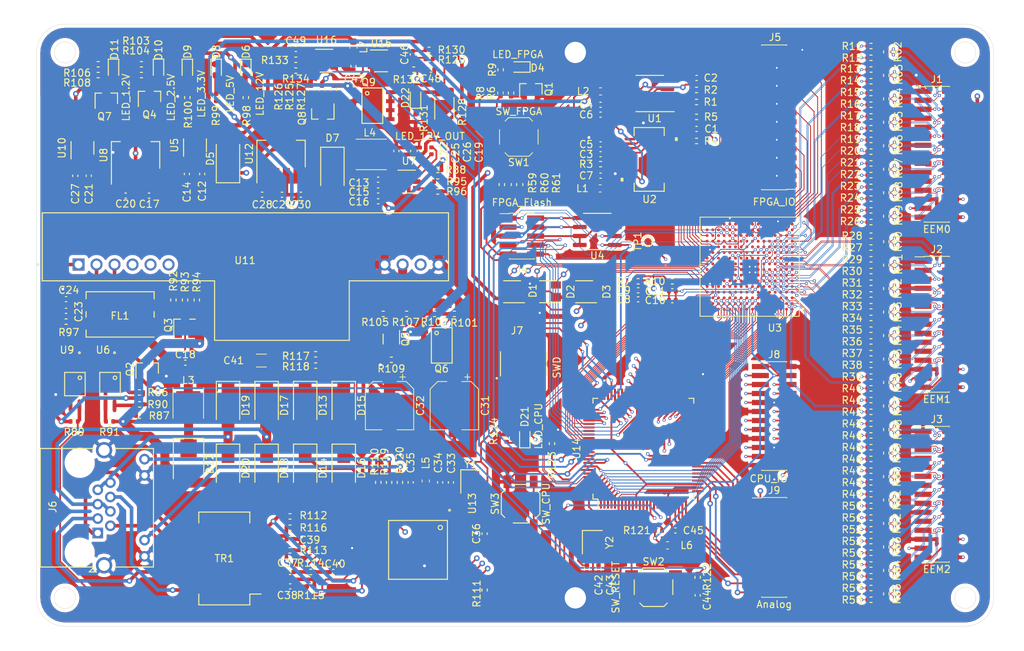
<source format=kicad_pcb>
(kicad_pcb (version 20171130) (host pcbnew 5.1.10-88a1d61d58~88~ubuntu20.04.1)

  (general
    (thickness 1.6)
    (drawings 20)
    (tracks 3968)
    (zones 0)
    (modules 254)
    (nets 306)
  )

  (page A4)
  (layers
    (0 F.Cu signal)
    (1 In1.Cu signal)
    (2 In2.Cu power)
    (31 B.Cu signal)
    (32 B.Adhes user)
    (33 F.Adhes user)
    (34 B.Paste user)
    (35 F.Paste user)
    (36 B.SilkS user)
    (37 F.SilkS user)
    (38 B.Mask user)
    (39 F.Mask user)
    (40 Dwgs.User user)
    (41 Cmts.User user)
    (42 Eco1.User user)
    (43 Eco2.User user)
    (44 Edge.Cuts user)
    (45 Margin user)
    (46 B.CrtYd user)
    (47 F.CrtYd user)
    (48 B.Fab user)
    (49 F.Fab user)
  )

  (setup
    (last_trace_width 0.254)
    (user_trace_width 0.0889)
    (user_trace_width 0.1016)
    (user_trace_width 0.127)
    (user_trace_width 0.254)
    (user_trace_width 0.508)
    (user_trace_width 0.762)
    (user_trace_width 1.016)
    (user_trace_width 1.27)
    (trace_clearance 0.0889)
    (zone_clearance 0.508)
    (zone_45_only no)
    (trace_min 0.0889)
    (via_size 0.8)
    (via_drill 0.4)
    (via_min_size 0.4)
    (via_min_drill 0.2)
    (user_via 0.4 0.2)
    (user_via 0.45 0.25)
    (user_via 0.5 0.3)
    (user_via 4.199999 4)
    (uvia_size 0.3)
    (uvia_drill 0.1)
    (uvias_allowed no)
    (uvia_min_size 0.2)
    (uvia_min_drill 0.1)
    (edge_width 0.05)
    (segment_width 0.127)
    (pcb_text_width 0.3)
    (pcb_text_size 1.5 1.5)
    (mod_edge_width 0.1524)
    (mod_text_size 1.016 1.016)
    (mod_text_width 0.1524)
    (pad_size 1.524 1.524)
    (pad_drill 0.762)
    (pad_to_mask_clearance 0)
    (solder_mask_min_width 0.00254)
    (aux_axis_origin 0 0)
    (grid_origin 210 57)
    (visible_elements FFFFFF7F)
    (pcbplotparams
      (layerselection 0x010fc_ffffffff)
      (usegerberextensions false)
      (usegerberattributes true)
      (usegerberadvancedattributes true)
      (creategerberjobfile true)
      (excludeedgelayer true)
      (linewidth 0.100000)
      (plotframeref false)
      (viasonmask false)
      (mode 1)
      (useauxorigin false)
      (hpglpennumber 1)
      (hpglpenspeed 20)
      (hpglpendiameter 15.000000)
      (psnegative false)
      (psa4output false)
      (plotreference true)
      (plotvalue true)
      (plotinvisibletext false)
      (padsonsilk false)
      (subtractmaskfromsilk false)
      (outputformat 1)
      (mirror false)
      (drillshape 1)
      (scaleselection 1)
      (outputdirectory ""))
  )

  (net 0 "")
  (net 1 "Net-(C1-Pad1)")
  (net 2 GND)
  (net 3 "Net-(C2-Pad1)")
  (net 4 /HighSpeedADC/+5VA)
  (net 5 /FPGA/GNDPLL0)
  (net 6 /FPGA/VCCPLL0)
  (net 7 /FPGA/GNDPLL1)
  (net 8 /FPGA/VCCPLL1)
  (net 9 +12V_OUT)
  (net 10 /CurrentSenser/12V_CURRENT)
  (net 11 /Power/+6V5)
  (net 12 +12V)
  (net 13 +3V3)
  (net 14 "Net-(C24-Pad1)")
  (net 15 +2V5)
  (net 16 +1V2)
  (net 17 +5V)
  (net 18 "Net-(C38-Pad1)")
  (net 19 "Net-(C40-Pad1)")
  (net 20 "Net-(C41-Pad1)")
  (net 21 /Ethernet/+3V3A)
  (net 22 "Net-(C44-Pad2)")
  (net 23 "Net-(C46-Pad1)")
  (net 24 /MCU/+3V3A)
  (net 25 +3V3MP)
  (net 26 "Net-(D4-Pad2)")
  (net 27 "Net-(D4-Pad1)")
  (net 28 "Net-(D9-Pad2)")
  (net 29 "Net-(D10-Pad2)")
  (net 30 "Net-(D11-Pad2)")
  (net 31 "Net-(D13-Pad2)")
  (net 32 /Ethernet/POE_VC-)
  (net 33 /Ethernet/POE_VC+)
  (net 34 "Net-(D15-Pad2)")
  (net 35 "Net-(D17-Pad2)")
  (net 36 "Net-(D19-Pad2)")
  (net 37 "Net-(D21-Pad2)")
  (net 38 /FPGA_IO1)
  (net 39 /FPGA_IO3)
  (net 40 /FPGA_IO5)
  (net 41 /FPGA_IO7)
  (net 42 /FPGA_IO9)
  (net 43 /FPGA_IO11)
  (net 44 /FPGA_IO13)
  (net 45 /FPGA_IO15)
  (net 46 /FPGA_IO14)
  (net 47 /FPGA_IO12)
  (net 48 /FPGA_IO10)
  (net 49 /FPGA_IO8)
  (net 50 /FPGA_IO6)
  (net 51 /FPGA_IO4)
  (net 52 /FPGA_IO2)
  (net 53 /FPGA_IO0)
  (net 54 /MCU/CPU_SWCLK)
  (net 55 /MCU/CPU_SWDIO)
  (net 56 /MCU/CPU_UART4_TX)
  (net 57 /MCU/CPU_UART4_RX)
  (net 58 /MCU/CPU_PWM_CH1)
  (net 59 /MCU/CPU_PWM_CH2)
  (net 60 /MCU/CPU_PWM_CH3)
  (net 61 /MCU/CPU_PWM_CH4)
  (net 62 /MCU/CPU_IIC2_SDA)
  (net 63 /MCU/CPU_IIC2_SCL)
  (net 64 /MCU/CPU_UART1_RX)
  (net 65 /MCU/CPU_UART1_TX)
  (net 66 /MCU/CPU_SPI2_MOSI)
  (net 67 /MCU/CPU_SPI2_MISO)
  (net 68 /MCU/CPU_SPI2_SCK)
  (net 69 /MCU/CPU_SPI2_CS)
  (net 70 /MCU/CPU_DAC1)
  (net 71 /MCU/CPU_DAC0)
  (net 72 /MCU/CPU_ADC7)
  (net 73 /MCU/CPU_ADC6)
  (net 74 /MCU/CPU_ADC5)
  (net 75 /MCU/CPU_ADC4)
  (net 76 /MCU/CPU_ADC3)
  (net 77 /MCU/CPU_ADC2)
  (net 78 /MCU/CPU_ADC1)
  (net 79 /MCU/CPU_ADC0)
  (net 80 /CurrentSenser/12V_SW)
  (net 81 "Net-(Q1-Pad1)")
  (net 82 "Net-(Q2-Pad3)")
  (net 83 /MCU/CPU_RESET)
  (net 84 "Net-(Q7-Pad1)")
  (net 85 "Net-(R1-Pad1)")
  (net 86 "Net-(R2-Pad1)")
  (net 87 "Net-(R4-Pad1)")
  (net 88 "Net-(R5-Pad2)")
  (net 89 /MCU/CPU_POE_AT_EVENT)
  (net 90 /MCU/CPU_POE_SRC_STATUS)
  (net 91 /Ethernet/RJ45_LED_G)
  (net 92 /Ethernet/RJ45_LED_Y)
  (net 93 "Net-(TP1-Pad1)")
  (net 94 "Net-(C3-Pad1)")
  (net 95 /CurrentSenser/+3V3A)
  (net 96 /EEM0_IIC_SCL)
  (net 97 /EEM0_IIC_SDA)
  (net 98 /EEM1_IIC_SCL)
  (net 99 /EEM1_IIC_SDA)
  (net 100 /EEM2_IIC_SCL)
  (net 101 /EEM2_IIC_SDA)
  (net 102 /EEM0_7_N)
  (net 103 /EEM0_6_P)
  (net 104 /EEM0_5_N)
  (net 105 /EEM0_4_P)
  (net 106 /EEM0_3_N)
  (net 107 /EEM0_2_P)
  (net 108 /EEM0_1_N)
  (net 109 /EEM0_0_P)
  (net 110 /EEM0_7_P)
  (net 111 /EEM0_6_N)
  (net 112 /EEM0_5_P)
  (net 113 /EEM0_4_N)
  (net 114 /EEM0_3_P)
  (net 115 /EEM0_2_N)
  (net 116 /EEM0_1_P)
  (net 117 /EEM0_0_N)
  (net 118 /EEM1_7_N)
  (net 119 /EEM1_6_P)
  (net 120 /EEM1_5_N)
  (net 121 /EEM1_4_P)
  (net 122 /EEM1_3_N)
  (net 123 /EEM1_2_P)
  (net 124 /EEM1_1_N)
  (net 125 /EEM1_0_P)
  (net 126 /EEM1_7_P)
  (net 127 /EEM1_6_N)
  (net 128 /EEM1_5_P)
  (net 129 /EEM1_4_N)
  (net 130 /EEM1_3_P)
  (net 131 /EEM1_2_N)
  (net 132 /EEM1_1_P)
  (net 133 /EEM1_0_N)
  (net 134 /EEM2_7_N)
  (net 135 /EEM2_6_P)
  (net 136 /EEM2_5_N)
  (net 137 /EEM2_4_P)
  (net 138 /EEM2_3_N)
  (net 139 /EEM2_2_P)
  (net 140 /EEM2_1_N)
  (net 141 /EEM2_0_P)
  (net 142 /EEM2_7_P)
  (net 143 /EEM2_6_N)
  (net 144 /EEM2_5_P)
  (net 145 /EEM2_4_N)
  (net 146 /EEM2_3_P)
  (net 147 /EEM2_2_N)
  (net 148 /EEM2_1_P)
  (net 149 /EEM2_0_N)
  (net 150 /CDONE)
  (net 151 /CRESET)
  (net 152 /SPI_CS)
  (net 153 /ENC_INT)
  (net 154 /ADC_D0)
  (net 155 /ADC_D1)
  (net 156 /ADC_D2)
  (net 157 /ADC_D3)
  (net 158 /ADC_D4)
  (net 159 /ADC_D5)
  (net 160 /ADC_D6)
  (net 161 /ADC_D7)
  (net 162 /ADC_CLK)
  (net 163 /FSMC_CLK)
  (net 164 /FSMC_D15)
  (net 165 /FSMC_D9)
  (net 166 /FSMC_D10)
  (net 167 /FSMC_D0)
  (net 168 /FSMC_A7)
  (net 169 /FSMC_NL)
  (net 170 /FSMC_NBL0)
  (net 171 /FSMC_D6)
  (net 172 /FSMC_D7)
  (net 173 /FSMC_D5)
  (net 174 /FSMC_D1)
  (net 175 /FSMC_A3)
  (net 176 /FSMC_A1)
  (net 177 /FSMC_NWAIT)
  (net 178 /FSMC_NOE)
  (net 179 /FSMC_D12)
  (net 180 /FSMC_D8)
  (net 181 /FSMC_D3)
  (net 182 /FSMC_A4)
  (net 183 /FSMC_A6)
  (net 184 /FSMC_A0)
  (net 185 /FSMC_NBL1)
  (net 186 /FSMC_D14)
  (net 187 /FSMC_D11)
  (net 188 /FSMC_D4)
  (net 189 /FSMC_A2)
  (net 190 /FSMC_D13)
  (net 191 /FSMC_D2)
  (net 192 /FSMC_A5)
  (net 193 /FSMC_NE1)
  (net 194 /FSMC_NWE)
  (net 195 /CSBSEL0)
  (net 196 /SPI_MOSI)
  (net 197 /SPI_MISO)
  (net 198 /CSBSEL1)
  (net 199 /SPI_SCK)
  (net 200 /SPI_ENC_CS)
  (net 201 "Net-(C5-Pad2)")
  (net 202 "Net-(C7-Pad2)")
  (net 203 "Net-(C18-Pad2)")
  (net 204 "Net-(C18-Pad1)")
  (net 205 "Net-(C19-Pad2)")
  (net 206 "Net-(C19-Pad1)")
  (net 207 "Net-(C23-Pad2)")
  (net 208 "Net-(C31-Pad1)")
  (net 209 "Net-(C33-Pad1)")
  (net 210 "Net-(C34-Pad1)")
  (net 211 "Net-(C36-Pad2)")
  (net 212 "Net-(C37-Pad2)")
  (net 213 "Net-(C37-Pad1)")
  (net 214 "Net-(C38-Pad2)")
  (net 215 "Net-(C39-Pad1)")
  (net 216 "Net-(C42-Pad1)")
  (net 217 "Net-(C43-Pad1)")
  (net 218 "Net-(D6-Pad2)")
  (net 219 "Net-(D8-Pad2)")
  (net 220 "Net-(D10-Pad1)")
  (net 221 "Net-(D11-Pad1)")
  (net 222 "Net-(D21-Pad1)")
  (net 223 "Net-(D22-Pad1)")
  (net 224 "Net-(Q3-Pad1)")
  (net 225 "Net-(Q4-Pad1)")
  (net 226 "Net-(Q5-Pad6)")
  (net 227 "Net-(Q5-Pad2)")
  (net 228 "Net-(Q5-Pad3)")
  (net 229 "Net-(Q8-Pad3)")
  (net 230 "Net-(Q8-Pad1)")
  (net 231 "Net-(R87-Pad1)")
  (net 232 "Net-(R132-Pad2)")
  (net 233 "Net-(U11-Pad3)")
  (net 234 "Net-(U15-Pad3)")
  (net 235 "Net-(C46-Pad2)")
  (net 236 "Net-(D22-Pad2)")
  (net 237 HSADC_IN)
  (net 238 "Net-(J6-Pad12)")
  (net 239 "Net-(J6-Pad10)")
  (net 240 "Net-(J6-Pad6)")
  (net 241 "Net-(J6-Pad2)")
  (net 242 "Net-(J6-Pad3)")
  (net 243 "Net-(J6-Pad1)")
  (net 244 "Net-(R86-Pad2)")
  (net 245 "Net-(R88-Pad1)")
  (net 246 "Net-(R95-Pad1)")
  (net 247 "Net-(R97-Pad2)")
  (net 248 "Net-(R110-Pad1)")
  (net 249 "Net-(R112-Pad1)")
  (net 250 "Net-(R113-Pad2)")
  (net 251 "Net-(R123-Pad1)")
  (net 252 "Net-(R133-Pad2)")
  (net 253 "Net-(SW3-Pad2)")
  (net 254 /FPGA/LVDS0_0_P)
  (net 255 /FPGA/LVDS0_0_N)
  (net 256 /FPGA/LVDS0_1_P)
  (net 257 /FPGA/LVDS0_1_N)
  (net 258 /FPGA/LVDS0_2_P)
  (net 259 /FPGA/LVDS0_2_N)
  (net 260 /FPGA/LVDS0_3_P)
  (net 261 /FPGA/LVDS0_3_N)
  (net 262 /FPGA/LVDS0_4_P)
  (net 263 /FPGA/LVDS0_4_N)
  (net 264 /FPGA/LVDS0_5_P)
  (net 265 /FPGA/LVDS0_5_N)
  (net 266 /FPGA/LVDS0_6_P)
  (net 267 /FPGA/LVDS0_6_N)
  (net 268 /FPGA/LVDS0_7_P)
  (net 269 /FPGA/LVDS0_7_N)
  (net 270 /FPGA/LVDS1_0_P)
  (net 271 /FPGA/LVDS1_0_N)
  (net 272 /FPGA/LVDS1_1_P)
  (net 273 /FPGA/LVDS1_1_N)
  (net 274 /FPGA/LVDS1_2_P)
  (net 275 /FPGA/LVDS1_2_N)
  (net 276 /FPGA/LVDS1_3_P)
  (net 277 /FPGA/LVDS1_3_N)
  (net 278 /FPGA/LVDS1_4_P)
  (net 279 /FPGA/LVDS1_4_N)
  (net 280 /FPGA/LVDS1_5_P)
  (net 281 /FPGA/LVDS1_5_N)
  (net 282 /FPGA/LVDS1_6_P)
  (net 283 /FPGA/LVDS1_6_N)
  (net 284 /FPGA/LVDS1_7_P)
  (net 285 /FPGA/LVDS1_7_N)
  (net 286 /FPGA/LVDS2_0_P)
  (net 287 /FPGA/LVDS2_0_N)
  (net 288 /FPGA/LVDS2_1_P)
  (net 289 /FPGA/LVDS2_1_N)
  (net 290 /FPGA/LVDS2_2_P)
  (net 291 /FPGA/LVDS2_2_N)
  (net 292 /FPGA/LVDS2_3_P)
  (net 293 /FPGA/LVDS2_3_N)
  (net 294 /FPGA/LVDS2_4_P)
  (net 295 /FPGA/LVDS2_4_N)
  (net 296 /FPGA/LVDS2_5_P)
  (net 297 /FPGA/LVDS2_5_N)
  (net 298 /FPGA/LVDS2_6_P)
  (net 299 /FPGA/LVDS2_6_N)
  (net 300 /FPGA/LVDS2_7_P)
  (net 301 /FPGA/LVDS2_7_N)
  (net 302 /FPGA/FPGA_LED)
  (net 303 /FPGA/FPGA_KEY)
  (net 304 /IIC_SCL)
  (net 305 /IIC_SDA)

  (net_class Default "This is the default net class."
    (clearance 0.0889)
    (trace_width 0.25)
    (via_dia 0.8)
    (via_drill 0.4)
    (uvia_dia 0.3)
    (uvia_drill 0.1)
    (diff_pair_width 0.0889)
    (diff_pair_gap 0.1016)
    (add_net +12V)
    (add_net +12V_OUT)
    (add_net +1V2)
    (add_net +2V5)
    (add_net +3V3)
    (add_net +3V3MP)
    (add_net +5V)
    (add_net /ADC_CLK)
    (add_net /ADC_D0)
    (add_net /ADC_D1)
    (add_net /ADC_D2)
    (add_net /ADC_D3)
    (add_net /ADC_D4)
    (add_net /ADC_D5)
    (add_net /ADC_D6)
    (add_net /ADC_D7)
    (add_net /CDONE)
    (add_net /CRESET)
    (add_net /CSBSEL0)
    (add_net /CSBSEL1)
    (add_net /CurrentSenser/+3V3A)
    (add_net /CurrentSenser/12V_CURRENT)
    (add_net /CurrentSenser/12V_SW)
    (add_net /EEM0_0_N)
    (add_net /EEM0_0_P)
    (add_net /EEM0_1_N)
    (add_net /EEM0_1_P)
    (add_net /EEM0_2_N)
    (add_net /EEM0_2_P)
    (add_net /EEM0_3_N)
    (add_net /EEM0_3_P)
    (add_net /EEM0_4_N)
    (add_net /EEM0_4_P)
    (add_net /EEM0_5_N)
    (add_net /EEM0_5_P)
    (add_net /EEM0_6_N)
    (add_net /EEM0_6_P)
    (add_net /EEM0_7_N)
    (add_net /EEM0_7_P)
    (add_net /EEM0_IIC_SCL)
    (add_net /EEM0_IIC_SDA)
    (add_net /EEM1_0_N)
    (add_net /EEM1_0_P)
    (add_net /EEM1_1_N)
    (add_net /EEM1_1_P)
    (add_net /EEM1_2_N)
    (add_net /EEM1_2_P)
    (add_net /EEM1_3_N)
    (add_net /EEM1_3_P)
    (add_net /EEM1_4_N)
    (add_net /EEM1_4_P)
    (add_net /EEM1_5_N)
    (add_net /EEM1_5_P)
    (add_net /EEM1_6_N)
    (add_net /EEM1_6_P)
    (add_net /EEM1_7_N)
    (add_net /EEM1_7_P)
    (add_net /EEM1_IIC_SCL)
    (add_net /EEM1_IIC_SDA)
    (add_net /EEM2_0_N)
    (add_net /EEM2_0_P)
    (add_net /EEM2_1_N)
    (add_net /EEM2_1_P)
    (add_net /EEM2_2_N)
    (add_net /EEM2_2_P)
    (add_net /EEM2_3_N)
    (add_net /EEM2_3_P)
    (add_net /EEM2_4_N)
    (add_net /EEM2_4_P)
    (add_net /EEM2_5_N)
    (add_net /EEM2_5_P)
    (add_net /EEM2_6_N)
    (add_net /EEM2_6_P)
    (add_net /EEM2_7_N)
    (add_net /EEM2_7_P)
    (add_net /EEM2_IIC_SCL)
    (add_net /EEM2_IIC_SDA)
    (add_net /ENC_INT)
    (add_net /Ethernet/+3V3A)
    (add_net /Ethernet/POE_VC+)
    (add_net /Ethernet/POE_VC-)
    (add_net /Ethernet/RJ45_LED_G)
    (add_net /Ethernet/RJ45_LED_Y)
    (add_net /FPGA/FPGA_KEY)
    (add_net /FPGA/FPGA_LED)
    (add_net /FPGA/GNDPLL0)
    (add_net /FPGA/GNDPLL1)
    (add_net /FPGA/LVDS0_0_N)
    (add_net /FPGA/LVDS0_0_P)
    (add_net /FPGA/LVDS0_1_N)
    (add_net /FPGA/LVDS0_1_P)
    (add_net /FPGA/LVDS0_2_N)
    (add_net /FPGA/LVDS0_2_P)
    (add_net /FPGA/LVDS0_3_N)
    (add_net /FPGA/LVDS0_3_P)
    (add_net /FPGA/LVDS0_4_N)
    (add_net /FPGA/LVDS0_4_P)
    (add_net /FPGA/LVDS0_5_N)
    (add_net /FPGA/LVDS0_5_P)
    (add_net /FPGA/LVDS0_6_N)
    (add_net /FPGA/LVDS0_6_P)
    (add_net /FPGA/LVDS0_7_N)
    (add_net /FPGA/LVDS0_7_P)
    (add_net /FPGA/LVDS1_0_N)
    (add_net /FPGA/LVDS1_0_P)
    (add_net /FPGA/LVDS1_1_N)
    (add_net /FPGA/LVDS1_1_P)
    (add_net /FPGA/LVDS1_2_N)
    (add_net /FPGA/LVDS1_2_P)
    (add_net /FPGA/LVDS1_3_N)
    (add_net /FPGA/LVDS1_3_P)
    (add_net /FPGA/LVDS1_4_N)
    (add_net /FPGA/LVDS1_4_P)
    (add_net /FPGA/LVDS1_5_N)
    (add_net /FPGA/LVDS1_5_P)
    (add_net /FPGA/LVDS1_6_N)
    (add_net /FPGA/LVDS1_6_P)
    (add_net /FPGA/LVDS1_7_N)
    (add_net /FPGA/LVDS1_7_P)
    (add_net /FPGA/LVDS2_0_N)
    (add_net /FPGA/LVDS2_0_P)
    (add_net /FPGA/LVDS2_1_N)
    (add_net /FPGA/LVDS2_1_P)
    (add_net /FPGA/LVDS2_2_N)
    (add_net /FPGA/LVDS2_2_P)
    (add_net /FPGA/LVDS2_3_N)
    (add_net /FPGA/LVDS2_3_P)
    (add_net /FPGA/LVDS2_4_N)
    (add_net /FPGA/LVDS2_4_P)
    (add_net /FPGA/LVDS2_5_N)
    (add_net /FPGA/LVDS2_5_P)
    (add_net /FPGA/LVDS2_6_N)
    (add_net /FPGA/LVDS2_6_P)
    (add_net /FPGA/LVDS2_7_N)
    (add_net /FPGA/LVDS2_7_P)
    (add_net /FPGA/VCCPLL0)
    (add_net /FPGA/VCCPLL1)
    (add_net /FPGA_IO0)
    (add_net /FPGA_IO1)
    (add_net /FPGA_IO10)
    (add_net /FPGA_IO11)
    (add_net /FPGA_IO12)
    (add_net /FPGA_IO13)
    (add_net /FPGA_IO14)
    (add_net /FPGA_IO15)
    (add_net /FPGA_IO2)
    (add_net /FPGA_IO3)
    (add_net /FPGA_IO4)
    (add_net /FPGA_IO5)
    (add_net /FPGA_IO6)
    (add_net /FPGA_IO7)
    (add_net /FPGA_IO8)
    (add_net /FPGA_IO9)
    (add_net /FSMC_A0)
    (add_net /FSMC_A1)
    (add_net /FSMC_A2)
    (add_net /FSMC_A3)
    (add_net /FSMC_A4)
    (add_net /FSMC_A5)
    (add_net /FSMC_A6)
    (add_net /FSMC_A7)
    (add_net /FSMC_CLK)
    (add_net /FSMC_D0)
    (add_net /FSMC_D1)
    (add_net /FSMC_D10)
    (add_net /FSMC_D11)
    (add_net /FSMC_D12)
    (add_net /FSMC_D13)
    (add_net /FSMC_D14)
    (add_net /FSMC_D15)
    (add_net /FSMC_D2)
    (add_net /FSMC_D3)
    (add_net /FSMC_D4)
    (add_net /FSMC_D5)
    (add_net /FSMC_D6)
    (add_net /FSMC_D7)
    (add_net /FSMC_D8)
    (add_net /FSMC_D9)
    (add_net /FSMC_NBL0)
    (add_net /FSMC_NBL1)
    (add_net /FSMC_NE1)
    (add_net /FSMC_NL)
    (add_net /FSMC_NOE)
    (add_net /FSMC_NWAIT)
    (add_net /FSMC_NWE)
    (add_net /HighSpeedADC/+5VA)
    (add_net /IIC_SCL)
    (add_net /IIC_SDA)
    (add_net /MCU/+3V3A)
    (add_net /MCU/CPU_ADC0)
    (add_net /MCU/CPU_ADC1)
    (add_net /MCU/CPU_ADC2)
    (add_net /MCU/CPU_ADC3)
    (add_net /MCU/CPU_ADC4)
    (add_net /MCU/CPU_ADC5)
    (add_net /MCU/CPU_ADC6)
    (add_net /MCU/CPU_ADC7)
    (add_net /MCU/CPU_DAC0)
    (add_net /MCU/CPU_DAC1)
    (add_net /MCU/CPU_IIC2_SCL)
    (add_net /MCU/CPU_IIC2_SDA)
    (add_net /MCU/CPU_POE_AT_EVENT)
    (add_net /MCU/CPU_POE_SRC_STATUS)
    (add_net /MCU/CPU_PWM_CH1)
    (add_net /MCU/CPU_PWM_CH2)
    (add_net /MCU/CPU_PWM_CH3)
    (add_net /MCU/CPU_PWM_CH4)
    (add_net /MCU/CPU_RESET)
    (add_net /MCU/CPU_SPI2_CS)
    (add_net /MCU/CPU_SPI2_MISO)
    (add_net /MCU/CPU_SPI2_MOSI)
    (add_net /MCU/CPU_SPI2_SCK)
    (add_net /MCU/CPU_SWCLK)
    (add_net /MCU/CPU_SWDIO)
    (add_net /MCU/CPU_UART1_RX)
    (add_net /MCU/CPU_UART1_TX)
    (add_net /MCU/CPU_UART4_RX)
    (add_net /MCU/CPU_UART4_TX)
    (add_net /Power/+6V5)
    (add_net /SPI_CS)
    (add_net /SPI_ENC_CS)
    (add_net /SPI_MISO)
    (add_net /SPI_MOSI)
    (add_net /SPI_SCK)
    (add_net GND)
    (add_net HSADC_IN)
    (add_net "Net-(C1-Pad1)")
    (add_net "Net-(C18-Pad1)")
    (add_net "Net-(C18-Pad2)")
    (add_net "Net-(C19-Pad1)")
    (add_net "Net-(C19-Pad2)")
    (add_net "Net-(C2-Pad1)")
    (add_net "Net-(C23-Pad2)")
    (add_net "Net-(C24-Pad1)")
    (add_net "Net-(C3-Pad1)")
    (add_net "Net-(C31-Pad1)")
    (add_net "Net-(C33-Pad1)")
    (add_net "Net-(C34-Pad1)")
    (add_net "Net-(C36-Pad2)")
    (add_net "Net-(C37-Pad1)")
    (add_net "Net-(C37-Pad2)")
    (add_net "Net-(C38-Pad1)")
    (add_net "Net-(C38-Pad2)")
    (add_net "Net-(C39-Pad1)")
    (add_net "Net-(C40-Pad1)")
    (add_net "Net-(C41-Pad1)")
    (add_net "Net-(C42-Pad1)")
    (add_net "Net-(C43-Pad1)")
    (add_net "Net-(C44-Pad2)")
    (add_net "Net-(C46-Pad1)")
    (add_net "Net-(C46-Pad2)")
    (add_net "Net-(C5-Pad2)")
    (add_net "Net-(C7-Pad2)")
    (add_net "Net-(D10-Pad1)")
    (add_net "Net-(D10-Pad2)")
    (add_net "Net-(D11-Pad1)")
    (add_net "Net-(D11-Pad2)")
    (add_net "Net-(D13-Pad2)")
    (add_net "Net-(D15-Pad2)")
    (add_net "Net-(D17-Pad2)")
    (add_net "Net-(D19-Pad2)")
    (add_net "Net-(D21-Pad1)")
    (add_net "Net-(D21-Pad2)")
    (add_net "Net-(D22-Pad1)")
    (add_net "Net-(D22-Pad2)")
    (add_net "Net-(D4-Pad1)")
    (add_net "Net-(D4-Pad2)")
    (add_net "Net-(D6-Pad2)")
    (add_net "Net-(D8-Pad2)")
    (add_net "Net-(D9-Pad2)")
    (add_net "Net-(J6-Pad1)")
    (add_net "Net-(J6-Pad10)")
    (add_net "Net-(J6-Pad12)")
    (add_net "Net-(J6-Pad2)")
    (add_net "Net-(J6-Pad3)")
    (add_net "Net-(J6-Pad6)")
    (add_net "Net-(Q1-Pad1)")
    (add_net "Net-(Q2-Pad3)")
    (add_net "Net-(Q3-Pad1)")
    (add_net "Net-(Q4-Pad1)")
    (add_net "Net-(Q5-Pad2)")
    (add_net "Net-(Q5-Pad3)")
    (add_net "Net-(Q5-Pad6)")
    (add_net "Net-(Q7-Pad1)")
    (add_net "Net-(Q8-Pad1)")
    (add_net "Net-(Q8-Pad3)")
    (add_net "Net-(R1-Pad1)")
    (add_net "Net-(R110-Pad1)")
    (add_net "Net-(R112-Pad1)")
    (add_net "Net-(R113-Pad2)")
    (add_net "Net-(R123-Pad1)")
    (add_net "Net-(R132-Pad2)")
    (add_net "Net-(R133-Pad2)")
    (add_net "Net-(R2-Pad1)")
    (add_net "Net-(R4-Pad1)")
    (add_net "Net-(R5-Pad2)")
    (add_net "Net-(R86-Pad2)")
    (add_net "Net-(R87-Pad1)")
    (add_net "Net-(R88-Pad1)")
    (add_net "Net-(R95-Pad1)")
    (add_net "Net-(R97-Pad2)")
    (add_net "Net-(SW3-Pad2)")
    (add_net "Net-(TP1-Pad1)")
    (add_net "Net-(U11-Pad3)")
    (add_net "Net-(U15-Pad3)")
  )

  (module Capacitor_SMD:C_0402_1005Metric (layer F.Cu) (tedit 5F68FEEE) (tstamp 60D13E4F)
    (at 156.64 129.888 270)
    (descr "Capacitor SMD 0402 (1005 Metric), square (rectangular) end terminal, IPC_7351 nominal, (Body size source: IPC-SM-782 page 76, https://www.pcb-3d.com/wordpress/wp-content/uploads/ipc-sm-782a_amendment_1_and_2.pdf), generated with kicad-footprint-generator")
    (tags capacitor)
    (path /60C2FDBB/618C8494)
    (attr smd)
    (fp_text reference C42 (at 2.3 -1.67 90) (layer F.SilkS)
      (effects (font (size 1.016 1.016) (thickness 0.1524)))
    )
    (fp_text value 22pF (at 0 1.16 90) (layer F.SilkS) hide
      (effects (font (size 1 1) (thickness 0.15)))
    )
    (fp_line (start -0.5 0.25) (end -0.5 -0.25) (layer F.Fab) (width 0.15))
    (fp_line (start -0.5 -0.25) (end 0.5 -0.25) (layer F.Fab) (width 0.15))
    (fp_line (start 0.5 -0.25) (end 0.5 0.25) (layer F.Fab) (width 0.15))
    (fp_line (start 0.5 0.25) (end -0.5 0.25) (layer F.Fab) (width 0.15))
    (fp_line (start -0.107836 -0.36) (end 0.107836 -0.36) (layer F.SilkS) (width 0.1524))
    (fp_line (start -0.107836 0.36) (end 0.107836 0.36) (layer F.SilkS) (width 0.1524))
    (fp_line (start -0.91 0.46) (end -0.91 -0.46) (layer F.CrtYd) (width 0.05))
    (fp_line (start -0.91 -0.46) (end 0.91 -0.46) (layer F.CrtYd) (width 0.05))
    (fp_line (start 0.91 -0.46) (end 0.91 0.46) (layer F.CrtYd) (width 0.05))
    (fp_line (start 0.91 0.46) (end -0.91 0.46) (layer F.CrtYd) (width 0.05))
    (fp_text user %R (at 0 0 90) (layer F.Fab) hide
      (effects (font (size 1 1) (thickness 0.15)))
    )
    (pad 2 smd roundrect (at 0.48 0 270) (size 0.56 0.62) (layers F.Cu F.Paste F.Mask) (roundrect_rratio 0.25)
      (net 2 GND))
    (pad 1 smd roundrect (at -0.48 0 270) (size 0.56 0.62) (layers F.Cu F.Paste F.Mask) (roundrect_rratio 0.25)
      (net 216 "Net-(C42-Pad1)"))
    (model ${KISYS3DMOD}/Capacitor_SMD.3dshapes/C_0402_1005Metric.wrl
      (at (xyz 0 0 0))
      (scale (xyz 1 1 1))
      (rotate (xyz 0 0 0))
    )
  )

  (module TestAutomation:iCE40-BGA256C80P16X16_1400X1400X170 (layer F.Cu) (tedit 60D04091) (tstamp 60D2846B)
    (at 179.592 87.249 180)
    (path /60C0E996/623CB106)
    (clearance 0.05)
    (fp_text reference U3 (at -3.559775 -8.646615) (layer F.SilkS)
      (effects (font (size 1 1) (thickness 0.15)))
    )
    (fp_text value ICE40HX8K-CT256 (at 11.703105 8.648415) (layer F.Fab) hide
      (effects (font (size 1.001551 1.001551) (thickness 0.015)))
    )
    (fp_line (start 7.25 7.25) (end 7.25 -7.25) (layer F.CrtYd) (width 0.05))
    (fp_line (start -7.25 7.25) (end -7.25 -7.25) (layer F.CrtYd) (width 0.05))
    (fp_line (start -7.25 -7.25) (end 7.25 -7.25) (layer F.CrtYd) (width 0.05))
    (fp_line (start -7.25 7.25) (end 7.25 7.25) (layer F.CrtYd) (width 0.05))
    (fp_line (start -7 7) (end -7 -7) (layer F.SilkS) (width 0.127))
    (fp_line (start 7 7) (end 7 -7) (layer F.SilkS) (width 0.127))
    (fp_line (start -7 7) (end -7 -7) (layer F.Fab) (width 0.127))
    (fp_line (start 7 7) (end 7 -7) (layer F.Fab) (width 0.127))
    (fp_line (start 7 -7) (end -7 -7) (layer F.SilkS) (width 0.127))
    (fp_line (start 7 7) (end -7 7) (layer F.SilkS) (width 0.127))
    (fp_line (start 7 -7) (end -7 -7) (layer F.Fab) (width 0.127))
    (fp_line (start 7 7) (end -7 7) (layer F.Fab) (width 0.127))
    (fp_circle (center -6 -6) (end -5.9 -6) (layer F.Fab) (width 0.2))
    (fp_circle (center -7.5 -6) (end -7.4 -6) (layer F.SilkS) (width 0.2))
    (pad A1 smd circle (at -6 -6 180) (size 0.41 0.41) (layers F.Cu F.Paste F.Mask)
      (net 188 /FSMC_D4))
    (pad A2 smd circle (at -5.2 -6 180) (size 0.41 0.41) (layers F.Cu F.Paste F.Mask)
      (net 173 /FSMC_D5))
    (pad A3 smd circle (at -4.4 -6 180) (size 0.41 0.41) (layers F.Cu F.Paste F.Mask)
      (net 13 +3V3))
    (pad A4 smd circle (at -3.6 -6 180) (size 0.41 0.41) (layers F.Cu F.Paste F.Mask)
      (net 2 GND))
    (pad A5 smd circle (at -2.8 -6 180) (size 0.41 0.41) (layers F.Cu F.Paste F.Mask)
      (net 165 /FSMC_D9))
    (pad A6 smd circle (at -2 -6 180) (size 0.41 0.41) (layers F.Cu F.Paste F.Mask)
      (net 187 /FSMC_D11))
    (pad A7 smd circle (at -1.2 -6 180) (size 0.41 0.41) (layers F.Cu F.Paste F.Mask)
      (net 190 /FSMC_D13))
    (pad A8 smd circle (at -0.4 -6 180) (size 0.41 0.41) (layers F.Cu F.Paste F.Mask)
      (net 13 +3V3))
    (pad A9 smd circle (at 0.4 -6 180) (size 0.41 0.41) (layers F.Cu F.Paste F.Mask)
      (net 184 /FSMC_A0))
    (pad A10 smd circle (at 1.2 -6 180) (size 0.41 0.41) (layers F.Cu F.Paste F.Mask)
      (net 189 /FSMC_A2))
    (pad A11 smd circle (at 2 -6 180) (size 0.41 0.41) (layers F.Cu F.Paste F.Mask)
      (net 174 /FSMC_D1))
    (pad A12 smd circle (at 2.8 -6 180) (size 0.41 0.41) (layers F.Cu F.Paste F.Mask)
      (net 2 GND))
    (pad A13 smd circle (at 3.6 -6 180) (size 0.41 0.41) (layers F.Cu F.Paste F.Mask)
      (net 13 +3V3))
    (pad A14 smd circle (at 4.4 -6 180) (size 0.41 0.41) (layers F.Cu F.Paste F.Mask)
      (net 16 +1V2))
    (pad A15 smd circle (at 5.2 -6 180) (size 0.41 0.41) (layers F.Cu F.Paste F.Mask)
      (net 178 /FSMC_NOE))
    (pad A16 smd circle (at 6 -6 180) (size 0.41 0.41) (layers F.Cu F.Paste F.Mask)
      (net 194 /FSMC_NWE))
    (pad B1 smd circle (at -6 -5.2 180) (size 0.41 0.41) (layers F.Cu F.Paste F.Mask)
      (net 283 /FPGA/LVDS1_6_N))
    (pad B2 smd circle (at -5.2 -5.2 180) (size 0.41 0.41) (layers F.Cu F.Paste F.Mask)
      (net 285 /FPGA/LVDS1_7_N))
    (pad B3 smd circle (at -4.4 -5.2 180) (size 0.41 0.41) (layers F.Cu F.Paste F.Mask)
      (net 172 /FSMC_D7))
    (pad B4 smd circle (at -3.6 -5.2 180) (size 0.41 0.41) (layers F.Cu F.Paste F.Mask)
      (net 180 /FSMC_D8))
    (pad B5 smd circle (at -2.8 -5.2 180) (size 0.41 0.41) (layers F.Cu F.Paste F.Mask)
      (net 166 /FSMC_D10))
    (pad B6 smd circle (at -2 -5.2 180) (size 0.41 0.41) (layers F.Cu F.Paste F.Mask)
      (net 179 /FSMC_D12))
    (pad B7 smd circle (at -1.2 -5.2 180) (size 0.41 0.41) (layers F.Cu F.Paste F.Mask)
      (net 186 /FSMC_D14))
    (pad B8 smd circle (at -0.4 -5.2 180) (size 0.41 0.41) (layers F.Cu F.Paste F.Mask)
      (net 164 /FSMC_D15))
    (pad B9 smd circle (at 0.4 -5.2 180) (size 0.41 0.41) (layers F.Cu F.Paste F.Mask)
      (net 176 /FSMC_A1))
    (pad B10 smd circle (at 1.2 -5.2 180) (size 0.41 0.41) (layers F.Cu F.Paste F.Mask)
      (net 167 /FSMC_D0))
    (pad B11 smd circle (at 2 -5.2 180) (size 0.41 0.41) (layers F.Cu F.Paste F.Mask)
      (net 191 /FSMC_D2))
    (pad B12 smd circle (at 2.8 -5.2 180) (size 0.41 0.41) (layers F.Cu F.Paste F.Mask)
      (net 181 /FSMC_D3))
    (pad B13 smd circle (at 3.6 -5.2 180) (size 0.41 0.41) (layers F.Cu F.Paste F.Mask)
      (net 163 /FSMC_CLK))
    (pad B14 smd circle (at 4.4 -5.2 180) (size 0.41 0.41) (layers F.Cu F.Paste F.Mask)
      (net 177 /FSMC_NWAIT))
    (pad B15 smd circle (at 5.2 -5.2 180) (size 0.41 0.41) (layers F.Cu F.Paste F.Mask)
      (net 193 /FSMC_NE1))
    (pad B16 smd circle (at 6 -5.2 180) (size 0.41 0.41) (layers F.Cu F.Paste F.Mask))
    (pad C1 smd circle (at -6 -4.4 180) (size 0.41 0.41) (layers F.Cu F.Paste F.Mask)
      (net 280 /FPGA/LVDS1_5_P))
    (pad C2 smd circle (at -5.2 -4.4 180) (size 0.41 0.41) (layers F.Cu F.Paste F.Mask)
      (net 281 /FPGA/LVDS1_5_N))
    (pad C3 smd circle (at -4.4 -4.4 180) (size 0.41 0.41) (layers F.Cu F.Paste F.Mask)
      (net 171 /FSMC_D6))
    (pad C4 smd circle (at -3.6 -4.4 180) (size 0.41 0.41) (layers F.Cu F.Paste F.Mask))
    (pad C5 smd circle (at -2.8 -4.4 180) (size 0.41 0.41) (layers F.Cu F.Paste F.Mask))
    (pad C6 smd circle (at -2 -4.4 180) (size 0.41 0.41) (layers F.Cu F.Paste F.Mask))
    (pad C7 smd circle (at -1.2 -4.4 180) (size 0.41 0.41) (layers F.Cu F.Paste F.Mask)
      (net 183 /FSMC_A6))
    (pad C8 smd circle (at -0.4 -4.4 180) (size 0.41 0.41) (layers F.Cu F.Paste F.Mask)
      (net 192 /FSMC_A5))
    (pad C9 smd circle (at 0.4 -4.4 180) (size 0.41 0.41) (layers F.Cu F.Paste F.Mask)
      (net 182 /FSMC_A4))
    (pad C10 smd circle (at 1.2 -4.4 180) (size 0.41 0.41) (layers F.Cu F.Paste F.Mask)
      (net 175 /FSMC_A3))
    (pad C11 smd circle (at 2 -4.4 180) (size 0.41 0.41) (layers F.Cu F.Paste F.Mask)
      (net 168 /FSMC_A7))
    (pad C12 smd circle (at 2.8 -4.4 180) (size 0.41 0.41) (layers F.Cu F.Paste F.Mask)
      (net 185 /FSMC_NBL1))
    (pad C13 smd circle (at 3.6 -4.4 180) (size 0.41 0.41) (layers F.Cu F.Paste F.Mask)
      (net 170 /FSMC_NBL0))
    (pad C14 smd circle (at 4.4 -4.4 180) (size 0.41 0.41) (layers F.Cu F.Paste F.Mask)
      (net 169 /FSMC_NL))
    (pad C15 smd circle (at 5.2 -4.4 180) (size 0.41 0.41) (layers F.Cu F.Paste F.Mask)
      (net 13 +3V3))
    (pad C16 smd circle (at 6 -4.4 180) (size 0.41 0.41) (layers F.Cu F.Paste F.Mask)
      (net 305 /IIC_SDA))
    (pad D1 smd circle (at -6 -3.6 180) (size 0.41 0.41) (layers F.Cu F.Paste F.Mask)
      (net 301 /FPGA/LVDS2_7_N))
    (pad D2 smd circle (at -5.2 -3.6 180) (size 0.41 0.41) (layers F.Cu F.Paste F.Mask)
      (net 279 /FPGA/LVDS1_4_N))
    (pad D3 smd circle (at -4.4 -3.6 180) (size 0.41 0.41) (layers F.Cu F.Paste F.Mask))
    (pad D4 smd circle (at -3.6 -3.6 180) (size 0.41 0.41) (layers F.Cu F.Paste F.Mask))
    (pad D5 smd circle (at -2.8 -3.6 180) (size 0.41 0.41) (layers F.Cu F.Paste F.Mask))
    (pad D6 smd circle (at -2 -3.6 180) (size 0.41 0.41) (layers F.Cu F.Paste F.Mask))
    (pad D7 smd circle (at -1.2 -3.6 180) (size 0.41 0.41) (layers F.Cu F.Paste F.Mask))
    (pad D8 smd circle (at -0.4 -3.6 180) (size 0.41 0.41) (layers F.Cu F.Paste F.Mask))
    (pad D9 smd circle (at 0.4 -3.6 180) (size 0.41 0.41) (layers F.Cu F.Paste F.Mask))
    (pad D10 smd circle (at 1.2 -3.6 180) (size 0.41 0.41) (layers F.Cu F.Paste F.Mask))
    (pad D11 smd circle (at 2 -3.6 180) (size 0.41 0.41) (layers F.Cu F.Paste F.Mask))
    (pad D12 smd circle (at 2.8 -3.6 180) (size 0.41 0.41) (layers F.Cu F.Paste F.Mask)
      (net 93 "Net-(TP1-Pad1)"))
    (pad D13 smd circle (at 3.6 -3.6 180) (size 0.41 0.41) (layers F.Cu F.Paste F.Mask))
    (pad D14 smd circle (at 4.4 -3.6 180) (size 0.41 0.41) (layers F.Cu F.Paste F.Mask))
    (pad D15 smd circle (at 5.2 -3.6 180) (size 0.41 0.41) (layers F.Cu F.Paste F.Mask)
      (net 304 /IIC_SCL))
    (pad D16 smd circle (at 6 -3.6 180) (size 0.41 0.41) (layers F.Cu F.Paste F.Mask)
      (net 101 /EEM2_IIC_SDA))
    (pad E1 smd circle (at -6 -2.8 180) (size 0.41 0.41) (layers F.Cu F.Paste F.Mask)
      (net 15 +2V5))
    (pad E2 smd circle (at -5.2 -2.8 180) (size 0.41 0.41) (layers F.Cu F.Paste F.Mask)
      (net 297 /FPGA/LVDS2_5_N))
    (pad E3 smd circle (at -4.4 -2.8 180) (size 0.41 0.41) (layers F.Cu F.Paste F.Mask)
      (net 269 /FPGA/LVDS0_7_N))
    (pad E4 smd circle (at -3.6 -2.8 180) (size 0.41 0.41) (layers F.Cu F.Paste F.Mask)
      (net 284 /FPGA/LVDS1_7_P))
    (pad E5 smd circle (at -2.8 -2.8 180) (size 0.41 0.41) (layers F.Cu F.Paste F.Mask))
    (pad E6 smd circle (at -2 -2.8 180) (size 0.41 0.41) (layers F.Cu F.Paste F.Mask))
    (pad E7 smd circle (at -1.2 -2.8 180) (size 0.41 0.41) (layers F.Cu F.Paste F.Mask)
      (net 7 /FPGA/GNDPLL1))
    (pad E8 smd circle (at -0.4 -2.8 180) (size 0.41 0.41) (layers F.Cu F.Paste F.Mask)
      (net 8 /FPGA/VCCPLL1))
    (pad E9 smd circle (at 0.4 -2.8 180) (size 0.41 0.41) (layers F.Cu F.Paste F.Mask))
    (pad E10 smd circle (at 1.2 -2.8 180) (size 0.41 0.41) (layers F.Cu F.Paste F.Mask))
    (pad E11 smd circle (at 2 -2.8 180) (size 0.41 0.41) (layers F.Cu F.Paste F.Mask))
    (pad E12 smd circle (at 2.8 -2.8 180) (size 0.41 0.41) (layers F.Cu F.Paste F.Mask)
      (net 15 +2V5))
    (pad E13 smd circle (at 3.6 -2.8 180) (size 0.41 0.41) (layers F.Cu F.Paste F.Mask))
    (pad E14 smd circle (at 4.4 -2.8 180) (size 0.41 0.41) (layers F.Cu F.Paste F.Mask))
    (pad E15 smd circle (at 5.2 -2.8 180) (size 0.41 0.41) (layers F.Cu F.Paste F.Mask)
      (net 2 GND))
    (pad E16 smd circle (at 6 -2.8 180) (size 0.41 0.41) (layers F.Cu F.Paste F.Mask)
      (net 100 /EEM2_IIC_SCL))
    (pad F1 smd circle (at -6 -2 180) (size 0.41 0.41) (layers F.Cu F.Paste F.Mask)
      (net 277 /FPGA/LVDS1_3_N))
    (pad F2 smd circle (at -5.2 -2 180) (size 0.41 0.41) (layers F.Cu F.Paste F.Mask)
      (net 267 /FPGA/LVDS0_6_N))
    (pad F3 smd circle (at -4.4 -2 180) (size 0.41 0.41) (layers F.Cu F.Paste F.Mask)
      (net 299 /FPGA/LVDS2_6_N))
    (pad F4 smd circle (at -3.6 -2 180) (size 0.41 0.41) (layers F.Cu F.Paste F.Mask)
      (net 278 /FPGA/LVDS1_4_P))
    (pad F5 smd circle (at -2.8 -2 180) (size 0.41 0.41) (layers F.Cu F.Paste F.Mask)
      (net 282 /FPGA/LVDS1_6_P))
    (pad F6 smd circle (at -2 -2 180) (size 0.41 0.41) (layers F.Cu F.Paste F.Mask)
      (net 16 +1V2))
    (pad F7 smd circle (at -1.2 -2 180) (size 0.41 0.41) (layers F.Cu F.Paste F.Mask))
    (pad F8 smd circle (at -0.4 -2 180) (size 0.41 0.41) (layers F.Cu F.Paste F.Mask)
      (net 13 +3V3))
    (pad F9 smd circle (at 0.4 -2 180) (size 0.41 0.41) (layers F.Cu F.Paste F.Mask))
    (pad F10 smd circle (at 1.2 -2 180) (size 0.41 0.41) (layers F.Cu F.Paste F.Mask)
      (net 16 +1V2))
    (pad F11 smd circle (at 2 -2 180) (size 0.41 0.41) (layers F.Cu F.Paste F.Mask))
    (pad F12 smd circle (at 2.8 -2 180) (size 0.41 0.41) (layers F.Cu F.Paste F.Mask))
    (pad F13 smd circle (at 3.6 -2 180) (size 0.41 0.41) (layers F.Cu F.Paste F.Mask))
    (pad F14 smd circle (at 4.4 -2 180) (size 0.41 0.41) (layers F.Cu F.Paste F.Mask))
    (pad F15 smd circle (at 5.2 -2 180) (size 0.41 0.41) (layers F.Cu F.Paste F.Mask))
    (pad F16 smd circle (at 6 -2 180) (size 0.41 0.41) (layers F.Cu F.Paste F.Mask)
      (net 99 /EEM1_IIC_SDA))
    (pad G1 smd circle (at -6 -1.2 180) (size 0.41 0.41) (layers F.Cu F.Paste F.Mask)
      (net 295 /FPGA/LVDS2_4_N))
    (pad G2 smd circle (at -5.2 -1.2 180) (size 0.41 0.41) (layers F.Cu F.Paste F.Mask)
      (net 265 /FPGA/LVDS0_5_N))
    (pad G3 smd circle (at -4.4 -1.2 180) (size 0.41 0.41) (layers F.Cu F.Paste F.Mask)
      (net 298 /FPGA/LVDS2_6_P))
    (pad G4 smd circle (at -3.6 -1.2 180) (size 0.41 0.41) (layers F.Cu F.Paste F.Mask)
      (net 268 /FPGA/LVDS0_7_P))
    (pad G5 smd circle (at -2.8 -1.2 180) (size 0.41 0.41) (layers F.Cu F.Paste F.Mask)
      (net 300 /FPGA/LVDS2_7_P))
    (pad G6 smd circle (at -2 -1.2 180) (size 0.41 0.41) (layers F.Cu F.Paste F.Mask)
      (net 15 +2V5))
    (pad G7 smd circle (at -1.2 -1.2 180) (size 0.41 0.41) (layers F.Cu F.Paste F.Mask)
      (net 2 GND))
    (pad G8 smd circle (at -0.4 -1.2 180) (size 0.41 0.41) (layers F.Cu F.Paste F.Mask)
      (net 2 GND))
    (pad G9 smd circle (at 0.4 -1.2 180) (size 0.41 0.41) (layers F.Cu F.Paste F.Mask)
      (net 2 GND))
    (pad G10 smd circle (at 1.2 -1.2 180) (size 0.41 0.41) (layers F.Cu F.Paste F.Mask))
    (pad G11 smd circle (at 2 -1.2 180) (size 0.41 0.41) (layers F.Cu F.Paste F.Mask))
    (pad G12 smd circle (at 2.8 -1.2 180) (size 0.41 0.41) (layers F.Cu F.Paste F.Mask))
    (pad G13 smd circle (at 3.6 -1.2 180) (size 0.41 0.41) (layers F.Cu F.Paste F.Mask))
    (pad G14 smd circle (at 4.4 -1.2 180) (size 0.41 0.41) (layers F.Cu F.Paste F.Mask))
    (pad G15 smd circle (at 5.2 -1.2 180) (size 0.41 0.41) (layers F.Cu F.Paste F.Mask))
    (pad G16 smd circle (at 6 -1.2 180) (size 0.41 0.41) (layers F.Cu F.Paste F.Mask)
      (net 98 /EEM1_IIC_SCL))
    (pad H1 smd circle (at -6 -0.4 180) (size 0.41 0.41) (layers F.Cu F.Paste F.Mask)
      (net 275 /FPGA/LVDS1_2_N))
    (pad H2 smd circle (at -5.2 -0.4 180) (size 0.41 0.41) (layers F.Cu F.Paste F.Mask)
      (net 263 /FPGA/LVDS0_4_N))
    (pad H3 smd circle (at -4.4 -0.4 180) (size 0.41 0.41) (layers F.Cu F.Paste F.Mask)
      (net 266 /FPGA/LVDS0_6_P))
    (pad H4 smd circle (at -3.6 -0.4 180) (size 0.41 0.41) (layers F.Cu F.Paste F.Mask)
      (net 264 /FPGA/LVDS0_5_P))
    (pad H5 smd circle (at -2.8 -0.4 180) (size 0.41 0.41) (layers F.Cu F.Paste F.Mask)
      (net 296 /FPGA/LVDS2_5_P))
    (pad H6 smd circle (at -2 -0.4 180) (size 0.41 0.41) (layers F.Cu F.Paste F.Mask)
      (net 276 /FPGA/LVDS1_3_P))
    (pad H7 smd circle (at -1.2 -0.4 180) (size 0.41 0.41) (layers F.Cu F.Paste F.Mask)
      (net 2 GND))
    (pad H8 smd circle (at -0.4 -0.4 180) (size 0.41 0.41) (layers F.Cu F.Paste F.Mask)
      (net 2 GND))
    (pad H9 smd circle (at 0.4 -0.4 180) (size 0.41 0.41) (layers F.Cu F.Paste F.Mask)
      (net 2 GND))
    (pad H10 smd circle (at 1.2 -0.4 180) (size 0.41 0.41) (layers F.Cu F.Paste F.Mask)
      (net 13 +3V3))
    (pad H11 smd circle (at 2 -0.4 180) (size 0.41 0.41) (layers F.Cu F.Paste F.Mask))
    (pad H12 smd circle (at 2.8 -0.4 180) (size 0.41 0.41) (layers F.Cu F.Paste F.Mask))
    (pad H13 smd circle (at 3.6 -0.4 180) (size 0.41 0.41) (layers F.Cu F.Paste F.Mask))
    (pad H14 smd circle (at 4.4 -0.4 180) (size 0.41 0.41) (layers F.Cu F.Paste F.Mask))
    (pad H15 smd circle (at 5.2 -0.4 180) (size 0.41 0.41) (layers F.Cu F.Paste F.Mask)
      (net 13 +3V3))
    (pad H16 smd circle (at 6 -0.4 180) (size 0.41 0.41) (layers F.Cu F.Paste F.Mask)
      (net 97 /EEM0_IIC_SDA))
    (pad J1 smd circle (at -6 0.4 180) (size 0.41 0.41) (layers F.Cu F.Paste F.Mask)
      (net 273 /FPGA/LVDS1_1_N))
    (pad J2 smd circle (at -5.2 0.4 180) (size 0.41 0.41) (layers F.Cu F.Paste F.Mask)
      (net 272 /FPGA/LVDS1_1_P))
    (pad J3 smd circle (at -4.4 0.4 180) (size 0.41 0.41) (layers F.Cu F.Paste F.Mask)
      (net 274 /FPGA/LVDS1_2_P))
    (pad J4 smd circle (at -3.6 0.4 180) (size 0.41 0.41) (layers F.Cu F.Paste F.Mask)
      (net 262 /FPGA/LVDS0_4_P))
    (pad J5 smd circle (at -2.8 0.4 180) (size 0.41 0.41) (layers F.Cu F.Paste F.Mask)
      (net 294 /FPGA/LVDS2_4_P))
    (pad J6 smd circle (at -2 0.4 180) (size 0.41 0.41) (layers F.Cu F.Paste F.Mask)
      (net 15 +2V5))
    (pad J7 smd circle (at -1.2 0.4 180) (size 0.41 0.41) (layers F.Cu F.Paste F.Mask)
      (net 2 GND))
    (pad J8 smd circle (at -0.4 0.4 180) (size 0.41 0.41) (layers F.Cu F.Paste F.Mask)
      (net 2 GND))
    (pad J9 smd circle (at 0.4 0.4 180) (size 0.41 0.41) (layers F.Cu F.Paste F.Mask)
      (net 2 GND))
    (pad J10 smd circle (at 1.2 0.4 180) (size 0.41 0.41) (layers F.Cu F.Paste F.Mask))
    (pad J11 smd circle (at 2 0.4 180) (size 0.41 0.41) (layers F.Cu F.Paste F.Mask))
    (pad J12 smd circle (at 2.8 0.4 180) (size 0.41 0.41) (layers F.Cu F.Paste F.Mask))
    (pad J13 smd circle (at 3.6 0.4 180) (size 0.41 0.41) (layers F.Cu F.Paste F.Mask))
    (pad J14 smd circle (at 4.4 0.4 180) (size 0.41 0.41) (layers F.Cu F.Paste F.Mask))
    (pad J15 smd circle (at 5.2 0.4 180) (size 0.41 0.41) (layers F.Cu F.Paste F.Mask)
      (net 154 /ADC_D0))
    (pad J16 smd circle (at 6 0.4 180) (size 0.41 0.41) (layers F.Cu F.Paste F.Mask)
      (net 96 /EEM0_IIC_SCL))
    (pad K1 smd circle (at -6 1.2 180) (size 0.41 0.41) (layers F.Cu F.Paste F.Mask)
      (net 270 /FPGA/LVDS1_0_P))
    (pad K2 smd circle (at -5.2 1.2 180) (size 0.41 0.41) (layers F.Cu F.Paste F.Mask)
      (net 2 GND))
    (pad K3 smd circle (at -4.4 1.2 180) (size 0.41 0.41) (layers F.Cu F.Paste F.Mask)
      (net 271 /FPGA/LVDS1_0_N))
    (pad K4 smd circle (at -3.6 1.2 180) (size 0.41 0.41) (layers F.Cu F.Paste F.Mask)
      (net 292 /FPGA/LVDS2_3_P))
    (pad K5 smd circle (at -2.8 1.2 180) (size 0.41 0.41) (layers F.Cu F.Paste F.Mask)
      (net 290 /FPGA/LVDS2_2_P))
    (pad K6 smd circle (at -2 1.2 180) (size 0.41 0.41) (layers F.Cu F.Paste F.Mask)
      (net 16 +1V2))
    (pad K7 smd circle (at -1.2 1.2 180) (size 0.41 0.41) (layers F.Cu F.Paste F.Mask)
      (net 2 GND))
    (pad K8 smd circle (at -0.4 1.2 180) (size 0.41 0.41) (layers F.Cu F.Paste F.Mask)
      (net 13 +3V3))
    (pad K9 smd circle (at 0.4 1.2 180) (size 0.41 0.41) (layers F.Cu F.Paste F.Mask))
    (pad K10 smd circle (at 1.2 1.2 180) (size 0.41 0.41) (layers F.Cu F.Paste F.Mask)
      (net 16 +1V2))
    (pad K11 smd circle (at 2 1.2 180) (size 0.41 0.41) (layers F.Cu F.Paste F.Mask)
      (net 195 /CSBSEL0))
    (pad K12 smd circle (at 2.8 1.2 180) (size 0.41 0.41) (layers F.Cu F.Paste F.Mask))
    (pad K13 smd circle (at 3.6 1.2 180) (size 0.41 0.41) (layers F.Cu F.Paste F.Mask))
    (pad K14 smd circle (at 4.4 1.2 180) (size 0.41 0.41) (layers F.Cu F.Paste F.Mask))
    (pad K15 smd circle (at 5.2 1.2 180) (size 0.41 0.41) (layers F.Cu F.Paste F.Mask)
      (net 156 /ADC_D2))
    (pad K16 smd circle (at 6 1.2 180) (size 0.41 0.41) (layers F.Cu F.Paste F.Mask)
      (net 155 /ADC_D1))
    (pad L1 smd circle (at -6 2 180) (size 0.41 0.41) (layers F.Cu F.Paste F.Mask)
      (net 261 /FPGA/LVDS0_3_N))
    (pad L2 smd circle (at -5.2 2 180) (size 0.41 0.41) (layers F.Cu F.Paste F.Mask)
      (net 16 +1V2))
    (pad L3 smd circle (at -4.4 2 180) (size 0.41 0.41) (layers F.Cu F.Paste F.Mask)
      (net 259 /FPGA/LVDS0_2_N))
    (pad L4 smd circle (at -3.6 2 180) (size 0.41 0.41) (layers F.Cu F.Paste F.Mask)
      (net 260 /FPGA/LVDS0_3_P))
    (pad L5 smd circle (at -2.8 2 180) (size 0.41 0.41) (layers F.Cu F.Paste F.Mask))
    (pad L6 smd circle (at -2 2 180) (size 0.41 0.41) (layers F.Cu F.Paste F.Mask)
      (net 258 /FPGA/LVDS0_2_P))
    (pad L7 smd circle (at -1.2 2 180) (size 0.41 0.41) (layers F.Cu F.Paste F.Mask)
      (net 256 /FPGA/LVDS0_1_P))
    (pad L8 smd circle (at -0.4 2 180) (size 0.41 0.41) (layers F.Cu F.Paste F.Mask)
      (net 6 /FPGA/VCCPLL0))
    (pad L9 smd circle (at 0.4 2 180) (size 0.41 0.41) (layers F.Cu F.Paste F.Mask))
    (pad L10 smd circle (at 1.2 2 180) (size 0.41 0.41) (layers F.Cu F.Paste F.Mask))
    (pad L11 smd circle (at 2 2 180) (size 0.41 0.41) (layers F.Cu F.Paste F.Mask))
    (pad L12 smd circle (at 2.8 2 180) (size 0.41 0.41) (layers F.Cu F.Paste F.Mask))
    (pad L13 smd circle (at 3.6 2 180) (size 0.41 0.41) (layers F.Cu F.Paste F.Mask))
    (pad L14 smd circle (at 4.4 2 180) (size 0.41 0.41) (layers F.Cu F.Paste F.Mask))
    (pad L15 smd circle (at 5.2 2 180) (size 0.41 0.41) (layers F.Cu F.Paste F.Mask)
      (net 2 GND))
    (pad L16 smd circle (at 6 2 180) (size 0.41 0.41) (layers F.Cu F.Paste F.Mask)
      (net 157 /ADC_D3))
    (pad M1 smd circle (at -6 2.8 180) (size 0.41 0.41) (layers F.Cu F.Paste F.Mask)
      (net 293 /FPGA/LVDS2_3_N))
    (pad M2 smd circle (at -5.2 2.8 180) (size 0.41 0.41) (layers F.Cu F.Paste F.Mask)
      (net 291 /FPGA/LVDS2_2_N))
    (pad M3 smd circle (at -4.4 2.8 180) (size 0.41 0.41) (layers F.Cu F.Paste F.Mask))
    (pad M4 smd circle (at -3.6 2.8 180) (size 0.41 0.41) (layers F.Cu F.Paste F.Mask)
      (net 289 /FPGA/LVDS2_1_N))
    (pad M5 smd circle (at -2.8 2.8 180) (size 0.41 0.41) (layers F.Cu F.Paste F.Mask)
      (net 287 /FPGA/LVDS2_0_N))
    (pad M6 smd circle (at -2 2.8 180) (size 0.41 0.41) (layers F.Cu F.Paste F.Mask))
    (pad M7 smd circle (at -1.2 2.8 180) (size 0.41 0.41) (layers F.Cu F.Paste F.Mask))
    (pad M8 smd circle (at -0.4 2.8 180) (size 0.41 0.41) (layers F.Cu F.Paste F.Mask))
    (pad M9 smd circle (at 0.4 2.8 180) (size 0.41 0.41) (layers F.Cu F.Paste F.Mask))
    (pad M10 smd circle (at 1.2 2.8 180) (size 0.41 0.41) (layers F.Cu F.Paste F.Mask)
      (net 150 /CDONE))
    (pad M11 smd circle (at 2 2.8 180) (size 0.41 0.41) (layers F.Cu F.Paste F.Mask))
    (pad M12 smd circle (at 2.8 2.8 180) (size 0.41 0.41) (layers F.Cu F.Paste F.Mask))
    (pad M13 smd circle (at 3.6 2.8 180) (size 0.41 0.41) (layers F.Cu F.Paste F.Mask))
    (pad M14 smd circle (at 4.4 2.8 180) (size 0.41 0.41) (layers F.Cu F.Paste F.Mask))
    (pad M15 smd circle (at 5.2 2.8 180) (size 0.41 0.41) (layers F.Cu F.Paste F.Mask)
      (net 159 /ADC_D5))
    (pad M16 smd circle (at 6 2.8 180) (size 0.41 0.41) (layers F.Cu F.Paste F.Mask)
      (net 158 /ADC_D4))
    (pad N1 smd circle (at -6 3.6 180) (size 0.41 0.41) (layers F.Cu F.Paste F.Mask)
      (net 15 +2V5))
    (pad N2 smd circle (at -5.2 3.6 180) (size 0.41 0.41) (layers F.Cu F.Paste F.Mask)
      (net 257 /FPGA/LVDS0_1_N))
    (pad N3 smd circle (at -4.4 3.6 180) (size 0.41 0.41) (layers F.Cu F.Paste F.Mask))
    (pad N4 smd circle (at -3.6 3.6 180) (size 0.41 0.41) (layers F.Cu F.Paste F.Mask)
      (net 255 /FPGA/LVDS0_0_N))
    (pad N5 smd circle (at -2.8 3.6 180) (size 0.41 0.41) (layers F.Cu F.Paste F.Mask))
    (pad N6 smd circle (at -2 3.6 180) (size 0.41 0.41) (layers F.Cu F.Paste F.Mask))
    (pad N7 smd circle (at -1.2 3.6 180) (size 0.41 0.41) (layers F.Cu F.Paste F.Mask))
    (pad N8 smd circle (at -0.4 3.6 180) (size 0.41 0.41) (layers F.Cu F.Paste F.Mask)
      (net 5 /FPGA/GNDPLL0))
    (pad N9 smd circle (at 0.4 3.6 180) (size 0.41 0.41) (layers F.Cu F.Paste F.Mask))
    (pad N10 smd circle (at 1.2 3.6 180) (size 0.41 0.41) (layers F.Cu F.Paste F.Mask))
    (pad N11 smd circle (at 2 3.6 180) (size 0.41 0.41) (layers F.Cu F.Paste F.Mask)
      (net 151 /CRESET))
    (pad N12 smd circle (at 2.8 3.6 180) (size 0.41 0.41) (layers F.Cu F.Paste F.Mask))
    (pad N13 smd circle (at 3.6 3.6 180) (size 0.41 0.41) (layers F.Cu F.Paste F.Mask)
      (net 13 +3V3))
    (pad N14 smd circle (at 4.4 3.6 180) (size 0.41 0.41) (layers F.Cu F.Paste F.Mask))
    (pad N15 smd circle (at 5.2 3.6 180) (size 0.41 0.41) (layers F.Cu F.Paste F.Mask)
      (net 13 +3V3))
    (pad N16 smd circle (at 6 3.6 180) (size 0.41 0.41) (layers F.Cu F.Paste F.Mask)
      (net 160 /ADC_D6))
    (pad P1 smd circle (at -6 4.4 180) (size 0.41 0.41) (layers F.Cu F.Paste F.Mask)
      (net 288 /FPGA/LVDS2_1_P))
    (pad P2 smd circle (at -5.2 4.4 180) (size 0.41 0.41) (layers F.Cu F.Paste F.Mask)
      (net 286 /FPGA/LVDS2_0_P))
    (pad P3 smd circle (at -4.4 4.4 180) (size 0.41 0.41) (layers F.Cu F.Paste F.Mask)
      (net 13 +3V3))
    (pad P4 smd circle (at -3.6 4.4 180) (size 0.41 0.41) (layers F.Cu F.Paste F.Mask))
    (pad P5 smd circle (at -2.8 4.4 180) (size 0.41 0.41) (layers F.Cu F.Paste F.Mask))
    (pad P6 smd circle (at -2 4.4 180) (size 0.41 0.41) (layers F.Cu F.Paste F.Mask))
    (pad P7 smd circle (at -1.2 4.4 180) (size 0.41 0.41) (layers F.Cu F.Paste F.Mask))
    (pad P8 smd circle (at -0.4 4.4 180) (size 0.41 0.41) (layers F.Cu F.Paste F.Mask))
    (pad P9 smd circle (at 0.4 4.4 180) (size 0.41 0.41) (layers F.Cu F.Paste F.Mask))
    (pad P10 smd circle (at 1.2 4.4 180) (size 0.41 0.41) (layers F.Cu F.Paste F.Mask))
    (pad P11 smd circle (at 2 4.4 180) (size 0.41 0.41) (layers F.Cu F.Paste F.Mask)
      (net 196 /SPI_MOSI))
    (pad P12 smd circle (at 2.8 4.4 180) (size 0.41 0.41) (layers F.Cu F.Paste F.Mask)
      (net 197 /SPI_MISO))
    (pad P13 smd circle (at 3.6 4.4 180) (size 0.41 0.41) (layers F.Cu F.Paste F.Mask)
      (net 198 /CSBSEL1))
    (pad P14 smd circle (at 4.4 4.4 180) (size 0.41 0.41) (layers F.Cu F.Paste F.Mask))
    (pad P15 smd circle (at 5.2 4.4 180) (size 0.41 0.41) (layers F.Cu F.Paste F.Mask)
      (net 162 /ADC_CLK))
    (pad P16 smd circle (at 6 4.4 180) (size 0.41 0.41) (layers F.Cu F.Paste F.Mask)
      (net 161 /ADC_D7))
    (pad R1 smd circle (at -6 5.2 180) (size 0.41 0.41) (layers F.Cu F.Paste F.Mask)
      (net 254 /FPGA/LVDS0_0_P))
    (pad R2 smd circle (at -5.2 5.2 180) (size 0.41 0.41) (layers F.Cu F.Paste F.Mask)
      (net 47 /FPGA_IO12))
    (pad R3 smd circle (at -4.4 5.2 180) (size 0.41 0.41) (layers F.Cu F.Paste F.Mask)
      (net 49 /FPGA_IO8))
    (pad R4 smd circle (at -3.6 5.2 180) (size 0.41 0.41) (layers F.Cu F.Paste F.Mask))
    (pad R5 smd circle (at -2.8 5.2 180) (size 0.41 0.41) (layers F.Cu F.Paste F.Mask)
      (net 51 /FPGA_IO4))
    (pad R6 smd circle (at -2 5.2 180) (size 0.41 0.41) (layers F.Cu F.Paste F.Mask)
      (net 53 /FPGA_IO0))
    (pad R7 smd circle (at -1.2 5.2 180) (size 0.41 0.41) (layers F.Cu F.Paste F.Mask)
      (net 2 GND))
    (pad R8 smd circle (at -0.4 5.2 180) (size 0.41 0.41) (layers F.Cu F.Paste F.Mask)
      (net 13 +3V3))
    (pad R9 smd circle (at 0.4 5.2 180) (size 0.41 0.41) (layers F.Cu F.Paste F.Mask)
      (net 39 /FPGA_IO3))
    (pad R10 smd circle (at 1.2 5.2 180) (size 0.41 0.41) (layers F.Cu F.Paste F.Mask)
      (net 41 /FPGA_IO7))
    (pad R11 smd circle (at 2 5.2 180) (size 0.41 0.41) (layers F.Cu F.Paste F.Mask)
      (net 199 /SPI_SCK))
    (pad R12 smd circle (at 2.8 5.2 180) (size 0.41 0.41) (layers F.Cu F.Paste F.Mask)
      (net 152 /SPI_CS))
    (pad R13 smd circle (at 3.6 5.2 180) (size 0.41 0.41) (layers F.Cu F.Paste F.Mask)
      (net 13 +3V3))
    (pad R14 smd circle (at 4.4 5.2 180) (size 0.41 0.41) (layers F.Cu F.Paste F.Mask))
    (pad R15 smd circle (at 5.2 5.2 180) (size 0.41 0.41) (layers F.Cu F.Paste F.Mask))
    (pad R16 smd circle (at 6 5.2 180) (size 0.41 0.41) (layers F.Cu F.Paste F.Mask))
    (pad T1 smd circle (at -6 6 180) (size 0.41 0.41) (layers F.Cu F.Paste F.Mask)
      (net 46 /FPGA_IO14))
    (pad T2 smd circle (at -5.2 6 180) (size 0.41 0.41) (layers F.Cu F.Paste F.Mask)
      (net 48 /FPGA_IO10))
    (pad T3 smd circle (at -4.4 6 180) (size 0.41 0.41) (layers F.Cu F.Paste F.Mask)
      (net 50 /FPGA_IO6))
    (pad T4 smd circle (at -3.6 6 180) (size 0.41 0.41) (layers F.Cu F.Paste F.Mask)
      (net 2 GND))
    (pad T5 smd circle (at -2.8 6 180) (size 0.41 0.41) (layers F.Cu F.Paste F.Mask)
      (net 52 /FPGA_IO2))
    (pad T6 smd circle (at -2 6 180) (size 0.41 0.41) (layers F.Cu F.Paste F.Mask))
    (pad T7 smd circle (at -1.2 6 180) (size 0.41 0.41) (layers F.Cu F.Paste F.Mask))
    (pad T8 smd circle (at -0.4 6 180) (size 0.41 0.41) (layers F.Cu F.Paste F.Mask)
      (net 38 /FPGA_IO1))
    (pad T9 smd circle (at 0.4 6 180) (size 0.41 0.41) (layers F.Cu F.Paste F.Mask)
      (net 40 /FPGA_IO5))
    (pad T10 smd circle (at 1.2 6 180) (size 0.41 0.41) (layers F.Cu F.Paste F.Mask)
      (net 42 /FPGA_IO9))
    (pad T11 smd circle (at 2 6 180) (size 0.41 0.41) (layers F.Cu F.Paste F.Mask)
      (net 43 /FPGA_IO11))
    (pad T12 smd circle (at 2.8 6 180) (size 0.41 0.41) (layers F.Cu F.Paste F.Mask)
      (net 2 GND))
    (pad T13 smd circle (at 3.6 6 180) (size 0.41 0.41) (layers F.Cu F.Paste F.Mask)
      (net 44 /FPGA_IO13))
    (pad T14 smd circle (at 4.4 6 180) (size 0.41 0.41) (layers F.Cu F.Paste F.Mask)
      (net 45 /FPGA_IO15))
    (pad T15 smd circle (at 5.2 6 180) (size 0.41 0.41) (layers F.Cu F.Paste F.Mask)
      (net 302 /FPGA/FPGA_LED))
    (pad T16 smd circle (at 6 6 180) (size 0.41 0.41) (layers F.Cu F.Paste F.Mask)
      (net 303 /FPGA/FPGA_KEY))
    (model ${KIPRJMOD}/libs/iCE40HX8K/ICE40HX8K-CT256.step
      (at (xyz 0 0 0))
      (scale (xyz 1 1 1))
      (rotate (xyz -90 0 0))
    )
  )

  (module Inductor_SMD:L_Coilcraft_XxL4040 (layer F.Cu) (tedit 5A44C862) (tstamp 60D14314)
    (at 126.21 71.4 180)
    (descr "L_Coilcraft_XxL4040 https://www.coilcraft.com/pdfs/xal4000.pdf")
    (tags "L Coilcraft XxL4040")
    (path /60C2FE2A/60E74209)
    (attr smd)
    (fp_text reference L4 (at 0.217 3.063) (layer F.SilkS)
      (effects (font (size 1 1) (thickness 0.15)))
    )
    (fp_text value 3.3uH (at 0 3) (layer F.Fab) hide
      (effects (font (size 1 1) (thickness 0.15)))
    )
    (fp_line (start 2.154 2.154) (end -2.154 2.154) (layer F.SilkS) (width 0.12))
    (fp_line (start -2.154 -2.154) (end 2.154 -2.154) (layer F.SilkS) (width 0.12))
    (fp_line (start -2.26 2.26) (end -2.26 -2.26) (layer F.CrtYd) (width 0.05))
    (fp_line (start 2.26 2.26) (end -2.26 2.26) (layer F.CrtYd) (width 0.05))
    (fp_line (start 2.26 -2.26) (end 2.26 2.26) (layer F.CrtYd) (width 0.05))
    (fp_line (start -2.26 -2.26) (end 2.26 -2.26) (layer F.CrtYd) (width 0.05))
    (fp_line (start -2 2) (end -2 -2) (layer F.Fab) (width 0.1))
    (fp_line (start 2 2) (end -2 2) (layer F.Fab) (width 0.1))
    (fp_line (start 2 -2) (end 2 2) (layer F.Fab) (width 0.1))
    (fp_line (start -2 -2) (end 2 -2) (layer F.Fab) (width 0.1))
    (fp_text user %R (at 0 0) (layer F.Fab) hide
      (effects (font (size 1 1) (thickness 0.15)))
    )
    (pad 2 smd rect (at 1.185 0 180) (size 0.98 3.4) (layers F.Cu F.Paste F.Mask)
      (net 11 /Power/+6V5))
    (pad 1 smd rect (at -1.185 0 180) (size 0.98 3.4) (layers F.Cu F.Paste F.Mask)
      (net 206 "Net-(C19-Pad1)"))
    (model ${KISYS3DMOD}/Inductor_SMD.3dshapes/L_Coilcraft_XxL4040.wrl
      (at (xyz 0 0 0))
      (scale (xyz 1 1 1))
      (rotate (xyz 0 0 0))
    )
  )

  (module Inductor_SMD:L_Coilcraft_XxL4040 (layer F.Cu) (tedit 5A44C862) (tstamp 60D14305)
    (at 100.4 106.5 90)
    (descr "L_Coilcraft_XxL4040 https://www.coilcraft.com/pdfs/xal4000.pdf")
    (tags "L Coilcraft XxL4040")
    (path /60C2FE2A/6101472D)
    (attr smd)
    (fp_text reference L3 (at 3.2 0 180) (layer F.SilkS)
      (effects (font (size 1 1) (thickness 0.15)))
    )
    (fp_text value 10uH (at 0 3 90) (layer F.Fab) hide
      (effects (font (size 1 1) (thickness 0.15)))
    )
    (fp_line (start 2.154 2.154) (end -2.154 2.154) (layer F.SilkS) (width 0.12))
    (fp_line (start -2.154 -2.154) (end 2.154 -2.154) (layer F.SilkS) (width 0.12))
    (fp_line (start -2.26 2.26) (end -2.26 -2.26) (layer F.CrtYd) (width 0.05))
    (fp_line (start 2.26 2.26) (end -2.26 2.26) (layer F.CrtYd) (width 0.05))
    (fp_line (start 2.26 -2.26) (end 2.26 2.26) (layer F.CrtYd) (width 0.05))
    (fp_line (start -2.26 -2.26) (end 2.26 -2.26) (layer F.CrtYd) (width 0.05))
    (fp_line (start -2 2) (end -2 -2) (layer F.Fab) (width 0.1))
    (fp_line (start 2 2) (end -2 2) (layer F.Fab) (width 0.1))
    (fp_line (start 2 -2) (end 2 2) (layer F.Fab) (width 0.1))
    (fp_line (start -2 -2) (end 2 -2) (layer F.Fab) (width 0.1))
    (fp_text user %R (at 0 0 90) (layer F.Fab) hide
      (effects (font (size 1 1) (thickness 0.15)))
    )
    (pad 2 smd rect (at 1.185 0 90) (size 0.98 3.4) (layers F.Cu F.Paste F.Mask)
      (net 204 "Net-(C18-Pad1)"))
    (pad 1 smd rect (at -1.185 0 90) (size 0.98 3.4) (layers F.Cu F.Paste F.Mask)
      (net 33 /Ethernet/POE_VC+))
    (model ${KISYS3DMOD}/Inductor_SMD.3dshapes/L_Coilcraft_XxL4040.wrl
      (at (xyz 0 0 0))
      (scale (xyz 1 1 1))
      (rotate (xyz 0 0 0))
    )
  )

  (module Package_SO:SOIC-8_3.9x4.9mm_P1.27mm (layer F.Cu) (tedit 5D9F72B1) (tstamp 60D14DFE)
    (at 165.5 62.8 180)
    (descr "SOIC, 8 Pin (JEDEC MS-012AA, https://www.analog.com/media/en/package-pcb-resources/package/pkg_pdf/soic_narrow-r/r_8.pdf), generated with kicad-footprint-generator ipc_gullwing_generator.py")
    (tags "SOIC SO")
    (path /60FB17F2/614B1E6E)
    (attr smd)
    (fp_text reference U1 (at -0.69 -3.52) (layer F.SilkS)
      (effects (font (size 1.016 1.016) (thickness 0.1524)))
    )
    (fp_text value OPA681 (at 0 3.4) (layer F.SilkS) hide
      (effects (font (size 1 1) (thickness 0.15)))
    )
    (fp_line (start 3.7 -2.7) (end -3.7 -2.7) (layer F.CrtYd) (width 0.05))
    (fp_line (start 3.7 2.7) (end 3.7 -2.7) (layer F.CrtYd) (width 0.05))
    (fp_line (start -3.7 2.7) (end 3.7 2.7) (layer F.CrtYd) (width 0.05))
    (fp_line (start -3.7 -2.7) (end -3.7 2.7) (layer F.CrtYd) (width 0.05))
    (fp_line (start -1.95 -1.475) (end -0.975 -2.45) (layer F.Fab) (width 0.15))
    (fp_line (start -1.95 2.45) (end -1.95 -1.475) (layer F.Fab) (width 0.15))
    (fp_line (start 1.95 2.45) (end -1.95 2.45) (layer F.Fab) (width 0.15))
    (fp_line (start 1.95 -2.45) (end 1.95 2.45) (layer F.Fab) (width 0.15))
    (fp_line (start -0.975 -2.45) (end 1.95 -2.45) (layer F.Fab) (width 0.15))
    (fp_line (start 0 -2.56) (end -3.45 -2.56) (layer F.SilkS) (width 0.1524))
    (fp_line (start 0 -2.56) (end 1.95 -2.56) (layer F.SilkS) (width 0.1524))
    (fp_line (start 0 2.56) (end -1.95 2.56) (layer F.SilkS) (width 0.1524))
    (fp_line (start 0 2.56) (end 1.95 2.56) (layer F.SilkS) (width 0.1524))
    (fp_text user %R (at 0 0) (layer F.Fab) hide
      (effects (font (size 1 1) (thickness 0.15)))
    )
    (pad 1 smd roundrect (at -2.475 -1.905 180) (size 1.95 0.6) (layers F.Cu F.Paste F.Mask) (roundrect_rratio 0.25))
    (pad 2 smd roundrect (at -2.475 -0.635 180) (size 1.95 0.6) (layers F.Cu F.Paste F.Mask) (roundrect_rratio 0.25)
      (net 85 "Net-(R1-Pad1)"))
    (pad 3 smd roundrect (at -2.475 0.635 180) (size 1.95 0.6) (layers F.Cu F.Paste F.Mask) (roundrect_rratio 0.25)
      (net 1 "Net-(C1-Pad1)"))
    (pad 4 smd roundrect (at -2.475 1.905 180) (size 1.95 0.6) (layers F.Cu F.Paste F.Mask) (roundrect_rratio 0.25)
      (net 2 GND))
    (pad 5 smd roundrect (at 2.475 1.905 180) (size 1.95 0.6) (layers F.Cu F.Paste F.Mask) (roundrect_rratio 0.25))
    (pad 6 smd roundrect (at 2.475 0.635 180) (size 1.95 0.6) (layers F.Cu F.Paste F.Mask) (roundrect_rratio 0.25)
      (net 86 "Net-(R2-Pad1)"))
    (pad 7 smd roundrect (at 2.475 -0.635 180) (size 1.95 0.6) (layers F.Cu F.Paste F.Mask) (roundrect_rratio 0.25)
      (net 4 /HighSpeedADC/+5VA))
    (pad 8 smd roundrect (at 2.475 -1.905 180) (size 1.95 0.6) (layers F.Cu F.Paste F.Mask) (roundrect_rratio 0.25)
      (net 4 /HighSpeedADC/+5VA))
    (model ${KISYS3DMOD}/Package_SO.3dshapes/SOIC-8_3.9x4.9mm_P1.27mm.wrl
      (at (xyz 0 0 0))
      (scale (xyz 1 1 1))
      (rotate (xyz 0 0 0))
    )
  )

  (module Resistor_SMD:R_0402_1005Metric (layer F.Cu) (tedit 5F68FEEE) (tstamp 60D1441D)
    (at 172.1 62.294166 180)
    (descr "Resistor SMD 0402 (1005 Metric), square (rectangular) end terminal, IPC_7351 nominal, (Body size source: IPC-SM-782 page 72, https://www.pcb-3d.com/wordpress/wp-content/uploads/ipc-sm-782a_amendment_1_and_2.pdf), generated with kicad-footprint-generator")
    (tags resistor)
    (path /60FB17F2/614D4C4E)
    (attr smd)
    (fp_text reference R2 (at -1.995 0) (layer F.SilkS)
      (effects (font (size 1.016 1.016) (thickness 0.1524)))
    )
    (fp_text value 402 (at 0 1.17) (layer F.SilkS) hide
      (effects (font (size 1 1) (thickness 0.15)))
    )
    (fp_line (start 0.93 0.47) (end -0.93 0.47) (layer F.CrtYd) (width 0.05))
    (fp_line (start 0.93 -0.47) (end 0.93 0.47) (layer F.CrtYd) (width 0.05))
    (fp_line (start -0.93 -0.47) (end 0.93 -0.47) (layer F.CrtYd) (width 0.05))
    (fp_line (start -0.93 0.47) (end -0.93 -0.47) (layer F.CrtYd) (width 0.05))
    (fp_line (start -0.153641 0.38) (end 0.153641 0.38) (layer F.SilkS) (width 0.1524))
    (fp_line (start -0.153641 -0.38) (end 0.153641 -0.38) (layer F.SilkS) (width 0.1524))
    (fp_line (start 0.525 0.27) (end -0.525 0.27) (layer F.Fab) (width 0.15))
    (fp_line (start 0.525 -0.27) (end 0.525 0.27) (layer F.Fab) (width 0.15))
    (fp_line (start -0.525 -0.27) (end 0.525 -0.27) (layer F.Fab) (width 0.15))
    (fp_line (start -0.525 0.27) (end -0.525 -0.27) (layer F.Fab) (width 0.15))
    (fp_text user %R (at 0 0) (layer F.Fab) hide
      (effects (font (size 1 1) (thickness 0.15)))
    )
    (pad 1 smd roundrect (at -0.51 0 180) (size 0.54 0.64) (layers F.Cu F.Paste F.Mask) (roundrect_rratio 0.25)
      (net 86 "Net-(R2-Pad1)"))
    (pad 2 smd roundrect (at 0.51 0 180) (size 0.54 0.64) (layers F.Cu F.Paste F.Mask) (roundrect_rratio 0.25)
      (net 85 "Net-(R1-Pad1)"))
    (model ${KISYS3DMOD}/Resistor_SMD.3dshapes/R_0402_1005Metric.wrl
      (at (xyz 0 0 0))
      (scale (xyz 1 1 1))
      (rotate (xyz 0 0 0))
    )
  )

  (module Resistor_SMD:R_0402_1005Metric (layer F.Cu) (tedit 5F68FEEE) (tstamp 60D1440C)
    (at 172.1 63.998332)
    (descr "Resistor SMD 0402 (1005 Metric), square (rectangular) end terminal, IPC_7351 nominal, (Body size source: IPC-SM-782 page 72, https://www.pcb-3d.com/wordpress/wp-content/uploads/ipc-sm-782a_amendment_1_and_2.pdf), generated with kicad-footprint-generator")
    (tags resistor)
    (path /60FB17F2/614DAD32)
    (attr smd)
    (fp_text reference R1 (at 1.997 0) (layer F.SilkS)
      (effects (font (size 1.016 1.016) (thickness 0.1524)))
    )
    (fp_text value 402 (at 0 1.17) (layer F.SilkS) hide
      (effects (font (size 1 1) (thickness 0.15)))
    )
    (fp_line (start 0.93 0.47) (end -0.93 0.47) (layer F.CrtYd) (width 0.05))
    (fp_line (start 0.93 -0.47) (end 0.93 0.47) (layer F.CrtYd) (width 0.05))
    (fp_line (start -0.93 -0.47) (end 0.93 -0.47) (layer F.CrtYd) (width 0.05))
    (fp_line (start -0.93 0.47) (end -0.93 -0.47) (layer F.CrtYd) (width 0.05))
    (fp_line (start -0.153641 0.38) (end 0.153641 0.38) (layer F.SilkS) (width 0.1524))
    (fp_line (start -0.153641 -0.38) (end 0.153641 -0.38) (layer F.SilkS) (width 0.1524))
    (fp_line (start 0.525 0.27) (end -0.525 0.27) (layer F.Fab) (width 0.15))
    (fp_line (start 0.525 -0.27) (end 0.525 0.27) (layer F.Fab) (width 0.15))
    (fp_line (start -0.525 -0.27) (end 0.525 -0.27) (layer F.Fab) (width 0.15))
    (fp_line (start -0.525 0.27) (end -0.525 -0.27) (layer F.Fab) (width 0.15))
    (fp_text user %R (at 0 0) (layer F.Fab) hide
      (effects (font (size 1 1) (thickness 0.15)))
    )
    (pad 1 smd roundrect (at -0.51 0) (size 0.54 0.64) (layers F.Cu F.Paste F.Mask) (roundrect_rratio 0.25)
      (net 85 "Net-(R1-Pad1)"))
    (pad 2 smd roundrect (at 0.51 0) (size 0.54 0.64) (layers F.Cu F.Paste F.Mask) (roundrect_rratio 0.25)
      (net 3 "Net-(C2-Pad1)"))
    (model ${KISYS3DMOD}/Resistor_SMD.3dshapes/R_0402_1005Metric.wrl
      (at (xyz 0 0 0))
      (scale (xyz 1 1 1))
      (rotate (xyz 0 0 0))
    )
  )

  (module Capacitor_SMD:C_0402_1005Metric (layer F.Cu) (tedit 5F68FEEE) (tstamp 60D13B85)
    (at 158.558 65.786 180)
    (descr "Capacitor SMD 0402 (1005 Metric), square (rectangular) end terminal, IPC_7351 nominal, (Body size source: IPC-SM-782 page 76, https://www.pcb-3d.com/wordpress/wp-content/uploads/ipc-sm-782a_amendment_1_and_2.pdf), generated with kicad-footprint-generator")
    (tags capacitor)
    (path /60FB17F2/60F6C81E)
    (attr smd)
    (fp_text reference C6 (at 2.032 0) (layer F.SilkS)
      (effects (font (size 1.016 1.016) (thickness 0.1524)))
    )
    (fp_text value 10uF (at 0 1.16) (layer F.SilkS) hide
      (effects (font (size 1 1) (thickness 0.15)))
    )
    (fp_line (start 0.91 0.46) (end -0.91 0.46) (layer F.CrtYd) (width 0.05))
    (fp_line (start 0.91 -0.46) (end 0.91 0.46) (layer F.CrtYd) (width 0.05))
    (fp_line (start -0.91 -0.46) (end 0.91 -0.46) (layer F.CrtYd) (width 0.05))
    (fp_line (start -0.91 0.46) (end -0.91 -0.46) (layer F.CrtYd) (width 0.05))
    (fp_line (start -0.107836 0.36) (end 0.107836 0.36) (layer F.SilkS) (width 0.1524))
    (fp_line (start -0.107836 -0.36) (end 0.107836 -0.36) (layer F.SilkS) (width 0.1524))
    (fp_line (start 0.5 0.25) (end -0.5 0.25) (layer F.Fab) (width 0.15))
    (fp_line (start 0.5 -0.25) (end 0.5 0.25) (layer F.Fab) (width 0.15))
    (fp_line (start -0.5 -0.25) (end 0.5 -0.25) (layer F.Fab) (width 0.15))
    (fp_line (start -0.5 0.25) (end -0.5 -0.25) (layer F.Fab) (width 0.15))
    (fp_text user %R (at 0 0) (layer F.Fab) hide
      (effects (font (size 1 1) (thickness 0.15)))
    )
    (pad 1 smd roundrect (at -0.48 0 180) (size 0.56 0.62) (layers F.Cu F.Paste F.Mask) (roundrect_rratio 0.25)
      (net 4 /HighSpeedADC/+5VA))
    (pad 2 smd roundrect (at 0.48 0 180) (size 0.56 0.62) (layers F.Cu F.Paste F.Mask) (roundrect_rratio 0.25)
      (net 2 GND))
    (model ${KISYS3DMOD}/Capacitor_SMD.3dshapes/C_0402_1005Metric.wrl
      (at (xyz 0 0 0))
      (scale (xyz 1 1 1))
      (rotate (xyz 0 0 0))
    )
  )

  (module Capacitor_SMD:C_0402_1005Metric (layer F.Cu) (tedit 5F68FEEE) (tstamp 60D13B63)
    (at 158.558 64.389)
    (descr "Capacitor SMD 0402 (1005 Metric), square (rectangular) end terminal, IPC_7351 nominal, (Body size source: IPC-SM-782 page 76, https://www.pcb-3d.com/wordpress/wp-content/uploads/ipc-sm-782a_amendment_1_and_2.pdf), generated with kicad-footprint-generator")
    (tags capacitor)
    (path /60FB17F2/60CB5566)
    (attr smd)
    (fp_text reference C4 (at -2.032 0) (layer F.SilkS)
      (effects (font (size 1.016 1.016) (thickness 0.1524)))
    )
    (fp_text value 10uF (at 0 1.16) (layer F.SilkS) hide
      (effects (font (size 1 1) (thickness 0.15)))
    )
    (fp_line (start 0.91 0.46) (end -0.91 0.46) (layer F.CrtYd) (width 0.05))
    (fp_line (start 0.91 -0.46) (end 0.91 0.46) (layer F.CrtYd) (width 0.05))
    (fp_line (start -0.91 -0.46) (end 0.91 -0.46) (layer F.CrtYd) (width 0.05))
    (fp_line (start -0.91 0.46) (end -0.91 -0.46) (layer F.CrtYd) (width 0.05))
    (fp_line (start -0.107836 0.36) (end 0.107836 0.36) (layer F.SilkS) (width 0.1524))
    (fp_line (start -0.107836 -0.36) (end 0.107836 -0.36) (layer F.SilkS) (width 0.1524))
    (fp_line (start 0.5 0.25) (end -0.5 0.25) (layer F.Fab) (width 0.15))
    (fp_line (start 0.5 -0.25) (end 0.5 0.25) (layer F.Fab) (width 0.15))
    (fp_line (start -0.5 -0.25) (end 0.5 -0.25) (layer F.Fab) (width 0.15))
    (fp_line (start -0.5 0.25) (end -0.5 -0.25) (layer F.Fab) (width 0.15))
    (fp_text user %R (at 0 0) (layer F.Fab) hide
      (effects (font (size 1 1) (thickness 0.15)))
    )
    (pad 1 smd roundrect (at -0.48 0) (size 0.56 0.62) (layers F.Cu F.Paste F.Mask) (roundrect_rratio 0.25)
      (net 2 GND))
    (pad 2 smd roundrect (at 0.48 0) (size 0.56 0.62) (layers F.Cu F.Paste F.Mask) (roundrect_rratio 0.25)
      (net 4 /HighSpeedADC/+5VA))
    (model ${KISYS3DMOD}/Capacitor_SMD.3dshapes/C_0402_1005Metric.wrl
      (at (xyz 0 0 0))
      (scale (xyz 1 1 1))
      (rotate (xyz 0 0 0))
    )
  )

  (module Inductor_SMD:L_0603_1608Metric (layer F.Cu) (tedit 5F68FEF0) (tstamp 60D142D8)
    (at 158.558 62.5)
    (descr "Inductor SMD 0603 (1608 Metric), square (rectangular) end terminal, IPC_7351 nominal, (Body size source: http://www.tortai-tech.com/upload/download/2011102023233369053.pdf), generated with kicad-footprint-generator")
    (tags inductor)
    (path /60FB17F2/60F6C818)
    (attr smd)
    (fp_text reference L2 (at -2.458 0) (layer F.SilkS)
      (effects (font (size 1 1) (thickness 0.15)))
    )
    (fp_text value 10uH (at 0 1.43) (layer F.Fab) hide
      (effects (font (size 1 1) (thickness 0.15)))
    )
    (fp_line (start 1.48 0.73) (end -1.48 0.73) (layer F.CrtYd) (width 0.05))
    (fp_line (start 1.48 -0.73) (end 1.48 0.73) (layer F.CrtYd) (width 0.05))
    (fp_line (start -1.48 -0.73) (end 1.48 -0.73) (layer F.CrtYd) (width 0.05))
    (fp_line (start -1.48 0.73) (end -1.48 -0.73) (layer F.CrtYd) (width 0.05))
    (fp_line (start -0.162779 0.51) (end 0.162779 0.51) (layer F.SilkS) (width 0.12))
    (fp_line (start -0.162779 -0.51) (end 0.162779 -0.51) (layer F.SilkS) (width 0.12))
    (fp_line (start 0.8 0.4) (end -0.8 0.4) (layer F.Fab) (width 0.1))
    (fp_line (start 0.8 -0.4) (end 0.8 0.4) (layer F.Fab) (width 0.1))
    (fp_line (start -0.8 -0.4) (end 0.8 -0.4) (layer F.Fab) (width 0.1))
    (fp_line (start -0.8 0.4) (end -0.8 -0.4) (layer F.Fab) (width 0.1))
    (fp_text user %R (at 0 0) (layer F.Fab) hide
      (effects (font (size 0.4 0.4) (thickness 0.06)))
    )
    (pad 1 smd roundrect (at -0.7875 0) (size 0.875 0.95) (layers F.Cu F.Paste F.Mask) (roundrect_rratio 0.25)
      (net 17 +5V))
    (pad 2 smd roundrect (at 0.7875 0) (size 0.875 0.95) (layers F.Cu F.Paste F.Mask) (roundrect_rratio 0.25)
      (net 4 /HighSpeedADC/+5VA))
    (model ${KISYS3DMOD}/Inductor_SMD.3dshapes/L_0603_1608Metric.wrl
      (at (xyz 0 0 0))
      (scale (xyz 1 1 1))
      (rotate (xyz 0 0 0))
    )
  )

  (module Capacitor_SMD:C_0402_1005Metric (layer F.Cu) (tedit 5F68FEEE) (tstamp 60D13B30)
    (at 172.1 60.6 180)
    (descr "Capacitor SMD 0402 (1005 Metric), square (rectangular) end terminal, IPC_7351 nominal, (Body size source: IPC-SM-782 page 76, https://www.pcb-3d.com/wordpress/wp-content/uploads/ipc-sm-782a_amendment_1_and_2.pdf), generated with kicad-footprint-generator")
    (tags capacitor)
    (path /60FB17F2/614DC5D4)
    (attr smd)
    (fp_text reference C2 (at -2 0) (layer F.SilkS)
      (effects (font (size 1.016 1.016) (thickness 0.1524)))
    )
    (fp_text value 0.1uF (at 0 1.16) (layer F.SilkS) hide
      (effects (font (size 1 1) (thickness 0.15)))
    )
    (fp_line (start -0.5 0.25) (end -0.5 -0.25) (layer F.Fab) (width 0.15))
    (fp_line (start -0.5 -0.25) (end 0.5 -0.25) (layer F.Fab) (width 0.15))
    (fp_line (start 0.5 -0.25) (end 0.5 0.25) (layer F.Fab) (width 0.15))
    (fp_line (start 0.5 0.25) (end -0.5 0.25) (layer F.Fab) (width 0.15))
    (fp_line (start -0.107836 -0.36) (end 0.107836 -0.36) (layer F.SilkS) (width 0.1524))
    (fp_line (start -0.107836 0.36) (end 0.107836 0.36) (layer F.SilkS) (width 0.1524))
    (fp_line (start -0.91 0.46) (end -0.91 -0.46) (layer F.CrtYd) (width 0.05))
    (fp_line (start -0.91 -0.46) (end 0.91 -0.46) (layer F.CrtYd) (width 0.05))
    (fp_line (start 0.91 -0.46) (end 0.91 0.46) (layer F.CrtYd) (width 0.05))
    (fp_line (start 0.91 0.46) (end -0.91 0.46) (layer F.CrtYd) (width 0.05))
    (fp_text user %R (at 0 0) (layer F.Fab) hide
      (effects (font (size 1 1) (thickness 0.15)))
    )
    (pad 2 smd roundrect (at 0.48 0 180) (size 0.56 0.62) (layers F.Cu F.Paste F.Mask) (roundrect_rratio 0.25)
      (net 2 GND))
    (pad 1 smd roundrect (at -0.48 0 180) (size 0.56 0.62) (layers F.Cu F.Paste F.Mask) (roundrect_rratio 0.25)
      (net 3 "Net-(C2-Pad1)"))
    (model ${KISYS3DMOD}/Capacitor_SMD.3dshapes/C_0402_1005Metric.wrl
      (at (xyz 0 0 0))
      (scale (xyz 1 1 1))
      (rotate (xyz 0 0 0))
    )
  )

  (module Capacitor_SMD:C_0402_1005Metric (layer F.Cu) (tedit 5F68FEEE) (tstamp 60D13B1F)
    (at 172.1 67.80125)
    (descr "Capacitor SMD 0402 (1005 Metric), square (rectangular) end terminal, IPC_7351 nominal, (Body size source: IPC-SM-782 page 76, https://www.pcb-3d.com/wordpress/wp-content/uploads/ipc-sm-782a_amendment_1_and_2.pdf), generated with kicad-footprint-generator")
    (tags capacitor)
    (path /60FB17F2/614DE0CC)
    (attr smd)
    (fp_text reference C1 (at 2.1 -0.00125) (layer F.SilkS)
      (effects (font (size 1.016 1.016) (thickness 0.1524)))
    )
    (fp_text value 0.1uF (at 0 1.16) (layer F.SilkS) hide
      (effects (font (size 1 1) (thickness 0.15)))
    )
    (fp_line (start 0.91 0.46) (end -0.91 0.46) (layer F.CrtYd) (width 0.05))
    (fp_line (start 0.91 -0.46) (end 0.91 0.46) (layer F.CrtYd) (width 0.05))
    (fp_line (start -0.91 -0.46) (end 0.91 -0.46) (layer F.CrtYd) (width 0.05))
    (fp_line (start -0.91 0.46) (end -0.91 -0.46) (layer F.CrtYd) (width 0.05))
    (fp_line (start -0.107836 0.36) (end 0.107836 0.36) (layer F.SilkS) (width 0.1524))
    (fp_line (start -0.107836 -0.36) (end 0.107836 -0.36) (layer F.SilkS) (width 0.1524))
    (fp_line (start 0.5 0.25) (end -0.5 0.25) (layer F.Fab) (width 0.15))
    (fp_line (start 0.5 -0.25) (end 0.5 0.25) (layer F.Fab) (width 0.15))
    (fp_line (start -0.5 -0.25) (end 0.5 -0.25) (layer F.Fab) (width 0.15))
    (fp_line (start -0.5 0.25) (end -0.5 -0.25) (layer F.Fab) (width 0.15))
    (fp_text user %R (at 0 0) (layer F.Fab) hide
      (effects (font (size 1 1) (thickness 0.15)))
    )
    (pad 1 smd roundrect (at -0.48 0) (size 0.56 0.62) (layers F.Cu F.Paste F.Mask) (roundrect_rratio 0.25)
      (net 1 "Net-(C1-Pad1)"))
    (pad 2 smd roundrect (at 0.48 0) (size 0.56 0.62) (layers F.Cu F.Paste F.Mask) (roundrect_rratio 0.25)
      (net 237 HSADC_IN))
    (model ${KISYS3DMOD}/Capacitor_SMD.3dshapes/C_0402_1005Metric.wrl
      (at (xyz 0 0 0))
      (scale (xyz 1 1 1))
      (rotate (xyz 0 0 0))
    )
  )

  (module Connector_PinHeader_1.27mm:PinHeader_2x05_P1.27mm_Vertical_SMD (layer F.Cu) (tedit 59FED6E3) (tstamp 60DCB0E8)
    (at 147.447 82.931)
    (descr "surface-mounted straight pin header, 2x05, 1.27mm pitch, double rows")
    (tags "Surface mounted pin header SMD 2x05 1.27mm double row")
    (path /60CB9D41/61EC2C7C)
    (attr smd)
    (fp_text reference J4 (at 0 4.699) (layer F.SilkS)
      (effects (font (size 1 1) (thickness 0.15)))
    )
    (fp_text value FPGA_Flash (at 0.013 -4.741) (layer F.SilkS)
      (effects (font (size 1 1) (thickness 0.15)))
    )
    (fp_line (start 1.705 3.175) (end -1.705 3.175) (layer F.Fab) (width 0.1))
    (fp_line (start -1.27 -3.175) (end 1.705 -3.175) (layer F.Fab) (width 0.1))
    (fp_line (start -1.705 3.175) (end -1.705 -2.74) (layer F.Fab) (width 0.1))
    (fp_line (start -1.705 -2.74) (end -1.27 -3.175) (layer F.Fab) (width 0.1))
    (fp_line (start 1.705 -3.175) (end 1.705 3.175) (layer F.Fab) (width 0.1))
    (fp_line (start -1.705 -2.74) (end -2.75 -2.74) (layer F.Fab) (width 0.1))
    (fp_line (start -2.75 -2.74) (end -2.75 -2.34) (layer F.Fab) (width 0.1))
    (fp_line (start -2.75 -2.34) (end -1.705 -2.34) (layer F.Fab) (width 0.1))
    (fp_line (start 1.705 -2.74) (end 2.75 -2.74) (layer F.Fab) (width 0.1))
    (fp_line (start 2.75 -2.74) (end 2.75 -2.34) (layer F.Fab) (width 0.1))
    (fp_line (start 2.75 -2.34) (end 1.705 -2.34) (layer F.Fab) (width 0.1))
    (fp_line (start -1.705 -1.47) (end -2.75 -1.47) (layer F.Fab) (width 0.1))
    (fp_line (start -2.75 -1.47) (end -2.75 -1.07) (layer F.Fab) (width 0.1))
    (fp_line (start -2.75 -1.07) (end -1.705 -1.07) (layer F.Fab) (width 0.1))
    (fp_line (start 1.705 -1.47) (end 2.75 -1.47) (layer F.Fab) (width 0.1))
    (fp_line (start 2.75 -1.47) (end 2.75 -1.07) (layer F.Fab) (width 0.1))
    (fp_line (start 2.75 -1.07) (end 1.705 -1.07) (layer F.Fab) (width 0.1))
    (fp_line (start -1.705 -0.2) (end -2.75 -0.2) (layer F.Fab) (width 0.1))
    (fp_line (start -2.75 -0.2) (end -2.75 0.2) (layer F.Fab) (width 0.1))
    (fp_line (start -2.75 0.2) (end -1.705 0.2) (layer F.Fab) (width 0.1))
    (fp_line (start 1.705 -0.2) (end 2.75 -0.2) (layer F.Fab) (width 0.1))
    (fp_line (start 2.75 -0.2) (end 2.75 0.2) (layer F.Fab) (width 0.1))
    (fp_line (start 2.75 0.2) (end 1.705 0.2) (layer F.Fab) (width 0.1))
    (fp_line (start -1.705 1.07) (end -2.75 1.07) (layer F.Fab) (width 0.1))
    (fp_line (start -2.75 1.07) (end -2.75 1.47) (layer F.Fab) (width 0.1))
    (fp_line (start -2.75 1.47) (end -1.705 1.47) (layer F.Fab) (width 0.1))
    (fp_line (start 1.705 1.07) (end 2.75 1.07) (layer F.Fab) (width 0.1))
    (fp_line (start 2.75 1.07) (end 2.75 1.47) (layer F.Fab) (width 0.1))
    (fp_line (start 2.75 1.47) (end 1.705 1.47) (layer F.Fab) (width 0.1))
    (fp_line (start -1.705 2.34) (end -2.75 2.34) (layer F.Fab) (width 0.1))
    (fp_line (start -2.75 2.34) (end -2.75 2.74) (layer F.Fab) (width 0.1))
    (fp_line (start -2.75 2.74) (end -1.705 2.74) (layer F.Fab) (width 0.1))
    (fp_line (start 1.705 2.34) (end 2.75 2.34) (layer F.Fab) (width 0.1))
    (fp_line (start 2.75 2.34) (end 2.75 2.74) (layer F.Fab) (width 0.1))
    (fp_line (start 2.75 2.74) (end 1.705 2.74) (layer F.Fab) (width 0.1))
    (fp_line (start -1.765 -3.235) (end 1.765 -3.235) (layer F.SilkS) (width 0.12))
    (fp_line (start -1.765 3.235) (end 1.765 3.235) (layer F.SilkS) (width 0.12))
    (fp_line (start -3.09 -3.17) (end -1.765 -3.17) (layer F.SilkS) (width 0.12))
    (fp_line (start -1.765 -3.235) (end -1.765 -3.17) (layer F.SilkS) (width 0.12))
    (fp_line (start 1.765 -3.235) (end 1.765 -3.17) (layer F.SilkS) (width 0.12))
    (fp_line (start -1.765 3.17) (end -1.765 3.235) (layer F.SilkS) (width 0.12))
    (fp_line (start 1.765 3.17) (end 1.765 3.235) (layer F.SilkS) (width 0.12))
    (fp_line (start -4.3 -3.7) (end -4.3 3.7) (layer F.CrtYd) (width 0.05))
    (fp_line (start -4.3 3.7) (end 4.3 3.7) (layer F.CrtYd) (width 0.05))
    (fp_line (start 4.3 3.7) (end 4.3 -3.7) (layer F.CrtYd) (width 0.05))
    (fp_line (start 4.3 -3.7) (end -4.3 -3.7) (layer F.CrtYd) (width 0.05))
    (fp_text user %R (at 0 0 -270) (layer F.Fab) hide
      (effects (font (size 1 1) (thickness 0.15)))
    )
    (pad 10 smd rect (at 1.95 2.54) (size 2.4 0.74) (layers F.Cu F.Paste F.Mask)
      (net 150 /CDONE))
    (pad 9 smd rect (at -1.95 2.54) (size 2.4 0.74) (layers F.Cu F.Paste F.Mask)
      (net 151 /CRESET))
    (pad 8 smd rect (at 1.95 1.27) (size 2.4 0.74) (layers F.Cu F.Paste F.Mask)
      (net 198 /CSBSEL1))
    (pad 7 smd rect (at -1.95 1.27) (size 2.4 0.74) (layers F.Cu F.Paste F.Mask)
      (net 195 /CSBSEL0))
    (pad 6 smd rect (at 1.95 0) (size 2.4 0.74) (layers F.Cu F.Paste F.Mask)
      (net 13 +3V3))
    (pad 5 smd rect (at -1.95 0) (size 2.4 0.74) (layers F.Cu F.Paste F.Mask)
      (net 2 GND))
    (pad 4 smd rect (at 1.95 -1.27) (size 2.4 0.74) (layers F.Cu F.Paste F.Mask)
      (net 199 /SPI_SCK))
    (pad 3 smd rect (at -1.95 -1.27) (size 2.4 0.74) (layers F.Cu F.Paste F.Mask)
      (net 196 /SPI_MOSI))
    (pad 2 smd rect (at 1.95 -2.54) (size 2.4 0.74) (layers F.Cu F.Paste F.Mask)
      (net 197 /SPI_MISO))
    (pad 1 smd rect (at -1.95 -2.54) (size 2.4 0.74) (layers F.Cu F.Paste F.Mask)
      (net 152 /SPI_CS))
    (model ${KISYS3DMOD}/Connector_PinHeader_1.27mm.3dshapes/PinHeader_2x05_P1.27mm_Vertical_SMD.wrl
      (at (xyz 0 0 0))
      (scale (xyz 1 1 1))
      (rotate (xyz 0 0 0))
    )
  )

  (module Connector_PinHeader_1.27mm:PinHeader_2x11_P1.27mm_Vertical_SMD (layer F.Cu) (tedit 59FED6E3) (tstamp 60D8139A)
    (at 183.052 126.873)
    (descr "surface-mounted straight pin header, 2x11, 1.27mm pitch, double rows")
    (tags "Surface mounted pin header SMD 2x11 1.27mm double row")
    (path /60C2FDBB/616C949D)
    (attr smd)
    (fp_text reference J9 (at 0 -8.045) (layer F.SilkS)
      (effects (font (size 1 1) (thickness 0.15)))
    )
    (fp_text value Analog (at 0 8.045) (layer F.SilkS)
      (effects (font (size 1 1) (thickness 0.15)))
    )
    (fp_line (start 1.705 6.985) (end -1.705 6.985) (layer F.Fab) (width 0.1))
    (fp_line (start -1.27 -6.985) (end 1.705 -6.985) (layer F.Fab) (width 0.1))
    (fp_line (start -1.705 6.985) (end -1.705 -6.55) (layer F.Fab) (width 0.1))
    (fp_line (start -1.705 -6.55) (end -1.27 -6.985) (layer F.Fab) (width 0.1))
    (fp_line (start 1.705 -6.985) (end 1.705 6.985) (layer F.Fab) (width 0.1))
    (fp_line (start -1.705 -6.55) (end -2.75 -6.55) (layer F.Fab) (width 0.1))
    (fp_line (start -2.75 -6.55) (end -2.75 -6.15) (layer F.Fab) (width 0.1))
    (fp_line (start -2.75 -6.15) (end -1.705 -6.15) (layer F.Fab) (width 0.1))
    (fp_line (start 1.705 -6.55) (end 2.75 -6.55) (layer F.Fab) (width 0.1))
    (fp_line (start 2.75 -6.55) (end 2.75 -6.15) (layer F.Fab) (width 0.1))
    (fp_line (start 2.75 -6.15) (end 1.705 -6.15) (layer F.Fab) (width 0.1))
    (fp_line (start -1.705 -5.28) (end -2.75 -5.28) (layer F.Fab) (width 0.1))
    (fp_line (start -2.75 -5.28) (end -2.75 -4.88) (layer F.Fab) (width 0.1))
    (fp_line (start -2.75 -4.88) (end -1.705 -4.88) (layer F.Fab) (width 0.1))
    (fp_line (start 1.705 -5.28) (end 2.75 -5.28) (layer F.Fab) (width 0.1))
    (fp_line (start 2.75 -5.28) (end 2.75 -4.88) (layer F.Fab) (width 0.1))
    (fp_line (start 2.75 -4.88) (end 1.705 -4.88) (layer F.Fab) (width 0.1))
    (fp_line (start -1.705 -4.01) (end -2.75 -4.01) (layer F.Fab) (width 0.1))
    (fp_line (start -2.75 -4.01) (end -2.75 -3.61) (layer F.Fab) (width 0.1))
    (fp_line (start -2.75 -3.61) (end -1.705 -3.61) (layer F.Fab) (width 0.1))
    (fp_line (start 1.705 -4.01) (end 2.75 -4.01) (layer F.Fab) (width 0.1))
    (fp_line (start 2.75 -4.01) (end 2.75 -3.61) (layer F.Fab) (width 0.1))
    (fp_line (start 2.75 -3.61) (end 1.705 -3.61) (layer F.Fab) (width 0.1))
    (fp_line (start -1.705 -2.74) (end -2.75 -2.74) (layer F.Fab) (width 0.1))
    (fp_line (start -2.75 -2.74) (end -2.75 -2.34) (layer F.Fab) (width 0.1))
    (fp_line (start -2.75 -2.34) (end -1.705 -2.34) (layer F.Fab) (width 0.1))
    (fp_line (start 1.705 -2.74) (end 2.75 -2.74) (layer F.Fab) (width 0.1))
    (fp_line (start 2.75 -2.74) (end 2.75 -2.34) (layer F.Fab) (width 0.1))
    (fp_line (start 2.75 -2.34) (end 1.705 -2.34) (layer F.Fab) (width 0.1))
    (fp_line (start -1.705 -1.47) (end -2.75 -1.47) (layer F.Fab) (width 0.1))
    (fp_line (start -2.75 -1.47) (end -2.75 -1.07) (layer F.Fab) (width 0.1))
    (fp_line (start -2.75 -1.07) (end -1.705 -1.07) (layer F.Fab) (width 0.1))
    (fp_line (start 1.705 -1.47) (end 2.75 -1.47) (layer F.Fab) (width 0.1))
    (fp_line (start 2.75 -1.47) (end 2.75 -1.07) (layer F.Fab) (width 0.1))
    (fp_line (start 2.75 -1.07) (end 1.705 -1.07) (layer F.Fab) (width 0.1))
    (fp_line (start -1.705 -0.2) (end -2.75 -0.2) (layer F.Fab) (width 0.1))
    (fp_line (start -2.75 -0.2) (end -2.75 0.2) (layer F.Fab) (width 0.1))
    (fp_line (start -2.75 0.2) (end -1.705 0.2) (layer F.Fab) (width 0.1))
    (fp_line (start 1.705 -0.2) (end 2.75 -0.2) (layer F.Fab) (width 0.1))
    (fp_line (start 2.75 -0.2) (end 2.75 0.2) (layer F.Fab) (width 0.1))
    (fp_line (start 2.75 0.2) (end 1.705 0.2) (layer F.Fab) (width 0.1))
    (fp_line (start -1.705 1.07) (end -2.75 1.07) (layer F.Fab) (width 0.1))
    (fp_line (start -2.75 1.07) (end -2.75 1.47) (layer F.Fab) (width 0.1))
    (fp_line (start -2.75 1.47) (end -1.705 1.47) (layer F.Fab) (width 0.1))
    (fp_line (start 1.705 1.07) (end 2.75 1.07) (layer F.Fab) (width 0.1))
    (fp_line (start 2.75 1.07) (end 2.75 1.47) (layer F.Fab) (width 0.1))
    (fp_line (start 2.75 1.47) (end 1.705 1.47) (layer F.Fab) (width 0.1))
    (fp_line (start -1.705 2.34) (end -2.75 2.34) (layer F.Fab) (width 0.1))
    (fp_line (start -2.75 2.34) (end -2.75 2.74) (layer F.Fab) (width 0.1))
    (fp_line (start -2.75 2.74) (end -1.705 2.74) (layer F.Fab) (width 0.1))
    (fp_line (start 1.705 2.34) (end 2.75 2.34) (layer F.Fab) (width 0.1))
    (fp_line (start 2.75 2.34) (end 2.75 2.74) (layer F.Fab) (width 0.1))
    (fp_line (start 2.75 2.74) (end 1.705 2.74) (layer F.Fab) (width 0.1))
    (fp_line (start -1.705 3.61) (end -2.75 3.61) (layer F.Fab) (width 0.1))
    (fp_line (start -2.75 3.61) (end -2.75 4.01) (layer F.Fab) (width 0.1))
    (fp_line (start -2.75 4.01) (end -1.705 4.01) (layer F.Fab) (width 0.1))
    (fp_line (start 1.705 3.61) (end 2.75 3.61) (layer F.Fab) (width 0.1))
    (fp_line (start 2.75 3.61) (end 2.75 4.01) (layer F.Fab) (width 0.1))
    (fp_line (start 2.75 4.01) (end 1.705 4.01) (layer F.Fab) (width 0.1))
    (fp_line (start -1.705 4.88) (end -2.75 4.88) (layer F.Fab) (width 0.1))
    (fp_line (start -2.75 4.88) (end -2.75 5.28) (layer F.Fab) (width 0.1))
    (fp_line (start -2.75 5.28) (end -1.705 5.28) (layer F.Fab) (width 0.1))
    (fp_line (start 1.705 4.88) (end 2.75 4.88) (layer F.Fab) (width 0.1))
    (fp_line (start 2.75 4.88) (end 2.75 5.28) (layer F.Fab) (width 0.1))
    (fp_line (start 2.75 5.28) (end 1.705 5.28) (layer F.Fab) (width 0.1))
    (fp_line (start -1.705 6.15) (end -2.75 6.15) (layer F.Fab) (width 0.1))
    (fp_line (start -2.75 6.15) (end -2.75 6.55) (layer F.Fab) (width 0.1))
    (fp_line (start -2.75 6.55) (end -1.705 6.55) (layer F.Fab) (width 0.1))
    (fp_line (start 1.705 6.15) (end 2.75 6.15) (layer F.Fab) (width 0.1))
    (fp_line (start 2.75 6.15) (end 2.75 6.55) (layer F.Fab) (width 0.1))
    (fp_line (start 2.75 6.55) (end 1.705 6.55) (layer F.Fab) (width 0.1))
    (fp_line (start -1.765 -7.045) (end 1.765 -7.045) (layer F.SilkS) (width 0.12))
    (fp_line (start -1.765 7.045) (end 1.765 7.045) (layer F.SilkS) (width 0.12))
    (fp_line (start -3.09 -6.98) (end -1.765 -6.98) (layer F.SilkS) (width 0.12))
    (fp_line (start -1.765 -7.045) (end -1.765 -6.98) (layer F.SilkS) (width 0.12))
    (fp_line (start 1.765 -7.045) (end 1.765 -6.98) (layer F.SilkS) (width 0.12))
    (fp_line (start -1.765 6.98) (end -1.765 7.045) (layer F.SilkS) (width 0.12))
    (fp_line (start 1.765 6.98) (end 1.765 7.045) (layer F.SilkS) (width 0.12))
    (fp_line (start -4.3 -7.5) (end -4.3 7.5) (layer F.CrtYd) (width 0.05))
    (fp_line (start -4.3 7.5) (end 4.3 7.5) (layer F.CrtYd) (width 0.05))
    (fp_line (start 4.3 7.5) (end 4.3 -7.5) (layer F.CrtYd) (width 0.05))
    (fp_line (start 4.3 -7.5) (end -4.3 -7.5) (layer F.CrtYd) (width 0.05))
    (fp_text user %R (at 0 0 90) (layer F.Fab) hide
      (effects (font (size 1 1) (thickness 0.15)))
    )
    (pad 22 smd rect (at 1.95 6.35) (size 2.4 0.74) (layers F.Cu F.Paste F.Mask)
      (net 2 GND))
    (pad 21 smd rect (at -1.95 6.35) (size 2.4 0.74) (layers F.Cu F.Paste F.Mask)
      (net 70 /MCU/CPU_DAC1))
    (pad 20 smd rect (at 1.95 5.08) (size 2.4 0.74) (layers F.Cu F.Paste F.Mask)
      (net 2 GND))
    (pad 19 smd rect (at -1.95 5.08) (size 2.4 0.74) (layers F.Cu F.Paste F.Mask)
      (net 71 /MCU/CPU_DAC0))
    (pad 18 smd rect (at 1.95 3.81) (size 2.4 0.74) (layers F.Cu F.Paste F.Mask)
      (net 2 GND))
    (pad 17 smd rect (at -1.95 3.81) (size 2.4 0.74) (layers F.Cu F.Paste F.Mask)
      (net 79 /MCU/CPU_ADC0))
    (pad 16 smd rect (at 1.95 2.54) (size 2.4 0.74) (layers F.Cu F.Paste F.Mask)
      (net 2 GND))
    (pad 15 smd rect (at -1.95 2.54) (size 2.4 0.74) (layers F.Cu F.Paste F.Mask)
      (net 78 /MCU/CPU_ADC1))
    (pad 14 smd rect (at 1.95 1.27) (size 2.4 0.74) (layers F.Cu F.Paste F.Mask)
      (net 2 GND))
    (pad 13 smd rect (at -1.95 1.27) (size 2.4 0.74) (layers F.Cu F.Paste F.Mask)
      (net 77 /MCU/CPU_ADC2))
    (pad 12 smd rect (at 1.95 0) (size 2.4 0.74) (layers F.Cu F.Paste F.Mask)
      (net 2 GND))
    (pad 11 smd rect (at -1.95 0) (size 2.4 0.74) (layers F.Cu F.Paste F.Mask)
      (net 76 /MCU/CPU_ADC3))
    (pad 10 smd rect (at 1.95 -1.27) (size 2.4 0.74) (layers F.Cu F.Paste F.Mask)
      (net 2 GND))
    (pad 9 smd rect (at -1.95 -1.27) (size 2.4 0.74) (layers F.Cu F.Paste F.Mask)
      (net 75 /MCU/CPU_ADC4))
    (pad 8 smd rect (at 1.95 -2.54) (size 2.4 0.74) (layers F.Cu F.Paste F.Mask)
      (net 2 GND))
    (pad 7 smd rect (at -1.95 -2.54) (size 2.4 0.74) (layers F.Cu F.Paste F.Mask)
      (net 74 /MCU/CPU_ADC5))
    (pad 6 smd rect (at 1.95 -3.81) (size 2.4 0.74) (layers F.Cu F.Paste F.Mask)
      (net 2 GND))
    (pad 5 smd rect (at -1.95 -3.81) (size 2.4 0.74) (layers F.Cu F.Paste F.Mask)
      (net 73 /MCU/CPU_ADC6))
    (pad 4 smd rect (at 1.95 -5.08) (size 2.4 0.74) (layers F.Cu F.Paste F.Mask)
      (net 2 GND))
    (pad 3 smd rect (at -1.95 -5.08) (size 2.4 0.74) (layers F.Cu F.Paste F.Mask)
      (net 72 /MCU/CPU_ADC7))
    (pad 2 smd rect (at 1.95 -6.35) (size 2.4 0.74) (layers F.Cu F.Paste F.Mask)
      (net 2 GND))
    (pad 1 smd rect (at -1.95 -6.35) (size 2.4 0.74) (layers F.Cu F.Paste F.Mask)
      (net 237 HSADC_IN))
    (model ${KISYS3DMOD}/Connector_PinHeader_1.27mm.3dshapes/PinHeader_2x11_P1.27mm_Vertical_SMD.wrl
      (at (xyz 0 0 0))
      (scale (xyz 1 1 1))
      (rotate (xyz 0 0 0))
    )
  )

  (module Connector_PinHeader_1.27mm:PinHeader_2x12_P1.27mm_Vertical_SMD (layer F.Cu) (tedit 59FED6E3) (tstamp 60D81369)
    (at 183.052 108.331)
    (descr "surface-mounted straight pin header, 2x12, 1.27mm pitch, double rows")
    (tags "Surface mounted pin header SMD 2x12 1.27mm double row")
    (path /60C2FDBB/616A40D6)
    (attr smd)
    (fp_text reference J8 (at 0 -8.68) (layer F.SilkS)
      (effects (font (size 1 1) (thickness 0.15)))
    )
    (fp_text value CPU_IO (at -0.792 8.849) (layer F.SilkS)
      (effects (font (size 1 1) (thickness 0.15)))
    )
    (fp_line (start 1.705 7.62) (end -1.705 7.62) (layer F.Fab) (width 0.1))
    (fp_line (start -1.27 -7.62) (end 1.705 -7.62) (layer F.Fab) (width 0.1))
    (fp_line (start -1.705 7.62) (end -1.705 -7.185) (layer F.Fab) (width 0.1))
    (fp_line (start -1.705 -7.185) (end -1.27 -7.62) (layer F.Fab) (width 0.1))
    (fp_line (start 1.705 -7.62) (end 1.705 7.62) (layer F.Fab) (width 0.1))
    (fp_line (start -1.705 -7.185) (end -2.75 -7.185) (layer F.Fab) (width 0.1))
    (fp_line (start -2.75 -7.185) (end -2.75 -6.785) (layer F.Fab) (width 0.1))
    (fp_line (start -2.75 -6.785) (end -1.705 -6.785) (layer F.Fab) (width 0.1))
    (fp_line (start 1.705 -7.185) (end 2.75 -7.185) (layer F.Fab) (width 0.1))
    (fp_line (start 2.75 -7.185) (end 2.75 -6.785) (layer F.Fab) (width 0.1))
    (fp_line (start 2.75 -6.785) (end 1.705 -6.785) (layer F.Fab) (width 0.1))
    (fp_line (start -1.705 -5.915) (end -2.75 -5.915) (layer F.Fab) (width 0.1))
    (fp_line (start -2.75 -5.915) (end -2.75 -5.515) (layer F.Fab) (width 0.1))
    (fp_line (start -2.75 -5.515) (end -1.705 -5.515) (layer F.Fab) (width 0.1))
    (fp_line (start 1.705 -5.915) (end 2.75 -5.915) (layer F.Fab) (width 0.1))
    (fp_line (start 2.75 -5.915) (end 2.75 -5.515) (layer F.Fab) (width 0.1))
    (fp_line (start 2.75 -5.515) (end 1.705 -5.515) (layer F.Fab) (width 0.1))
    (fp_line (start -1.705 -4.645) (end -2.75 -4.645) (layer F.Fab) (width 0.1))
    (fp_line (start -2.75 -4.645) (end -2.75 -4.245) (layer F.Fab) (width 0.1))
    (fp_line (start -2.75 -4.245) (end -1.705 -4.245) (layer F.Fab) (width 0.1))
    (fp_line (start 1.705 -4.645) (end 2.75 -4.645) (layer F.Fab) (width 0.1))
    (fp_line (start 2.75 -4.645) (end 2.75 -4.245) (layer F.Fab) (width 0.1))
    (fp_line (start 2.75 -4.245) (end 1.705 -4.245) (layer F.Fab) (width 0.1))
    (fp_line (start -1.705 -3.375) (end -2.75 -3.375) (layer F.Fab) (width 0.1))
    (fp_line (start -2.75 -3.375) (end -2.75 -2.975) (layer F.Fab) (width 0.1))
    (fp_line (start -2.75 -2.975) (end -1.705 -2.975) (layer F.Fab) (width 0.1))
    (fp_line (start 1.705 -3.375) (end 2.75 -3.375) (layer F.Fab) (width 0.1))
    (fp_line (start 2.75 -3.375) (end 2.75 -2.975) (layer F.Fab) (width 0.1))
    (fp_line (start 2.75 -2.975) (end 1.705 -2.975) (layer F.Fab) (width 0.1))
    (fp_line (start -1.705 -2.105) (end -2.75 -2.105) (layer F.Fab) (width 0.1))
    (fp_line (start -2.75 -2.105) (end -2.75 -1.705) (layer F.Fab) (width 0.1))
    (fp_line (start -2.75 -1.705) (end -1.705 -1.705) (layer F.Fab) (width 0.1))
    (fp_line (start 1.705 -2.105) (end 2.75 -2.105) (layer F.Fab) (width 0.1))
    (fp_line (start 2.75 -2.105) (end 2.75 -1.705) (layer F.Fab) (width 0.1))
    (fp_line (start 2.75 -1.705) (end 1.705 -1.705) (layer F.Fab) (width 0.1))
    (fp_line (start -1.705 -0.835) (end -2.75 -0.835) (layer F.Fab) (width 0.1))
    (fp_line (start -2.75 -0.835) (end -2.75 -0.435) (layer F.Fab) (width 0.1))
    (fp_line (start -2.75 -0.435) (end -1.705 -0.435) (layer F.Fab) (width 0.1))
    (fp_line (start 1.705 -0.835) (end 2.75 -0.835) (layer F.Fab) (width 0.1))
    (fp_line (start 2.75 -0.835) (end 2.75 -0.435) (layer F.Fab) (width 0.1))
    (fp_line (start 2.75 -0.435) (end 1.705 -0.435) (layer F.Fab) (width 0.1))
    (fp_line (start -1.705 0.435) (end -2.75 0.435) (layer F.Fab) (width 0.1))
    (fp_line (start -2.75 0.435) (end -2.75 0.835) (layer F.Fab) (width 0.1))
    (fp_line (start -2.75 0.835) (end -1.705 0.835) (layer F.Fab) (width 0.1))
    (fp_line (start 1.705 0.435) (end 2.75 0.435) (layer F.Fab) (width 0.1))
    (fp_line (start 2.75 0.435) (end 2.75 0.835) (layer F.Fab) (width 0.1))
    (fp_line (start 2.75 0.835) (end 1.705 0.835) (layer F.Fab) (width 0.1))
    (fp_line (start -1.705 1.705) (end -2.75 1.705) (layer F.Fab) (width 0.1))
    (fp_line (start -2.75 1.705) (end -2.75 2.105) (layer F.Fab) (width 0.1))
    (fp_line (start -2.75 2.105) (end -1.705 2.105) (layer F.Fab) (width 0.1))
    (fp_line (start 1.705 1.705) (end 2.75 1.705) (layer F.Fab) (width 0.1))
    (fp_line (start 2.75 1.705) (end 2.75 2.105) (layer F.Fab) (width 0.1))
    (fp_line (start 2.75 2.105) (end 1.705 2.105) (layer F.Fab) (width 0.1))
    (fp_line (start -1.705 2.975) (end -2.75 2.975) (layer F.Fab) (width 0.1))
    (fp_line (start -2.75 2.975) (end -2.75 3.375) (layer F.Fab) (width 0.1))
    (fp_line (start -2.75 3.375) (end -1.705 3.375) (layer F.Fab) (width 0.1))
    (fp_line (start 1.705 2.975) (end 2.75 2.975) (layer F.Fab) (width 0.1))
    (fp_line (start 2.75 2.975) (end 2.75 3.375) (layer F.Fab) (width 0.1))
    (fp_line (start 2.75 3.375) (end 1.705 3.375) (layer F.Fab) (width 0.1))
    (fp_line (start -1.705 4.245) (end -2.75 4.245) (layer F.Fab) (width 0.1))
    (fp_line (start -2.75 4.245) (end -2.75 4.645) (layer F.Fab) (width 0.1))
    (fp_line (start -2.75 4.645) (end -1.705 4.645) (layer F.Fab) (width 0.1))
    (fp_line (start 1.705 4.245) (end 2.75 4.245) (layer F.Fab) (width 0.1))
    (fp_line (start 2.75 4.245) (end 2.75 4.645) (layer F.Fab) (width 0.1))
    (fp_line (start 2.75 4.645) (end 1.705 4.645) (layer F.Fab) (width 0.1))
    (fp_line (start -1.705 5.515) (end -2.75 5.515) (layer F.Fab) (width 0.1))
    (fp_line (start -2.75 5.515) (end -2.75 5.915) (layer F.Fab) (width 0.1))
    (fp_line (start -2.75 5.915) (end -1.705 5.915) (layer F.Fab) (width 0.1))
    (fp_line (start 1.705 5.515) (end 2.75 5.515) (layer F.Fab) (width 0.1))
    (fp_line (start 2.75 5.515) (end 2.75 5.915) (layer F.Fab) (width 0.1))
    (fp_line (start 2.75 5.915) (end 1.705 5.915) (layer F.Fab) (width 0.1))
    (fp_line (start -1.705 6.785) (end -2.75 6.785) (layer F.Fab) (width 0.1))
    (fp_line (start -2.75 6.785) (end -2.75 7.185) (layer F.Fab) (width 0.1))
    (fp_line (start -2.75 7.185) (end -1.705 7.185) (layer F.Fab) (width 0.1))
    (fp_line (start 1.705 6.785) (end 2.75 6.785) (layer F.Fab) (width 0.1))
    (fp_line (start 2.75 6.785) (end 2.75 7.185) (layer F.Fab) (width 0.1))
    (fp_line (start 2.75 7.185) (end 1.705 7.185) (layer F.Fab) (width 0.1))
    (fp_line (start -1.765 -7.68) (end 1.765 -7.68) (layer F.SilkS) (width 0.12))
    (fp_line (start -1.765 7.68) (end 1.765 7.68) (layer F.SilkS) (width 0.12))
    (fp_line (start -3.09 -7.615) (end -1.765 -7.615) (layer F.SilkS) (width 0.12))
    (fp_line (start -1.765 -7.68) (end -1.765 -7.615) (layer F.SilkS) (width 0.12))
    (fp_line (start 1.765 -7.68) (end 1.765 -7.615) (layer F.SilkS) (width 0.12))
    (fp_line (start -1.765 7.615) (end -1.765 7.68) (layer F.SilkS) (width 0.12))
    (fp_line (start 1.765 7.615) (end 1.765 7.68) (layer F.SilkS) (width 0.12))
    (fp_line (start -4.3 -8.15) (end -4.3 8.15) (layer F.CrtYd) (width 0.05))
    (fp_line (start -4.3 8.15) (end 4.3 8.15) (layer F.CrtYd) (width 0.05))
    (fp_line (start 4.3 8.15) (end 4.3 -8.15) (layer F.CrtYd) (width 0.05))
    (fp_line (start 4.3 -8.15) (end -4.3 -8.15) (layer F.CrtYd) (width 0.05))
    (fp_text user %R (at 0 0 90) (layer F.Fab) hide
      (effects (font (size 1 1) (thickness 0.15)))
    )
    (pad 24 smd rect (at 1.95 6.985) (size 2.4 0.74) (layers F.Cu F.Paste F.Mask)
      (net 17 +5V))
    (pad 23 smd rect (at -1.95 6.985) (size 2.4 0.74) (layers F.Cu F.Paste F.Mask)
      (net 2 GND))
    (pad 22 smd rect (at 1.95 5.715) (size 2.4 0.74) (layers F.Cu F.Paste F.Mask)
      (net 17 +5V))
    (pad 21 smd rect (at -1.95 5.715) (size 2.4 0.74) (layers F.Cu F.Paste F.Mask)
      (net 62 /MCU/CPU_IIC2_SDA))
    (pad 20 smd rect (at 1.95 4.445) (size 2.4 0.74) (layers F.Cu F.Paste F.Mask)
      (net 2 GND))
    (pad 19 smd rect (at -1.95 4.445) (size 2.4 0.74) (layers F.Cu F.Paste F.Mask)
      (net 63 /MCU/CPU_IIC2_SCL))
    (pad 18 smd rect (at 1.95 3.175) (size 2.4 0.74) (layers F.Cu F.Paste F.Mask)
      (net 61 /MCU/CPU_PWM_CH4))
    (pad 17 smd rect (at -1.95 3.175) (size 2.4 0.74) (layers F.Cu F.Paste F.Mask)
      (net 2 GND))
    (pad 16 smd rect (at 1.95 1.905) (size 2.4 0.74) (layers F.Cu F.Paste F.Mask)
      (net 60 /MCU/CPU_PWM_CH3))
    (pad 15 smd rect (at -1.95 1.905) (size 2.4 0.74) (layers F.Cu F.Paste F.Mask)
      (net 64 /MCU/CPU_UART1_RX))
    (pad 14 smd rect (at 1.95 0.635) (size 2.4 0.74) (layers F.Cu F.Paste F.Mask)
      (net 59 /MCU/CPU_PWM_CH2))
    (pad 13 smd rect (at -1.95 0.635) (size 2.4 0.74) (layers F.Cu F.Paste F.Mask)
      (net 65 /MCU/CPU_UART1_TX))
    (pad 12 smd rect (at 1.95 -0.635) (size 2.4 0.74) (layers F.Cu F.Paste F.Mask)
      (net 58 /MCU/CPU_PWM_CH1))
    (pad 11 smd rect (at -1.95 -0.635) (size 2.4 0.74) (layers F.Cu F.Paste F.Mask)
      (net 2 GND))
    (pad 10 smd rect (at 1.95 -1.905) (size 2.4 0.74) (layers F.Cu F.Paste F.Mask)
      (net 2 GND))
    (pad 9 smd rect (at -1.95 -1.905) (size 2.4 0.74) (layers F.Cu F.Paste F.Mask)
      (net 66 /MCU/CPU_SPI2_MOSI))
    (pad 8 smd rect (at 1.95 -3.175) (size 2.4 0.74) (layers F.Cu F.Paste F.Mask)
      (net 57 /MCU/CPU_UART4_RX))
    (pad 7 smd rect (at -1.95 -3.175) (size 2.4 0.74) (layers F.Cu F.Paste F.Mask)
      (net 67 /MCU/CPU_SPI2_MISO))
    (pad 6 smd rect (at 1.95 -4.445) (size 2.4 0.74) (layers F.Cu F.Paste F.Mask)
      (net 56 /MCU/CPU_UART4_TX))
    (pad 5 smd rect (at -1.95 -4.445) (size 2.4 0.74) (layers F.Cu F.Paste F.Mask)
      (net 68 /MCU/CPU_SPI2_SCK))
    (pad 4 smd rect (at 1.95 -5.715) (size 2.4 0.74) (layers F.Cu F.Paste F.Mask)
      (net 13 +3V3))
    (pad 3 smd rect (at -1.95 -5.715) (size 2.4 0.74) (layers F.Cu F.Paste F.Mask)
      (net 69 /MCU/CPU_SPI2_CS))
    (pad 2 smd rect (at 1.95 -6.985) (size 2.4 0.74) (layers F.Cu F.Paste F.Mask)
      (net 2 GND))
    (pad 1 smd rect (at -1.95 -6.985) (size 2.4 0.74) (layers F.Cu F.Paste F.Mask)
      (net 13 +3V3))
    (model ${KISYS3DMOD}/Connector_PinHeader_1.27mm.3dshapes/PinHeader_2x12_P1.27mm_Vertical_SMD.wrl
      (at (xyz 0 0 0))
      (scale (xyz 1 1 1))
      (rotate (xyz 0 0 0))
    )
  )

  (module Connector_PinHeader_1.27mm:PinHeader_2x16_P1.27mm_Vertical_SMD (layer F.Cu) (tedit 59FED6E3) (tstamp 60D812B8)
    (at 183.052 66.167 180)
    (descr "surface-mounted straight pin header, 2x16, 1.27mm pitch, double rows")
    (tags "Surface mounted pin header SMD 2x16 1.27mm double row")
    (path /60CB9D41/616895B5)
    (attr smd)
    (fp_text reference J5 (at -0.127 11.303) (layer F.SilkS)
      (effects (font (size 1 1) (thickness 0.15)))
    )
    (fp_text value FPGA_IO (at 0 -11.938) (layer F.SilkS)
      (effects (font (size 1 1) (thickness 0.15)))
    )
    (fp_line (start 1.705 10.16) (end -1.705 10.16) (layer F.Fab) (width 0.1))
    (fp_line (start -1.27 -10.16) (end 1.705 -10.16) (layer F.Fab) (width 0.1))
    (fp_line (start -1.705 10.16) (end -1.705 -9.725) (layer F.Fab) (width 0.1))
    (fp_line (start -1.705 -9.725) (end -1.27 -10.16) (layer F.Fab) (width 0.1))
    (fp_line (start 1.705 -10.16) (end 1.705 10.16) (layer F.Fab) (width 0.1))
    (fp_line (start -1.705 -9.725) (end -2.75 -9.725) (layer F.Fab) (width 0.1))
    (fp_line (start -2.75 -9.725) (end -2.75 -9.325) (layer F.Fab) (width 0.1))
    (fp_line (start -2.75 -9.325) (end -1.705 -9.325) (layer F.Fab) (width 0.1))
    (fp_line (start 1.705 -9.725) (end 2.75 -9.725) (layer F.Fab) (width 0.1))
    (fp_line (start 2.75 -9.725) (end 2.75 -9.325) (layer F.Fab) (width 0.1))
    (fp_line (start 2.75 -9.325) (end 1.705 -9.325) (layer F.Fab) (width 0.1))
    (fp_line (start -1.705 -8.455) (end -2.75 -8.455) (layer F.Fab) (width 0.1))
    (fp_line (start -2.75 -8.455) (end -2.75 -8.055) (layer F.Fab) (width 0.1))
    (fp_line (start -2.75 -8.055) (end -1.705 -8.055) (layer F.Fab) (width 0.1))
    (fp_line (start 1.705 -8.455) (end 2.75 -8.455) (layer F.Fab) (width 0.1))
    (fp_line (start 2.75 -8.455) (end 2.75 -8.055) (layer F.Fab) (width 0.1))
    (fp_line (start 2.75 -8.055) (end 1.705 -8.055) (layer F.Fab) (width 0.1))
    (fp_line (start -1.705 -7.185) (end -2.75 -7.185) (layer F.Fab) (width 0.1))
    (fp_line (start -2.75 -7.185) (end -2.75 -6.785) (layer F.Fab) (width 0.1))
    (fp_line (start -2.75 -6.785) (end -1.705 -6.785) (layer F.Fab) (width 0.1))
    (fp_line (start 1.705 -7.185) (end 2.75 -7.185) (layer F.Fab) (width 0.1))
    (fp_line (start 2.75 -7.185) (end 2.75 -6.785) (layer F.Fab) (width 0.1))
    (fp_line (start 2.75 -6.785) (end 1.705 -6.785) (layer F.Fab) (width 0.1))
    (fp_line (start -1.705 -5.915) (end -2.75 -5.915) (layer F.Fab) (width 0.1))
    (fp_line (start -2.75 -5.915) (end -2.75 -5.515) (layer F.Fab) (width 0.1))
    (fp_line (start -2.75 -5.515) (end -1.705 -5.515) (layer F.Fab) (width 0.1))
    (fp_line (start 1.705 -5.915) (end 2.75 -5.915) (layer F.Fab) (width 0.1))
    (fp_line (start 2.75 -5.915) (end 2.75 -5.515) (layer F.Fab) (width 0.1))
    (fp_line (start 2.75 -5.515) (end 1.705 -5.515) (layer F.Fab) (width 0.1))
    (fp_line (start -1.705 -4.645) (end -2.75 -4.645) (layer F.Fab) (width 0.1))
    (fp_line (start -2.75 -4.645) (end -2.75 -4.245) (layer F.Fab) (width 0.1))
    (fp_line (start -2.75 -4.245) (end -1.705 -4.245) (layer F.Fab) (width 0.1))
    (fp_line (start 1.705 -4.645) (end 2.75 -4.645) (layer F.Fab) (width 0.1))
    (fp_line (start 2.75 -4.645) (end 2.75 -4.245) (layer F.Fab) (width 0.1))
    (fp_line (start 2.75 -4.245) (end 1.705 -4.245) (layer F.Fab) (width 0.1))
    (fp_line (start -1.705 -3.375) (end -2.75 -3.375) (layer F.Fab) (width 0.1))
    (fp_line (start -2.75 -3.375) (end -2.75 -2.975) (layer F.Fab) (width 0.1))
    (fp_line (start -2.75 -2.975) (end -1.705 -2.975) (layer F.Fab) (width 0.1))
    (fp_line (start 1.705 -3.375) (end 2.75 -3.375) (layer F.Fab) (width 0.1))
    (fp_line (start 2.75 -3.375) (end 2.75 -2.975) (layer F.Fab) (width 0.1))
    (fp_line (start 2.75 -2.975) (end 1.705 -2.975) (layer F.Fab) (width 0.1))
    (fp_line (start -1.705 -2.105) (end -2.75 -2.105) (layer F.Fab) (width 0.1))
    (fp_line (start -2.75 -2.105) (end -2.75 -1.705) (layer F.Fab) (width 0.1))
    (fp_line (start -2.75 -1.705) (end -1.705 -1.705) (layer F.Fab) (width 0.1))
    (fp_line (start 1.705 -2.105) (end 2.75 -2.105) (layer F.Fab) (width 0.1))
    (fp_line (start 2.75 -2.105) (end 2.75 -1.705) (layer F.Fab) (width 0.1))
    (fp_line (start 2.75 -1.705) (end 1.705 -1.705) (layer F.Fab) (width 0.1))
    (fp_line (start -1.705 -0.835) (end -2.75 -0.835) (layer F.Fab) (width 0.1))
    (fp_line (start -2.75 -0.835) (end -2.75 -0.435) (layer F.Fab) (width 0.1))
    (fp_line (start -2.75 -0.435) (end -1.705 -0.435) (layer F.Fab) (width 0.1))
    (fp_line (start 1.705 -0.835) (end 2.75 -0.835) (layer F.Fab) (width 0.1))
    (fp_line (start 2.75 -0.835) (end 2.75 -0.435) (layer F.Fab) (width 0.1))
    (fp_line (start 2.75 -0.435) (end 1.705 -0.435) (layer F.Fab) (width 0.1))
    (fp_line (start -1.705 0.435) (end -2.75 0.435) (layer F.Fab) (width 0.1))
    (fp_line (start -2.75 0.435) (end -2.75 0.835) (layer F.Fab) (width 0.1))
    (fp_line (start -2.75 0.835) (end -1.705 0.835) (layer F.Fab) (width 0.1))
    (fp_line (start 1.705 0.435) (end 2.75 0.435) (layer F.Fab) (width 0.1))
    (fp_line (start 2.75 0.435) (end 2.75 0.835) (layer F.Fab) (width 0.1))
    (fp_line (start 2.75 0.835) (end 1.705 0.835) (layer F.Fab) (width 0.1))
    (fp_line (start -1.705 1.705) (end -2.75 1.705) (layer F.Fab) (width 0.1))
    (fp_line (start -2.75 1.705) (end -2.75 2.105) (layer F.Fab) (width 0.1))
    (fp_line (start -2.75 2.105) (end -1.705 2.105) (layer F.Fab) (width 0.1))
    (fp_line (start 1.705 1.705) (end 2.75 1.705) (layer F.Fab) (width 0.1))
    (fp_line (start 2.75 1.705) (end 2.75 2.105) (layer F.Fab) (width 0.1))
    (fp_line (start 2.75 2.105) (end 1.705 2.105) (layer F.Fab) (width 0.1))
    (fp_line (start -1.705 2.975) (end -2.75 2.975) (layer F.Fab) (width 0.1))
    (fp_line (start -2.75 2.975) (end -2.75 3.375) (layer F.Fab) (width 0.1))
    (fp_line (start -2.75 3.375) (end -1.705 3.375) (layer F.Fab) (width 0.1))
    (fp_line (start 1.705 2.975) (end 2.75 2.975) (layer F.Fab) (width 0.1))
    (fp_line (start 2.75 2.975) (end 2.75 3.375) (layer F.Fab) (width 0.1))
    (fp_line (start 2.75 3.375) (end 1.705 3.375) (layer F.Fab) (width 0.1))
    (fp_line (start -1.705 4.245) (end -2.75 4.245) (layer F.Fab) (width 0.1))
    (fp_line (start -2.75 4.245) (end -2.75 4.645) (layer F.Fab) (width 0.1))
    (fp_line (start -2.75 4.645) (end -1.705 4.645) (layer F.Fab) (width 0.1))
    (fp_line (start 1.705 4.245) (end 2.75 4.245) (layer F.Fab) (width 0.1))
    (fp_line (start 2.75 4.245) (end 2.75 4.645) (layer F.Fab) (width 0.1))
    (fp_line (start 2.75 4.645) (end 1.705 4.645) (layer F.Fab) (width 0.1))
    (fp_line (start -1.705 5.515) (end -2.75 5.515) (layer F.Fab) (width 0.1))
    (fp_line (start -2.75 5.515) (end -2.75 5.915) (layer F.Fab) (width 0.1))
    (fp_line (start -2.75 5.915) (end -1.705 5.915) (layer F.Fab) (width 0.1))
    (fp_line (start 1.705 5.515) (end 2.75 5.515) (layer F.Fab) (width 0.1))
    (fp_line (start 2.75 5.515) (end 2.75 5.915) (layer F.Fab) (width 0.1))
    (fp_line (start 2.75 5.915) (end 1.705 5.915) (layer F.Fab) (width 0.1))
    (fp_line (start -1.705 6.785) (end -2.75 6.785) (layer F.Fab) (width 0.1))
    (fp_line (start -2.75 6.785) (end -2.75 7.185) (layer F.Fab) (width 0.1))
    (fp_line (start -2.75 7.185) (end -1.705 7.185) (layer F.Fab) (width 0.1))
    (fp_line (start 1.705 6.785) (end 2.75 6.785) (layer F.Fab) (width 0.1))
    (fp_line (start 2.75 6.785) (end 2.75 7.185) (layer F.Fab) (width 0.1))
    (fp_line (start 2.75 7.185) (end 1.705 7.185) (layer F.Fab) (width 0.1))
    (fp_line (start -1.705 8.055) (end -2.75 8.055) (layer F.Fab) (width 0.1))
    (fp_line (start -2.75 8.055) (end -2.75 8.455) (layer F.Fab) (width 0.1))
    (fp_line (start -2.75 8.455) (end -1.705 8.455) (layer F.Fab) (width 0.1))
    (fp_line (start 1.705 8.055) (end 2.75 8.055) (layer F.Fab) (width 0.1))
    (fp_line (start 2.75 8.055) (end 2.75 8.455) (layer F.Fab) (width 0.1))
    (fp_line (start 2.75 8.455) (end 1.705 8.455) (layer F.Fab) (width 0.1))
    (fp_line (start -1.705 9.325) (end -2.75 9.325) (layer F.Fab) (width 0.1))
    (fp_line (start -2.75 9.325) (end -2.75 9.725) (layer F.Fab) (width 0.1))
    (fp_line (start -2.75 9.725) (end -1.705 9.725) (layer F.Fab) (width 0.1))
    (fp_line (start 1.705 9.325) (end 2.75 9.325) (layer F.Fab) (width 0.1))
    (fp_line (start 2.75 9.325) (end 2.75 9.725) (layer F.Fab) (width 0.1))
    (fp_line (start 2.75 9.725) (end 1.705 9.725) (layer F.Fab) (width 0.1))
    (fp_line (start -1.765 -10.22) (end 1.765 -10.22) (layer F.SilkS) (width 0.12))
    (fp_line (start -1.765 10.22) (end 1.765 10.22) (layer F.SilkS) (width 0.12))
    (fp_line (start -3.09 -10.155) (end -1.765 -10.155) (layer F.SilkS) (width 0.12))
    (fp_line (start -1.765 -10.22) (end -1.765 -10.155) (layer F.SilkS) (width 0.12))
    (fp_line (start 1.765 -10.22) (end 1.765 -10.155) (layer F.SilkS) (width 0.12))
    (fp_line (start -1.765 10.155) (end -1.765 10.22) (layer F.SilkS) (width 0.12))
    (fp_line (start 1.765 10.155) (end 1.765 10.22) (layer F.SilkS) (width 0.12))
    (fp_line (start -4.3 -10.7) (end -4.3 10.7) (layer F.CrtYd) (width 0.05))
    (fp_line (start -4.3 10.7) (end 4.3 10.7) (layer F.CrtYd) (width 0.05))
    (fp_line (start 4.3 10.7) (end 4.3 -10.7) (layer F.CrtYd) (width 0.05))
    (fp_line (start 4.3 -10.7) (end -4.3 -10.7) (layer F.CrtYd) (width 0.05))
    (fp_text user %R (at 0 0 90) (layer F.Fab) hide
      (effects (font (size 1 1) (thickness 0.15)))
    )
    (pad 32 smd rect (at 1.95 9.525 180) (size 2.4 0.74) (layers F.Cu F.Paste F.Mask)
      (net 45 /FPGA_IO15))
    (pad 31 smd rect (at -1.95 9.525 180) (size 2.4 0.74) (layers F.Cu F.Paste F.Mask)
      (net 2 GND))
    (pad 30 smd rect (at 1.95 8.255 180) (size 2.4 0.74) (layers F.Cu F.Paste F.Mask)
      (net 13 +3V3))
    (pad 29 smd rect (at -1.95 8.255 180) (size 2.4 0.74) (layers F.Cu F.Paste F.Mask)
      (net 46 /FPGA_IO14))
    (pad 28 smd rect (at 1.95 6.985 180) (size 2.4 0.74) (layers F.Cu F.Paste F.Mask)
      (net 44 /FPGA_IO13))
    (pad 27 smd rect (at -1.95 6.985 180) (size 2.4 0.74) (layers F.Cu F.Paste F.Mask)
      (net 2 GND))
    (pad 26 smd rect (at 1.95 5.715 180) (size 2.4 0.74) (layers F.Cu F.Paste F.Mask)
      (net 13 +3V3))
    (pad 25 smd rect (at -1.95 5.715 180) (size 2.4 0.74) (layers F.Cu F.Paste F.Mask)
      (net 47 /FPGA_IO12))
    (pad 24 smd rect (at 1.95 4.445 180) (size 2.4 0.74) (layers F.Cu F.Paste F.Mask)
      (net 43 /FPGA_IO11))
    (pad 23 smd rect (at -1.95 4.445 180) (size 2.4 0.74) (layers F.Cu F.Paste F.Mask)
      (net 2 GND))
    (pad 22 smd rect (at 1.95 3.175 180) (size 2.4 0.74) (layers F.Cu F.Paste F.Mask)
      (net 13 +3V3))
    (pad 21 smd rect (at -1.95 3.175 180) (size 2.4 0.74) (layers F.Cu F.Paste F.Mask)
      (net 48 /FPGA_IO10))
    (pad 20 smd rect (at 1.95 1.905 180) (size 2.4 0.74) (layers F.Cu F.Paste F.Mask)
      (net 42 /FPGA_IO9))
    (pad 19 smd rect (at -1.95 1.905 180) (size 2.4 0.74) (layers F.Cu F.Paste F.Mask)
      (net 2 GND))
    (pad 18 smd rect (at 1.95 0.635 180) (size 2.4 0.74) (layers F.Cu F.Paste F.Mask)
      (net 13 +3V3))
    (pad 17 smd rect (at -1.95 0.635 180) (size 2.4 0.74) (layers F.Cu F.Paste F.Mask)
      (net 49 /FPGA_IO8))
    (pad 16 smd rect (at 1.95 -0.635 180) (size 2.4 0.74) (layers F.Cu F.Paste F.Mask)
      (net 41 /FPGA_IO7))
    (pad 15 smd rect (at -1.95 -0.635 180) (size 2.4 0.74) (layers F.Cu F.Paste F.Mask)
      (net 2 GND))
    (pad 14 smd rect (at 1.95 -1.905 180) (size 2.4 0.74) (layers F.Cu F.Paste F.Mask)
      (net 13 +3V3))
    (pad 13 smd rect (at -1.95 -1.905 180) (size 2.4 0.74) (layers F.Cu F.Paste F.Mask)
      (net 50 /FPGA_IO6))
    (pad 12 smd rect (at 1.95 -3.175 180) (size 2.4 0.74) (layers F.Cu F.Paste F.Mask)
      (net 40 /FPGA_IO5))
    (pad 11 smd rect (at -1.95 -3.175 180) (size 2.4 0.74) (layers F.Cu F.Paste F.Mask)
      (net 2 GND))
    (pad 10 smd rect (at 1.95 -4.445 180) (size 2.4 0.74) (layers F.Cu F.Paste F.Mask)
      (net 13 +3V3))
    (pad 9 smd rect (at -1.95 -4.445 180) (size 2.4 0.74) (layers F.Cu F.Paste F.Mask)
      (net 51 /FPGA_IO4))
    (pad 8 smd rect (at 1.95 -5.715 180) (size 2.4 0.74) (layers F.Cu F.Paste F.Mask)
      (net 39 /FPGA_IO3))
    (pad 7 smd rect (at -1.95 -5.715 180) (size 2.4 0.74) (layers F.Cu F.Paste F.Mask)
      (net 2 GND))
    (pad 6 smd rect (at 1.95 -6.985 180) (size 2.4 0.74) (layers F.Cu F.Paste F.Mask)
      (net 13 +3V3))
    (pad 5 smd rect (at -1.95 -6.985 180) (size 2.4 0.74) (layers F.Cu F.Paste F.Mask)
      (net 52 /FPGA_IO2))
    (pad 4 smd rect (at 1.95 -8.255 180) (size 2.4 0.74) (layers F.Cu F.Paste F.Mask)
      (net 38 /FPGA_IO1))
    (pad 3 smd rect (at -1.95 -8.255 180) (size 2.4 0.74) (layers F.Cu F.Paste F.Mask)
      (net 2 GND))
    (pad 2 smd rect (at 1.95 -9.525 180) (size 2.4 0.74) (layers F.Cu F.Paste F.Mask)
      (net 13 +3V3))
    (pad 1 smd rect (at -1.95 -9.525 180) (size 2.4 0.74) (layers F.Cu F.Paste F.Mask)
      (net 53 /FPGA_IO0))
    (model ${KISYS3DMOD}/Connector_PinHeader_1.27mm.3dshapes/PinHeader_2x16_P1.27mm_Vertical_SMD.wrl
      (at (xyz 0 0 0))
      (scale (xyz 1 1 1))
      (rotate (xyz 0 0 0))
    )
  )

  (module Connector_PinHeader_1.27mm:PinHeader_2x15_P1.27mm_Vertical_SMD (layer F.Cu) (tedit 59FED6E3) (tstamp 60D141B2)
    (at 205.994 119.38)
    (descr "surface-mounted straight pin header, 2x15, 1.27mm pitch, double rows")
    (tags "Surface mounted pin header SMD 2x15 1.27mm double row")
    (path /60CB9D41/61B2D756)
    (attr smd)
    (fp_text reference J3 (at 0 -10.585) (layer F.SilkS)
      (effects (font (size 1 1) (thickness 0.15)))
    )
    (fp_text value EEM2 (at 0 10.585) (layer F.SilkS)
      (effects (font (size 1 1) (thickness 0.15)))
    )
    (fp_line (start 1.705 9.525) (end -1.705 9.525) (layer F.Fab) (width 0.1))
    (fp_line (start -1.27 -9.525) (end 1.705 -9.525) (layer F.Fab) (width 0.1))
    (fp_line (start -1.705 9.525) (end -1.705 -9.09) (layer F.Fab) (width 0.1))
    (fp_line (start -1.705 -9.09) (end -1.27 -9.525) (layer F.Fab) (width 0.1))
    (fp_line (start 1.705 -9.525) (end 1.705 9.525) (layer F.Fab) (width 0.1))
    (fp_line (start -1.705 -9.09) (end -2.75 -9.09) (layer F.Fab) (width 0.1))
    (fp_line (start -2.75 -9.09) (end -2.75 -8.69) (layer F.Fab) (width 0.1))
    (fp_line (start -2.75 -8.69) (end -1.705 -8.69) (layer F.Fab) (width 0.1))
    (fp_line (start 1.705 -9.09) (end 2.75 -9.09) (layer F.Fab) (width 0.1))
    (fp_line (start 2.75 -9.09) (end 2.75 -8.69) (layer F.Fab) (width 0.1))
    (fp_line (start 2.75 -8.69) (end 1.705 -8.69) (layer F.Fab) (width 0.1))
    (fp_line (start -1.705 -7.82) (end -2.75 -7.82) (layer F.Fab) (width 0.1))
    (fp_line (start -2.75 -7.82) (end -2.75 -7.42) (layer F.Fab) (width 0.1))
    (fp_line (start -2.75 -7.42) (end -1.705 -7.42) (layer F.Fab) (width 0.1))
    (fp_line (start 1.705 -7.82) (end 2.75 -7.82) (layer F.Fab) (width 0.1))
    (fp_line (start 2.75 -7.82) (end 2.75 -7.42) (layer F.Fab) (width 0.1))
    (fp_line (start 2.75 -7.42) (end 1.705 -7.42) (layer F.Fab) (width 0.1))
    (fp_line (start -1.705 -6.55) (end -2.75 -6.55) (layer F.Fab) (width 0.1))
    (fp_line (start -2.75 -6.55) (end -2.75 -6.15) (layer F.Fab) (width 0.1))
    (fp_line (start -2.75 -6.15) (end -1.705 -6.15) (layer F.Fab) (width 0.1))
    (fp_line (start 1.705 -6.55) (end 2.75 -6.55) (layer F.Fab) (width 0.1))
    (fp_line (start 2.75 -6.55) (end 2.75 -6.15) (layer F.Fab) (width 0.1))
    (fp_line (start 2.75 -6.15) (end 1.705 -6.15) (layer F.Fab) (width 0.1))
    (fp_line (start -1.705 -5.28) (end -2.75 -5.28) (layer F.Fab) (width 0.1))
    (fp_line (start -2.75 -5.28) (end -2.75 -4.88) (layer F.Fab) (width 0.1))
    (fp_line (start -2.75 -4.88) (end -1.705 -4.88) (layer F.Fab) (width 0.1))
    (fp_line (start 1.705 -5.28) (end 2.75 -5.28) (layer F.Fab) (width 0.1))
    (fp_line (start 2.75 -5.28) (end 2.75 -4.88) (layer F.Fab) (width 0.1))
    (fp_line (start 2.75 -4.88) (end 1.705 -4.88) (layer F.Fab) (width 0.1))
    (fp_line (start -1.705 -4.01) (end -2.75 -4.01) (layer F.Fab) (width 0.1))
    (fp_line (start -2.75 -4.01) (end -2.75 -3.61) (layer F.Fab) (width 0.1))
    (fp_line (start -2.75 -3.61) (end -1.705 -3.61) (layer F.Fab) (width 0.1))
    (fp_line (start 1.705 -4.01) (end 2.75 -4.01) (layer F.Fab) (width 0.1))
    (fp_line (start 2.75 -4.01) (end 2.75 -3.61) (layer F.Fab) (width 0.1))
    (fp_line (start 2.75 -3.61) (end 1.705 -3.61) (layer F.Fab) (width 0.1))
    (fp_line (start -1.705 -2.74) (end -2.75 -2.74) (layer F.Fab) (width 0.1))
    (fp_line (start -2.75 -2.74) (end -2.75 -2.34) (layer F.Fab) (width 0.1))
    (fp_line (start -2.75 -2.34) (end -1.705 -2.34) (layer F.Fab) (width 0.1))
    (fp_line (start 1.705 -2.74) (end 2.75 -2.74) (layer F.Fab) (width 0.1))
    (fp_line (start 2.75 -2.74) (end 2.75 -2.34) (layer F.Fab) (width 0.1))
    (fp_line (start 2.75 -2.34) (end 1.705 -2.34) (layer F.Fab) (width 0.1))
    (fp_line (start -1.705 -1.47) (end -2.75 -1.47) (layer F.Fab) (width 0.1))
    (fp_line (start -2.75 -1.47) (end -2.75 -1.07) (layer F.Fab) (width 0.1))
    (fp_line (start -2.75 -1.07) (end -1.705 -1.07) (layer F.Fab) (width 0.1))
    (fp_line (start 1.705 -1.47) (end 2.75 -1.47) (layer F.Fab) (width 0.1))
    (fp_line (start 2.75 -1.47) (end 2.75 -1.07) (layer F.Fab) (width 0.1))
    (fp_line (start 2.75 -1.07) (end 1.705 -1.07) (layer F.Fab) (width 0.1))
    (fp_line (start -1.705 -0.2) (end -2.75 -0.2) (layer F.Fab) (width 0.1))
    (fp_line (start -2.75 -0.2) (end -2.75 0.2) (layer F.Fab) (width 0.1))
    (fp_line (start -2.75 0.2) (end -1.705 0.2) (layer F.Fab) (width 0.1))
    (fp_line (start 1.705 -0.2) (end 2.75 -0.2) (layer F.Fab) (width 0.1))
    (fp_line (start 2.75 -0.2) (end 2.75 0.2) (layer F.Fab) (width 0.1))
    (fp_line (start 2.75 0.2) (end 1.705 0.2) (layer F.Fab) (width 0.1))
    (fp_line (start -1.705 1.07) (end -2.75 1.07) (layer F.Fab) (width 0.1))
    (fp_line (start -2.75 1.07) (end -2.75 1.47) (layer F.Fab) (width 0.1))
    (fp_line (start -2.75 1.47) (end -1.705 1.47) (layer F.Fab) (width 0.1))
    (fp_line (start 1.705 1.07) (end 2.75 1.07) (layer F.Fab) (width 0.1))
    (fp_line (start 2.75 1.07) (end 2.75 1.47) (layer F.Fab) (width 0.1))
    (fp_line (start 2.75 1.47) (end 1.705 1.47) (layer F.Fab) (width 0.1))
    (fp_line (start -1.705 2.34) (end -2.75 2.34) (layer F.Fab) (width 0.1))
    (fp_line (start -2.75 2.34) (end -2.75 2.74) (layer F.Fab) (width 0.1))
    (fp_line (start -2.75 2.74) (end -1.705 2.74) (layer F.Fab) (width 0.1))
    (fp_line (start 1.705 2.34) (end 2.75 2.34) (layer F.Fab) (width 0.1))
    (fp_line (start 2.75 2.34) (end 2.75 2.74) (layer F.Fab) (width 0.1))
    (fp_line (start 2.75 2.74) (end 1.705 2.74) (layer F.Fab) (width 0.1))
    (fp_line (start -1.705 3.61) (end -2.75 3.61) (layer F.Fab) (width 0.1))
    (fp_line (start -2.75 3.61) (end -2.75 4.01) (layer F.Fab) (width 0.1))
    (fp_line (start -2.75 4.01) (end -1.705 4.01) (layer F.Fab) (width 0.1))
    (fp_line (start 1.705 3.61) (end 2.75 3.61) (layer F.Fab) (width 0.1))
    (fp_line (start 2.75 3.61) (end 2.75 4.01) (layer F.Fab) (width 0.1))
    (fp_line (start 2.75 4.01) (end 1.705 4.01) (layer F.Fab) (width 0.1))
    (fp_line (start -1.705 4.88) (end -2.75 4.88) (layer F.Fab) (width 0.1))
    (fp_line (start -2.75 4.88) (end -2.75 5.28) (layer F.Fab) (width 0.1))
    (fp_line (start -2.75 5.28) (end -1.705 5.28) (layer F.Fab) (width 0.1))
    (fp_line (start 1.705 4.88) (end 2.75 4.88) (layer F.Fab) (width 0.1))
    (fp_line (start 2.75 4.88) (end 2.75 5.28) (layer F.Fab) (width 0.1))
    (fp_line (start 2.75 5.28) (end 1.705 5.28) (layer F.Fab) (width 0.1))
    (fp_line (start -1.705 6.15) (end -2.75 6.15) (layer F.Fab) (width 0.1))
    (fp_line (start -2.75 6.15) (end -2.75 6.55) (layer F.Fab) (width 0.1))
    (fp_line (start -2.75 6.55) (end -1.705 6.55) (layer F.Fab) (width 0.1))
    (fp_line (start 1.705 6.15) (end 2.75 6.15) (layer F.Fab) (width 0.1))
    (fp_line (start 2.75 6.15) (end 2.75 6.55) (layer F.Fab) (width 0.1))
    (fp_line (start 2.75 6.55) (end 1.705 6.55) (layer F.Fab) (width 0.1))
    (fp_line (start -1.705 7.42) (end -2.75 7.42) (layer F.Fab) (width 0.1))
    (fp_line (start -2.75 7.42) (end -2.75 7.82) (layer F.Fab) (width 0.1))
    (fp_line (start -2.75 7.82) (end -1.705 7.82) (layer F.Fab) (width 0.1))
    (fp_line (start 1.705 7.42) (end 2.75 7.42) (layer F.Fab) (width 0.1))
    (fp_line (start 2.75 7.42) (end 2.75 7.82) (layer F.Fab) (width 0.1))
    (fp_line (start 2.75 7.82) (end 1.705 7.82) (layer F.Fab) (width 0.1))
    (fp_line (start -1.705 8.69) (end -2.75 8.69) (layer F.Fab) (width 0.1))
    (fp_line (start -2.75 8.69) (end -2.75 9.09) (layer F.Fab) (width 0.1))
    (fp_line (start -2.75 9.09) (end -1.705 9.09) (layer F.Fab) (width 0.1))
    (fp_line (start 1.705 8.69) (end 2.75 8.69) (layer F.Fab) (width 0.1))
    (fp_line (start 2.75 8.69) (end 2.75 9.09) (layer F.Fab) (width 0.1))
    (fp_line (start 2.75 9.09) (end 1.705 9.09) (layer F.Fab) (width 0.1))
    (fp_line (start -1.765 -9.585) (end 1.765 -9.585) (layer F.SilkS) (width 0.12))
    (fp_line (start -1.765 9.585) (end 1.765 9.585) (layer F.SilkS) (width 0.12))
    (fp_line (start -3.09 -9.52) (end -1.765 -9.52) (layer F.SilkS) (width 0.12))
    (fp_line (start -1.765 -9.585) (end -1.765 -9.52) (layer F.SilkS) (width 0.12))
    (fp_line (start 1.765 -9.585) (end 1.765 -9.52) (layer F.SilkS) (width 0.12))
    (fp_line (start -1.765 9.52) (end -1.765 9.585) (layer F.SilkS) (width 0.12))
    (fp_line (start 1.765 9.52) (end 1.765 9.585) (layer F.SilkS) (width 0.12))
    (fp_line (start -4.3 -10.05) (end -4.3 10.05) (layer F.CrtYd) (width 0.05))
    (fp_line (start -4.3 10.05) (end 4.3 10.05) (layer F.CrtYd) (width 0.05))
    (fp_line (start 4.3 10.05) (end 4.3 -10.05) (layer F.CrtYd) (width 0.05))
    (fp_line (start 4.3 -10.05) (end -4.3 -10.05) (layer F.CrtYd) (width 0.05))
    (fp_text user %R (at 0 0 90) (layer F.Fab) hide
      (effects (font (size 1 1) (thickness 0.15)))
    )
    (pad 30 smd rect (at 1.95 8.89) (size 2.4 0.74) (layers F.Cu F.Paste F.Mask)
      (net 25 +3V3MP))
    (pad 29 smd rect (at -1.95 8.89) (size 2.4 0.74) (layers F.Cu F.Paste F.Mask)
      (net 9 +12V_OUT))
    (pad 28 smd rect (at 1.95 7.62) (size 2.4 0.74) (layers F.Cu F.Paste F.Mask)
      (net 9 +12V_OUT))
    (pad 27 smd rect (at -1.95 7.62) (size 2.4 0.74) (layers F.Cu F.Paste F.Mask)
      (net 100 /EEM2_IIC_SCL))
    (pad 26 smd rect (at 1.95 6.35) (size 2.4 0.74) (layers F.Cu F.Paste F.Mask)
      (net 101 /EEM2_IIC_SDA))
    (pad 25 smd rect (at -1.95 6.35) (size 2.4 0.74) (layers F.Cu F.Paste F.Mask)
      (net 2 GND))
    (pad 24 smd rect (at 1.95 5.08) (size 2.4 0.74) (layers F.Cu F.Paste F.Mask)
      (net 134 /EEM2_7_N))
    (pad 23 smd rect (at -1.95 5.08) (size 2.4 0.74) (layers F.Cu F.Paste F.Mask)
      (net 142 /EEM2_7_P))
    (pad 22 smd rect (at 1.95 3.81) (size 2.4 0.74) (layers F.Cu F.Paste F.Mask)
      (net 2 GND))
    (pad 21 smd rect (at -1.95 3.81) (size 2.4 0.74) (layers F.Cu F.Paste F.Mask)
      (net 143 /EEM2_6_N))
    (pad 20 smd rect (at 1.95 2.54) (size 2.4 0.74) (layers F.Cu F.Paste F.Mask)
      (net 135 /EEM2_6_P))
    (pad 19 smd rect (at -1.95 2.54) (size 2.4 0.74) (layers F.Cu F.Paste F.Mask)
      (net 2 GND))
    (pad 18 smd rect (at 1.95 1.27) (size 2.4 0.74) (layers F.Cu F.Paste F.Mask)
      (net 136 /EEM2_5_N))
    (pad 17 smd rect (at -1.95 1.27) (size 2.4 0.74) (layers F.Cu F.Paste F.Mask)
      (net 144 /EEM2_5_P))
    (pad 16 smd rect (at 1.95 0) (size 2.4 0.74) (layers F.Cu F.Paste F.Mask)
      (net 2 GND))
    (pad 15 smd rect (at -1.95 0) (size 2.4 0.74) (layers F.Cu F.Paste F.Mask)
      (net 145 /EEM2_4_N))
    (pad 14 smd rect (at 1.95 -1.27) (size 2.4 0.74) (layers F.Cu F.Paste F.Mask)
      (net 137 /EEM2_4_P))
    (pad 13 smd rect (at -1.95 -1.27) (size 2.4 0.74) (layers F.Cu F.Paste F.Mask)
      (net 2 GND))
    (pad 12 smd rect (at 1.95 -2.54) (size 2.4 0.74) (layers F.Cu F.Paste F.Mask)
      (net 138 /EEM2_3_N))
    (pad 11 smd rect (at -1.95 -2.54) (size 2.4 0.74) (layers F.Cu F.Paste F.Mask)
      (net 146 /EEM2_3_P))
    (pad 10 smd rect (at 1.95 -3.81) (size 2.4 0.74) (layers F.Cu F.Paste F.Mask)
      (net 2 GND))
    (pad 9 smd rect (at -1.95 -3.81) (size 2.4 0.74) (layers F.Cu F.Paste F.Mask)
      (net 147 /EEM2_2_N))
    (pad 8 smd rect (at 1.95 -5.08) (size 2.4 0.74) (layers F.Cu F.Paste F.Mask)
      (net 139 /EEM2_2_P))
    (pad 7 smd rect (at -1.95 -5.08) (size 2.4 0.74) (layers F.Cu F.Paste F.Mask)
      (net 2 GND))
    (pad 6 smd rect (at 1.95 -6.35) (size 2.4 0.74) (layers F.Cu F.Paste F.Mask)
      (net 140 /EEM2_1_N))
    (pad 5 smd rect (at -1.95 -6.35) (size 2.4 0.74) (layers F.Cu F.Paste F.Mask)
      (net 148 /EEM2_1_P))
    (pad 4 smd rect (at 1.95 -7.62) (size 2.4 0.74) (layers F.Cu F.Paste F.Mask)
      (net 2 GND))
    (pad 3 smd rect (at -1.95 -7.62) (size 2.4 0.74) (layers F.Cu F.Paste F.Mask)
      (net 149 /EEM2_0_N))
    (pad 2 smd rect (at 1.95 -8.89) (size 2.4 0.74) (layers F.Cu F.Paste F.Mask)
      (net 141 /EEM2_0_P))
    (pad 1 smd rect (at -1.95 -8.89) (size 2.4 0.74) (layers F.Cu F.Paste F.Mask)
      (net 2 GND))
    (model ${KISYS3DMOD}/Connector_PinHeader_1.27mm.3dshapes/PinHeader_2x15_P1.27mm_Vertical_SMD.wrl
      (at (xyz 0 0 0))
      (scale (xyz 1 1 1))
      (rotate (xyz 0 0 0))
    )
  )

  (module Connector_PinHeader_1.27mm:PinHeader_2x15_P1.27mm_Vertical_SMD (layer F.Cu) (tedit 59FED6E3) (tstamp 60D1416F)
    (at 205.994 95.377)
    (descr "surface-mounted straight pin header, 2x15, 1.27mm pitch, double rows")
    (tags "Surface mounted pin header SMD 2x15 1.27mm double row")
    (path /60CB9D41/61B237C0)
    (attr smd)
    (fp_text reference J2 (at 0 -10.585) (layer F.SilkS)
      (effects (font (size 1 1) (thickness 0.15)))
    )
    (fp_text value EEM1 (at 0 10.585) (layer F.SilkS)
      (effects (font (size 1 1) (thickness 0.15)))
    )
    (fp_line (start 1.705 9.525) (end -1.705 9.525) (layer F.Fab) (width 0.1))
    (fp_line (start -1.27 -9.525) (end 1.705 -9.525) (layer F.Fab) (width 0.1))
    (fp_line (start -1.705 9.525) (end -1.705 -9.09) (layer F.Fab) (width 0.1))
    (fp_line (start -1.705 -9.09) (end -1.27 -9.525) (layer F.Fab) (width 0.1))
    (fp_line (start 1.705 -9.525) (end 1.705 9.525) (layer F.Fab) (width 0.1))
    (fp_line (start -1.705 -9.09) (end -2.75 -9.09) (layer F.Fab) (width 0.1))
    (fp_line (start -2.75 -9.09) (end -2.75 -8.69) (layer F.Fab) (width 0.1))
    (fp_line (start -2.75 -8.69) (end -1.705 -8.69) (layer F.Fab) (width 0.1))
    (fp_line (start 1.705 -9.09) (end 2.75 -9.09) (layer F.Fab) (width 0.1))
    (fp_line (start 2.75 -9.09) (end 2.75 -8.69) (layer F.Fab) (width 0.1))
    (fp_line (start 2.75 -8.69) (end 1.705 -8.69) (layer F.Fab) (width 0.1))
    (fp_line (start -1.705 -7.82) (end -2.75 -7.82) (layer F.Fab) (width 0.1))
    (fp_line (start -2.75 -7.82) (end -2.75 -7.42) (layer F.Fab) (width 0.1))
    (fp_line (start -2.75 -7.42) (end -1.705 -7.42) (layer F.Fab) (width 0.1))
    (fp_line (start 1.705 -7.82) (end 2.75 -7.82) (layer F.Fab) (width 0.1))
    (fp_line (start 2.75 -7.82) (end 2.75 -7.42) (layer F.Fab) (width 0.1))
    (fp_line (start 2.75 -7.42) (end 1.705 -7.42) (layer F.Fab) (width 0.1))
    (fp_line (start -1.705 -6.55) (end -2.75 -6.55) (layer F.Fab) (width 0.1))
    (fp_line (start -2.75 -6.55) (end -2.75 -6.15) (layer F.Fab) (width 0.1))
    (fp_line (start -2.75 -6.15) (end -1.705 -6.15) (layer F.Fab) (width 0.1))
    (fp_line (start 1.705 -6.55) (end 2.75 -6.55) (layer F.Fab) (width 0.1))
    (fp_line (start 2.75 -6.55) (end 2.75 -6.15) (layer F.Fab) (width 0.1))
    (fp_line (start 2.75 -6.15) (end 1.705 -6.15) (layer F.Fab) (width 0.1))
    (fp_line (start -1.705 -5.28) (end -2.75 -5.28) (layer F.Fab) (width 0.1))
    (fp_line (start -2.75 -5.28) (end -2.75 -4.88) (layer F.Fab) (width 0.1))
    (fp_line (start -2.75 -4.88) (end -1.705 -4.88) (layer F.Fab) (width 0.1))
    (fp_line (start 1.705 -5.28) (end 2.75 -5.28) (layer F.Fab) (width 0.1))
    (fp_line (start 2.75 -5.28) (end 2.75 -4.88) (layer F.Fab) (width 0.1))
    (fp_line (start 2.75 -4.88) (end 1.705 -4.88) (layer F.Fab) (width 0.1))
    (fp_line (start -1.705 -4.01) (end -2.75 -4.01) (layer F.Fab) (width 0.1))
    (fp_line (start -2.75 -4.01) (end -2.75 -3.61) (layer F.Fab) (width 0.1))
    (fp_line (start -2.75 -3.61) (end -1.705 -3.61) (layer F.Fab) (width 0.1))
    (fp_line (start 1.705 -4.01) (end 2.75 -4.01) (layer F.Fab) (width 0.1))
    (fp_line (start 2.75 -4.01) (end 2.75 -3.61) (layer F.Fab) (width 0.1))
    (fp_line (start 2.75 -3.61) (end 1.705 -3.61) (layer F.Fab) (width 0.1))
    (fp_line (start -1.705 -2.74) (end -2.75 -2.74) (layer F.Fab) (width 0.1))
    (fp_line (start -2.75 -2.74) (end -2.75 -2.34) (layer F.Fab) (width 0.1))
    (fp_line (start -2.75 -2.34) (end -1.705 -2.34) (layer F.Fab) (width 0.1))
    (fp_line (start 1.705 -2.74) (end 2.75 -2.74) (layer F.Fab) (width 0.1))
    (fp_line (start 2.75 -2.74) (end 2.75 -2.34) (layer F.Fab) (width 0.1))
    (fp_line (start 2.75 -2.34) (end 1.705 -2.34) (layer F.Fab) (width 0.1))
    (fp_line (start -1.705 -1.47) (end -2.75 -1.47) (layer F.Fab) (width 0.1))
    (fp_line (start -2.75 -1.47) (end -2.75 -1.07) (layer F.Fab) (width 0.1))
    (fp_line (start -2.75 -1.07) (end -1.705 -1.07) (layer F.Fab) (width 0.1))
    (fp_line (start 1.705 -1.47) (end 2.75 -1.47) (layer F.Fab) (width 0.1))
    (fp_line (start 2.75 -1.47) (end 2.75 -1.07) (layer F.Fab) (width 0.1))
    (fp_line (start 2.75 -1.07) (end 1.705 -1.07) (layer F.Fab) (width 0.1))
    (fp_line (start -1.705 -0.2) (end -2.75 -0.2) (layer F.Fab) (width 0.1))
    (fp_line (start -2.75 -0.2) (end -2.75 0.2) (layer F.Fab) (width 0.1))
    (fp_line (start -2.75 0.2) (end -1.705 0.2) (layer F.Fab) (width 0.1))
    (fp_line (start 1.705 -0.2) (end 2.75 -0.2) (layer F.Fab) (width 0.1))
    (fp_line (start 2.75 -0.2) (end 2.75 0.2) (layer F.Fab) (width 0.1))
    (fp_line (start 2.75 0.2) (end 1.705 0.2) (layer F.Fab) (width 0.1))
    (fp_line (start -1.705 1.07) (end -2.75 1.07) (layer F.Fab) (width 0.1))
    (fp_line (start -2.75 1.07) (end -2.75 1.47) (layer F.Fab) (width 0.1))
    (fp_line (start -2.75 1.47) (end -1.705 1.47) (layer F.Fab) (width 0.1))
    (fp_line (start 1.705 1.07) (end 2.75 1.07) (layer F.Fab) (width 0.1))
    (fp_line (start 2.75 1.07) (end 2.75 1.47) (layer F.Fab) (width 0.1))
    (fp_line (start 2.75 1.47) (end 1.705 1.47) (layer F.Fab) (width 0.1))
    (fp_line (start -1.705 2.34) (end -2.75 2.34) (layer F.Fab) (width 0.1))
    (fp_line (start -2.75 2.34) (end -2.75 2.74) (layer F.Fab) (width 0.1))
    (fp_line (start -2.75 2.74) (end -1.705 2.74) (layer F.Fab) (width 0.1))
    (fp_line (start 1.705 2.34) (end 2.75 2.34) (layer F.Fab) (width 0.1))
    (fp_line (start 2.75 2.34) (end 2.75 2.74) (layer F.Fab) (width 0.1))
    (fp_line (start 2.75 2.74) (end 1.705 2.74) (layer F.Fab) (width 0.1))
    (fp_line (start -1.705 3.61) (end -2.75 3.61) (layer F.Fab) (width 0.1))
    (fp_line (start -2.75 3.61) (end -2.75 4.01) (layer F.Fab) (width 0.1))
    (fp_line (start -2.75 4.01) (end -1.705 4.01) (layer F.Fab) (width 0.1))
    (fp_line (start 1.705 3.61) (end 2.75 3.61) (layer F.Fab) (width 0.1))
    (fp_line (start 2.75 3.61) (end 2.75 4.01) (layer F.Fab) (width 0.1))
    (fp_line (start 2.75 4.01) (end 1.705 4.01) (layer F.Fab) (width 0.1))
    (fp_line (start -1.705 4.88) (end -2.75 4.88) (layer F.Fab) (width 0.1))
    (fp_line (start -2.75 4.88) (end -2.75 5.28) (layer F.Fab) (width 0.1))
    (fp_line (start -2.75 5.28) (end -1.705 5.28) (layer F.Fab) (width 0.1))
    (fp_line (start 1.705 4.88) (end 2.75 4.88) (layer F.Fab) (width 0.1))
    (fp_line (start 2.75 4.88) (end 2.75 5.28) (layer F.Fab) (width 0.1))
    (fp_line (start 2.75 5.28) (end 1.705 5.28) (layer F.Fab) (width 0.1))
    (fp_line (start -1.705 6.15) (end -2.75 6.15) (layer F.Fab) (width 0.1))
    (fp_line (start -2.75 6.15) (end -2.75 6.55) (layer F.Fab) (width 0.1))
    (fp_line (start -2.75 6.55) (end -1.705 6.55) (layer F.Fab) (width 0.1))
    (fp_line (start 1.705 6.15) (end 2.75 6.15) (layer F.Fab) (width 0.1))
    (fp_line (start 2.75 6.15) (end 2.75 6.55) (layer F.Fab) (width 0.1))
    (fp_line (start 2.75 6.55) (end 1.705 6.55) (layer F.Fab) (width 0.1))
    (fp_line (start -1.705 7.42) (end -2.75 7.42) (layer F.Fab) (width 0.1))
    (fp_line (start -2.75 7.42) (end -2.75 7.82) (layer F.Fab) (width 0.1))
    (fp_line (start -2.75 7.82) (end -1.705 7.82) (layer F.Fab) (width 0.1))
    (fp_line (start 1.705 7.42) (end 2.75 7.42) (layer F.Fab) (width 0.1))
    (fp_line (start 2.75 7.42) (end 2.75 7.82) (layer F.Fab) (width 0.1))
    (fp_line (start 2.75 7.82) (end 1.705 7.82) (layer F.Fab) (width 0.1))
    (fp_line (start -1.705 8.69) (end -2.75 8.69) (layer F.Fab) (width 0.1))
    (fp_line (start -2.75 8.69) (end -2.75 9.09) (layer F.Fab) (width 0.1))
    (fp_line (start -2.75 9.09) (end -1.705 9.09) (layer F.Fab) (width 0.1))
    (fp_line (start 1.705 8.69) (end 2.75 8.69) (layer F.Fab) (width 0.1))
    (fp_line (start 2.75 8.69) (end 2.75 9.09) (layer F.Fab) (width 0.1))
    (fp_line (start 2.75 9.09) (end 1.705 9.09) (layer F.Fab) (width 0.1))
    (fp_line (start -1.765 -9.585) (end 1.765 -9.585) (layer F.SilkS) (width 0.12))
    (fp_line (start -1.765 9.585) (end 1.765 9.585) (layer F.SilkS) (width 0.12))
    (fp_line (start -3.09 -9.52) (end -1.765 -9.52) (layer F.SilkS) (width 0.12))
    (fp_line (start -1.765 -9.585) (end -1.765 -9.52) (layer F.SilkS) (width 0.12))
    (fp_line (start 1.765 -9.585) (end 1.765 -9.52) (layer F.SilkS) (width 0.12))
    (fp_line (start -1.765 9.52) (end -1.765 9.585) (layer F.SilkS) (width 0.12))
    (fp_line (start 1.765 9.52) (end 1.765 9.585) (layer F.SilkS) (width 0.12))
    (fp_line (start -4.3 -10.05) (end -4.3 10.05) (layer F.CrtYd) (width 0.05))
    (fp_line (start -4.3 10.05) (end 4.3 10.05) (layer F.CrtYd) (width 0.05))
    (fp_line (start 4.3 10.05) (end 4.3 -10.05) (layer F.CrtYd) (width 0.05))
    (fp_line (start 4.3 -10.05) (end -4.3 -10.05) (layer F.CrtYd) (width 0.05))
    (fp_text user %R (at 0 0 90) (layer F.Fab) hide
      (effects (font (size 1 1) (thickness 0.15)))
    )
    (pad 30 smd rect (at 1.95 8.89) (size 2.4 0.74) (layers F.Cu F.Paste F.Mask)
      (net 25 +3V3MP))
    (pad 29 smd rect (at -1.95 8.89) (size 2.4 0.74) (layers F.Cu F.Paste F.Mask)
      (net 9 +12V_OUT))
    (pad 28 smd rect (at 1.95 7.62) (size 2.4 0.74) (layers F.Cu F.Paste F.Mask)
      (net 9 +12V_OUT))
    (pad 27 smd rect (at -1.95 7.62) (size 2.4 0.74) (layers F.Cu F.Paste F.Mask)
      (net 98 /EEM1_IIC_SCL))
    (pad 26 smd rect (at 1.95 6.35) (size 2.4 0.74) (layers F.Cu F.Paste F.Mask)
      (net 99 /EEM1_IIC_SDA))
    (pad 25 smd rect (at -1.95 6.35) (size 2.4 0.74) (layers F.Cu F.Paste F.Mask)
      (net 2 GND))
    (pad 24 smd rect (at 1.95 5.08) (size 2.4 0.74) (layers F.Cu F.Paste F.Mask)
      (net 118 /EEM1_7_N))
    (pad 23 smd rect (at -1.95 5.08) (size 2.4 0.74) (layers F.Cu F.Paste F.Mask)
      (net 126 /EEM1_7_P))
    (pad 22 smd rect (at 1.95 3.81) (size 2.4 0.74) (layers F.Cu F.Paste F.Mask)
      (net 2 GND))
    (pad 21 smd rect (at -1.95 3.81) (size 2.4 0.74) (layers F.Cu F.Paste F.Mask)
      (net 127 /EEM1_6_N))
    (pad 20 smd rect (at 1.95 2.54) (size 2.4 0.74) (layers F.Cu F.Paste F.Mask)
      (net 119 /EEM1_6_P))
    (pad 19 smd rect (at -1.95 2.54) (size 2.4 0.74) (layers F.Cu F.Paste F.Mask)
      (net 2 GND))
    (pad 18 smd rect (at 1.95 1.27) (size 2.4 0.74) (layers F.Cu F.Paste F.Mask)
      (net 120 /EEM1_5_N))
    (pad 17 smd rect (at -1.95 1.27) (size 2.4 0.74) (layers F.Cu F.Paste F.Mask)
      (net 128 /EEM1_5_P))
    (pad 16 smd rect (at 1.95 0) (size 2.4 0.74) (layers F.Cu F.Paste F.Mask)
      (net 2 GND))
    (pad 15 smd rect (at -1.95 0) (size 2.4 0.74) (layers F.Cu F.Paste F.Mask)
      (net 129 /EEM1_4_N))
    (pad 14 smd rect (at 1.95 -1.27) (size 2.4 0.74) (layers F.Cu F.Paste F.Mask)
      (net 121 /EEM1_4_P))
    (pad 13 smd rect (at -1.95 -1.27) (size 2.4 0.74) (layers F.Cu F.Paste F.Mask)
      (net 2 GND))
    (pad 12 smd rect (at 1.95 -2.54) (size 2.4 0.74) (layers F.Cu F.Paste F.Mask)
      (net 122 /EEM1_3_N))
    (pad 11 smd rect (at -1.95 -2.54) (size 2.4 0.74) (layers F.Cu F.Paste F.Mask)
      (net 130 /EEM1_3_P))
    (pad 10 smd rect (at 1.95 -3.81) (size 2.4 0.74) (layers F.Cu F.Paste F.Mask)
      (net 2 GND))
    (pad 9 smd rect (at -1.95 -3.81) (size 2.4 0.74) (layers F.Cu F.Paste F.Mask)
      (net 131 /EEM1_2_N))
    (pad 8 smd rect (at 1.95 -5.08) (size 2.4 0.74) (layers F.Cu F.Paste F.Mask)
      (net 123 /EEM1_2_P))
    (pad 7 smd rect (at -1.95 -5.08) (size 2.4 0.74) (layers F.Cu F.Paste F.Mask)
      (net 2 GND))
    (pad 6 smd rect (at 1.95 -6.35) (size 2.4 0.74) (layers F.Cu F.Paste F.Mask)
      (net 124 /EEM1_1_N))
    (pad 5 smd rect (at -1.95 -6.35) (size 2.4 0.74) (layers F.Cu F.Paste F.Mask)
      (net 132 /EEM1_1_P))
    (pad 4 smd rect (at 1.95 -7.62) (size 2.4 0.74) (layers F.Cu F.Paste F.Mask)
      (net 2 GND))
    (pad 3 smd rect (at -1.95 -7.62) (size 2.4 0.74) (layers F.Cu F.Paste F.Mask)
      (net 133 /EEM1_0_N))
    (pad 2 smd rect (at 1.95 -8.89) (size 2.4 0.74) (layers F.Cu F.Paste F.Mask)
      (net 125 /EEM1_0_P))
    (pad 1 smd rect (at -1.95 -8.89) (size 2.4 0.74) (layers F.Cu F.Paste F.Mask)
      (net 2 GND))
    (model ${KISYS3DMOD}/Connector_PinHeader_1.27mm.3dshapes/PinHeader_2x15_P1.27mm_Vertical_SMD.wrl
      (at (xyz 0 0 0))
      (scale (xyz 1 1 1))
      (rotate (xyz 0 0 0))
    )
  )

  (module Connector_PinHeader_1.27mm:PinHeader_2x15_P1.27mm_Vertical_SMD (layer F.Cu) (tedit 59FED6E3) (tstamp 60D1412C)
    (at 205.994 71.374)
    (descr "surface-mounted straight pin header, 2x15, 1.27mm pitch, double rows")
    (tags "Surface mounted pin header SMD 2x15 1.27mm double row")
    (path /60CB9D41/6182545F)
    (attr smd)
    (fp_text reference J1 (at 0 -10.585) (layer F.SilkS)
      (effects (font (size 1 1) (thickness 0.15)))
    )
    (fp_text value EEM0 (at 0 10.585) (layer F.SilkS)
      (effects (font (size 1 1) (thickness 0.15)))
    )
    (fp_line (start 1.705 9.525) (end -1.705 9.525) (layer F.Fab) (width 0.1))
    (fp_line (start -1.27 -9.525) (end 1.705 -9.525) (layer F.Fab) (width 0.1))
    (fp_line (start -1.705 9.525) (end -1.705 -9.09) (layer F.Fab) (width 0.1))
    (fp_line (start -1.705 -9.09) (end -1.27 -9.525) (layer F.Fab) (width 0.1))
    (fp_line (start 1.705 -9.525) (end 1.705 9.525) (layer F.Fab) (width 0.1))
    (fp_line (start -1.705 -9.09) (end -2.75 -9.09) (layer F.Fab) (width 0.1))
    (fp_line (start -2.75 -9.09) (end -2.75 -8.69) (layer F.Fab) (width 0.1))
    (fp_line (start -2.75 -8.69) (end -1.705 -8.69) (layer F.Fab) (width 0.1))
    (fp_line (start 1.705 -9.09) (end 2.75 -9.09) (layer F.Fab) (width 0.1))
    (fp_line (start 2.75 -9.09) (end 2.75 -8.69) (layer F.Fab) (width 0.1))
    (fp_line (start 2.75 -8.69) (end 1.705 -8.69) (layer F.Fab) (width 0.1))
    (fp_line (start -1.705 -7.82) (end -2.75 -7.82) (layer F.Fab) (width 0.1))
    (fp_line (start -2.75 -7.82) (end -2.75 -7.42) (layer F.Fab) (width 0.1))
    (fp_line (start -2.75 -7.42) (end -1.705 -7.42) (layer F.Fab) (width 0.1))
    (fp_line (start 1.705 -7.82) (end 2.75 -7.82) (layer F.Fab) (width 0.1))
    (fp_line (start 2.75 -7.82) (end 2.75 -7.42) (layer F.Fab) (width 0.1))
    (fp_line (start 2.75 -7.42) (end 1.705 -7.42) (layer F.Fab) (width 0.1))
    (fp_line (start -1.705 -6.55) (end -2.75 -6.55) (layer F.Fab) (width 0.1))
    (fp_line (start -2.75 -6.55) (end -2.75 -6.15) (layer F.Fab) (width 0.1))
    (fp_line (start -2.75 -6.15) (end -1.705 -6.15) (layer F.Fab) (width 0.1))
    (fp_line (start 1.705 -6.55) (end 2.75 -6.55) (layer F.Fab) (width 0.1))
    (fp_line (start 2.75 -6.55) (end 2.75 -6.15) (layer F.Fab) (width 0.1))
    (fp_line (start 2.75 -6.15) (end 1.705 -6.15) (layer F.Fab) (width 0.1))
    (fp_line (start -1.705 -5.28) (end -2.75 -5.28) (layer F.Fab) (width 0.1))
    (fp_line (start -2.75 -5.28) (end -2.75 -4.88) (layer F.Fab) (width 0.1))
    (fp_line (start -2.75 -4.88) (end -1.705 -4.88) (layer F.Fab) (width 0.1))
    (fp_line (start 1.705 -5.28) (end 2.75 -5.28) (layer F.Fab) (width 0.1))
    (fp_line (start 2.75 -5.28) (end 2.75 -4.88) (layer F.Fab) (width 0.1))
    (fp_line (start 2.75 -4.88) (end 1.705 -4.88) (layer F.Fab) (width 0.1))
    (fp_line (start -1.705 -4.01) (end -2.75 -4.01) (layer F.Fab) (width 0.1))
    (fp_line (start -2.75 -4.01) (end -2.75 -3.61) (layer F.Fab) (width 0.1))
    (fp_line (start -2.75 -3.61) (end -1.705 -3.61) (layer F.Fab) (width 0.1))
    (fp_line (start 1.705 -4.01) (end 2.75 -4.01) (layer F.Fab) (width 0.1))
    (fp_line (start 2.75 -4.01) (end 2.75 -3.61) (layer F.Fab) (width 0.1))
    (fp_line (start 2.75 -3.61) (end 1.705 -3.61) (layer F.Fab) (width 0.1))
    (fp_line (start -1.705 -2.74) (end -2.75 -2.74) (layer F.Fab) (width 0.1))
    (fp_line (start -2.75 -2.74) (end -2.75 -2.34) (layer F.Fab) (width 0.1))
    (fp_line (start -2.75 -2.34) (end -1.705 -2.34) (layer F.Fab) (width 0.1))
    (fp_line (start 1.705 -2.74) (end 2.75 -2.74) (layer F.Fab) (width 0.1))
    (fp_line (start 2.75 -2.74) (end 2.75 -2.34) (layer F.Fab) (width 0.1))
    (fp_line (start 2.75 -2.34) (end 1.705 -2.34) (layer F.Fab) (width 0.1))
    (fp_line (start -1.705 -1.47) (end -2.75 -1.47) (layer F.Fab) (width 0.1))
    (fp_line (start -2.75 -1.47) (end -2.75 -1.07) (layer F.Fab) (width 0.1))
    (fp_line (start -2.75 -1.07) (end -1.705 -1.07) (layer F.Fab) (width 0.1))
    (fp_line (start 1.705 -1.47) (end 2.75 -1.47) (layer F.Fab) (width 0.1))
    (fp_line (start 2.75 -1.47) (end 2.75 -1.07) (layer F.Fab) (width 0.1))
    (fp_line (start 2.75 -1.07) (end 1.705 -1.07) (layer F.Fab) (width 0.1))
    (fp_line (start -1.705 -0.2) (end -2.75 -0.2) (layer F.Fab) (width 0.1))
    (fp_line (start -2.75 -0.2) (end -2.75 0.2) (layer F.Fab) (width 0.1))
    (fp_line (start -2.75 0.2) (end -1.705 0.2) (layer F.Fab) (width 0.1))
    (fp_line (start 1.705 -0.2) (end 2.75 -0.2) (layer F.Fab) (width 0.1))
    (fp_line (start 2.75 -0.2) (end 2.75 0.2) (layer F.Fab) (width 0.1))
    (fp_line (start 2.75 0.2) (end 1.705 0.2) (layer F.Fab) (width 0.1))
    (fp_line (start -1.705 1.07) (end -2.75 1.07) (layer F.Fab) (width 0.1))
    (fp_line (start -2.75 1.07) (end -2.75 1.47) (layer F.Fab) (width 0.1))
    (fp_line (start -2.75 1.47) (end -1.705 1.47) (layer F.Fab) (width 0.1))
    (fp_line (start 1.705 1.07) (end 2.75 1.07) (layer F.Fab) (width 0.1))
    (fp_line (start 2.75 1.07) (end 2.75 1.47) (layer F.Fab) (width 0.1))
    (fp_line (start 2.75 1.47) (end 1.705 1.47) (layer F.Fab) (width 0.1))
    (fp_line (start -1.705 2.34) (end -2.75 2.34) (layer F.Fab) (width 0.1))
    (fp_line (start -2.75 2.34) (end -2.75 2.74) (layer F.Fab) (width 0.1))
    (fp_line (start -2.75 2.74) (end -1.705 2.74) (layer F.Fab) (width 0.1))
    (fp_line (start 1.705 2.34) (end 2.75 2.34) (layer F.Fab) (width 0.1))
    (fp_line (start 2.75 2.34) (end 2.75 2.74) (layer F.Fab) (width 0.1))
    (fp_line (start 2.75 2.74) (end 1.705 2.74) (layer F.Fab) (width 0.1))
    (fp_line (start -1.705 3.61) (end -2.75 3.61) (layer F.Fab) (width 0.1))
    (fp_line (start -2.75 3.61) (end -2.75 4.01) (layer F.Fab) (width 0.1))
    (fp_line (start -2.75 4.01) (end -1.705 4.01) (layer F.Fab) (width 0.1))
    (fp_line (start 1.705 3.61) (end 2.75 3.61) (layer F.Fab) (width 0.1))
    (fp_line (start 2.75 3.61) (end 2.75 4.01) (layer F.Fab) (width 0.1))
    (fp_line (start 2.75 4.01) (end 1.705 4.01) (layer F.Fab) (width 0.1))
    (fp_line (start -1.705 4.88) (end -2.75 4.88) (layer F.Fab) (width 0.1))
    (fp_line (start -2.75 4.88) (end -2.75 5.28) (layer F.Fab) (width 0.1))
    (fp_line (start -2.75 5.28) (end -1.705 5.28) (layer F.Fab) (width 0.1))
    (fp_line (start 1.705 4.88) (end 2.75 4.88) (layer F.Fab) (width 0.1))
    (fp_line (start 2.75 4.88) (end 2.75 5.28) (layer F.Fab) (width 0.1))
    (fp_line (start 2.75 5.28) (end 1.705 5.28) (layer F.Fab) (width 0.1))
    (fp_line (start -1.705 6.15) (end -2.75 6.15) (layer F.Fab) (width 0.1))
    (fp_line (start -2.75 6.15) (end -2.75 6.55) (layer F.Fab) (width 0.1))
    (fp_line (start -2.75 6.55) (end -1.705 6.55) (layer F.Fab) (width 0.1))
    (fp_line (start 1.705 6.15) (end 2.75 6.15) (layer F.Fab) (width 0.1))
    (fp_line (start 2.75 6.15) (end 2.75 6.55) (layer F.Fab) (width 0.1))
    (fp_line (start 2.75 6.55) (end 1.705 6.55) (layer F.Fab) (width 0.1))
    (fp_line (start -1.705 7.42) (end -2.75 7.42) (layer F.Fab) (width 0.1))
    (fp_line (start -2.75 7.42) (end -2.75 7.82) (layer F.Fab) (width 0.1))
    (fp_line (start -2.75 7.82) (end -1.705 7.82) (layer F.Fab) (width 0.1))
    (fp_line (start 1.705 7.42) (end 2.75 7.42) (layer F.Fab) (width 0.1))
    (fp_line (start 2.75 7.42) (end 2.75 7.82) (layer F.Fab) (width 0.1))
    (fp_line (start 2.75 7.82) (end 1.705 7.82) (layer F.Fab) (width 0.1))
    (fp_line (start -1.705 8.69) (end -2.75 8.69) (layer F.Fab) (width 0.1))
    (fp_line (start -2.75 8.69) (end -2.75 9.09) (layer F.Fab) (width 0.1))
    (fp_line (start -2.75 9.09) (end -1.705 9.09) (layer F.Fab) (width 0.1))
    (fp_line (start 1.705 8.69) (end 2.75 8.69) (layer F.Fab) (width 0.1))
    (fp_line (start 2.75 8.69) (end 2.75 9.09) (layer F.Fab) (width 0.1))
    (fp_line (start 2.75 9.09) (end 1.705 9.09) (layer F.Fab) (width 0.1))
    (fp_line (start -1.765 -9.585) (end 1.765 -9.585) (layer F.SilkS) (width 0.12))
    (fp_line (start -1.765 9.585) (end 1.765 9.585) (layer F.SilkS) (width 0.12))
    (fp_line (start -3.09 -9.52) (end -1.765 -9.52) (layer F.SilkS) (width 0.12))
    (fp_line (start -1.765 -9.585) (end -1.765 -9.52) (layer F.SilkS) (width 0.12))
    (fp_line (start 1.765 -9.585) (end 1.765 -9.52) (layer F.SilkS) (width 0.12))
    (fp_line (start -1.765 9.52) (end -1.765 9.585) (layer F.SilkS) (width 0.12))
    (fp_line (start 1.765 9.52) (end 1.765 9.585) (layer F.SilkS) (width 0.12))
    (fp_line (start -4.3 -10.05) (end -4.3 10.05) (layer F.CrtYd) (width 0.05))
    (fp_line (start -4.3 10.05) (end 4.3 10.05) (layer F.CrtYd) (width 0.05))
    (fp_line (start 4.3 10.05) (end 4.3 -10.05) (layer F.CrtYd) (width 0.05))
    (fp_line (start 4.3 -10.05) (end -4.3 -10.05) (layer F.CrtYd) (width 0.05))
    (fp_text user %R (at 0 0 90) (layer F.Fab) hide
      (effects (font (size 1 1) (thickness 0.15)))
    )
    (pad 30 smd rect (at 1.95 8.89) (size 2.4 0.74) (layers F.Cu F.Paste F.Mask)
      (net 25 +3V3MP))
    (pad 29 smd rect (at -1.95 8.89) (size 2.4 0.74) (layers F.Cu F.Paste F.Mask)
      (net 9 +12V_OUT))
    (pad 28 smd rect (at 1.95 7.62) (size 2.4 0.74) (layers F.Cu F.Paste F.Mask)
      (net 9 +12V_OUT))
    (pad 27 smd rect (at -1.95 7.62) (size 2.4 0.74) (layers F.Cu F.Paste F.Mask)
      (net 96 /EEM0_IIC_SCL))
    (pad 26 smd rect (at 1.95 6.35) (size 2.4 0.74) (layers F.Cu F.Paste F.Mask)
      (net 97 /EEM0_IIC_SDA))
    (pad 25 smd rect (at -1.95 6.35) (size 2.4 0.74) (layers F.Cu F.Paste F.Mask)
      (net 2 GND))
    (pad 24 smd rect (at 1.95 5.08) (size 2.4 0.74) (layers F.Cu F.Paste F.Mask)
      (net 102 /EEM0_7_N))
    (pad 23 smd rect (at -1.95 5.08) (size 2.4 0.74) (layers F.Cu F.Paste F.Mask)
      (net 110 /EEM0_7_P))
    (pad 22 smd rect (at 1.95 3.81) (size 2.4 0.74) (layers F.Cu F.Paste F.Mask)
      (net 2 GND))
    (pad 21 smd rect (at -1.95 3.81) (size 2.4 0.74) (layers F.Cu F.Paste F.Mask)
      (net 111 /EEM0_6_N))
    (pad 20 smd rect (at 1.95 2.54) (size 2.4 0.74) (layers F.Cu F.Paste F.Mask)
      (net 103 /EEM0_6_P))
    (pad 19 smd rect (at -1.95 2.54) (size 2.4 0.74) (layers F.Cu F.Paste F.Mask)
      (net 2 GND))
    (pad 18 smd rect (at 1.95 1.27) (size 2.4 0.74) (layers F.Cu F.Paste F.Mask)
      (net 104 /EEM0_5_N))
    (pad 17 smd rect (at -1.95 1.27) (size 2.4 0.74) (layers F.Cu F.Paste F.Mask)
      (net 112 /EEM0_5_P))
    (pad 16 smd rect (at 1.95 0) (size 2.4 0.74) (layers F.Cu F.Paste F.Mask)
      (net 2 GND))
    (pad 15 smd rect (at -1.95 0) (size 2.4 0.74) (layers F.Cu F.Paste F.Mask)
      (net 113 /EEM0_4_N))
    (pad 14 smd rect (at 1.95 -1.27) (size 2.4 0.74) (layers F.Cu F.Paste F.Mask)
      (net 105 /EEM0_4_P))
    (pad 13 smd rect (at -1.95 -1.27) (size 2.4 0.74) (layers F.Cu F.Paste F.Mask)
      (net 2 GND))
    (pad 12 smd rect (at 1.95 -2.54) (size 2.4 0.74) (layers F.Cu F.Paste F.Mask)
      (net 106 /EEM0_3_N))
    (pad 11 smd rect (at -1.95 -2.54) (size 2.4 0.74) (layers F.Cu F.Paste F.Mask)
      (net 114 /EEM0_3_P))
    (pad 10 smd rect (at 1.95 -3.81) (size 2.4 0.74) (layers F.Cu F.Paste F.Mask)
      (net 2 GND))
    (pad 9 smd rect (at -1.95 -3.81) (size 2.4 0.74) (layers F.Cu F.Paste F.Mask)
      (net 115 /EEM0_2_N))
    (pad 8 smd rect (at 1.95 -5.08) (size 2.4 0.74) (layers F.Cu F.Paste F.Mask)
      (net 107 /EEM0_2_P))
    (pad 7 smd rect (at -1.95 -5.08) (size 2.4 0.74) (layers F.Cu F.Paste F.Mask)
      (net 2 GND))
    (pad 6 smd rect (at 1.95 -6.35) (size 2.4 0.74) (layers F.Cu F.Paste F.Mask)
      (net 108 /EEM0_1_N))
    (pad 5 smd rect (at -1.95 -6.35) (size 2.4 0.74) (layers F.Cu F.Paste F.Mask)
      (net 116 /EEM0_1_P))
    (pad 4 smd rect (at 1.95 -7.62) (size 2.4 0.74) (layers F.Cu F.Paste F.Mask)
      (net 2 GND))
    (pad 3 smd rect (at -1.95 -7.62) (size 2.4 0.74) (layers F.Cu F.Paste F.Mask)
      (net 117 /EEM0_0_N))
    (pad 2 smd rect (at 1.95 -8.89) (size 2.4 0.74) (layers F.Cu F.Paste F.Mask)
      (net 109 /EEM0_0_P))
    (pad 1 smd rect (at -1.95 -8.89) (size 2.4 0.74) (layers F.Cu F.Paste F.Mask)
      (net 2 GND))
    (model ${KISYS3DMOD}/Connector_PinHeader_1.27mm.3dshapes/PinHeader_2x15_P1.27mm_Vertical_SMD.wrl
      (at (xyz 0 0 0))
      (scale (xyz 1 1 1))
      (rotate (xyz 0 0 0))
    )
  )

  (module Inductor_SMD:L_0603_1608Metric (layer F.Cu) (tedit 5F68FEF0) (tstamp 60D26F08)
    (at 123.698 56.261 270)
    (descr "Inductor SMD 0603 (1608 Metric), square (rectangular) end terminal, IPC_7351 nominal, (Body size source: http://www.tortai-tech.com/upload/download/2011102023233369053.pdf), generated with kicad-footprint-generator")
    (tags inductor)
    (path /60E3407A/62254B17)
    (attr smd)
    (fp_text reference L7 (at 0 -1.43 90) (layer F.SilkS)
      (effects (font (size 1 1) (thickness 0.15)))
    )
    (fp_text value 10uH (at 0 1.43 90) (layer F.Fab) hide
      (effects (font (size 1 1) (thickness 0.15)))
    )
    (fp_line (start -0.8 0.4) (end -0.8 -0.4) (layer F.Fab) (width 0.1))
    (fp_line (start -0.8 -0.4) (end 0.8 -0.4) (layer F.Fab) (width 0.1))
    (fp_line (start 0.8 -0.4) (end 0.8 0.4) (layer F.Fab) (width 0.1))
    (fp_line (start 0.8 0.4) (end -0.8 0.4) (layer F.Fab) (width 0.1))
    (fp_line (start -0.162779 -0.51) (end 0.162779 -0.51) (layer F.SilkS) (width 0.12))
    (fp_line (start -0.162779 0.51) (end 0.162779 0.51) (layer F.SilkS) (width 0.12))
    (fp_line (start -1.48 0.73) (end -1.48 -0.73) (layer F.CrtYd) (width 0.05))
    (fp_line (start -1.48 -0.73) (end 1.48 -0.73) (layer F.CrtYd) (width 0.05))
    (fp_line (start 1.48 -0.73) (end 1.48 0.73) (layer F.CrtYd) (width 0.05))
    (fp_line (start 1.48 0.73) (end -1.48 0.73) (layer F.CrtYd) (width 0.05))
    (fp_text user %R (at 0 0 90) (layer F.Fab) hide
      (effects (font (size 0.4 0.4) (thickness 0.06)))
    )
    (pad 2 smd roundrect (at 0.7875 0 270) (size 0.875 0.95) (layers F.Cu F.Paste F.Mask) (roundrect_rratio 0.25)
      (net 95 /CurrentSenser/+3V3A))
    (pad 1 smd roundrect (at -0.7875 0 270) (size 0.875 0.95) (layers F.Cu F.Paste F.Mask) (roundrect_rratio 0.25)
      (net 13 +3V3))
    (model ${KISYS3DMOD}/Inductor_SMD.3dshapes/L_0603_1608Metric.wrl
      (at (xyz 0 0 0))
      (scale (xyz 1 1 1))
      (rotate (xyz 0 0 0))
    )
  )

  (module Inductor_SMD:L_0603_1608Metric (layer F.Cu) (tedit 5F68FEF0) (tstamp 60D14332)
    (at 168.01 126.59)
    (descr "Inductor SMD 0603 (1608 Metric), square (rectangular) end terminal, IPC_7351 nominal, (Body size source: http://www.tortai-tech.com/upload/download/2011102023233369053.pdf), generated with kicad-footprint-generator")
    (tags inductor)
    (path /60C2FDBB/6115CE70)
    (attr smd)
    (fp_text reference L6 (at 2.69 0) (layer F.SilkS)
      (effects (font (size 1 1) (thickness 0.15)))
    )
    (fp_text value 10uH (at 0 1.43) (layer F.Fab) hide
      (effects (font (size 1 1) (thickness 0.15)))
    )
    (fp_line (start -0.8 0.4) (end -0.8 -0.4) (layer F.Fab) (width 0.1))
    (fp_line (start -0.8 -0.4) (end 0.8 -0.4) (layer F.Fab) (width 0.1))
    (fp_line (start 0.8 -0.4) (end 0.8 0.4) (layer F.Fab) (width 0.1))
    (fp_line (start 0.8 0.4) (end -0.8 0.4) (layer F.Fab) (width 0.1))
    (fp_line (start -0.162779 -0.51) (end 0.162779 -0.51) (layer F.SilkS) (width 0.12))
    (fp_line (start -0.162779 0.51) (end 0.162779 0.51) (layer F.SilkS) (width 0.12))
    (fp_line (start -1.48 0.73) (end -1.48 -0.73) (layer F.CrtYd) (width 0.05))
    (fp_line (start -1.48 -0.73) (end 1.48 -0.73) (layer F.CrtYd) (width 0.05))
    (fp_line (start 1.48 -0.73) (end 1.48 0.73) (layer F.CrtYd) (width 0.05))
    (fp_line (start 1.48 0.73) (end -1.48 0.73) (layer F.CrtYd) (width 0.05))
    (fp_text user %R (at 0 0) (layer F.Fab) hide
      (effects (font (size 0.4 0.4) (thickness 0.06)))
    )
    (pad 2 smd roundrect (at 0.7875 0) (size 0.875 0.95) (layers F.Cu F.Paste F.Mask) (roundrect_rratio 0.25)
      (net 24 /MCU/+3V3A))
    (pad 1 smd roundrect (at -0.7875 0) (size 0.875 0.95) (layers F.Cu F.Paste F.Mask) (roundrect_rratio 0.25)
      (net 13 +3V3))
    (model ${KISYS3DMOD}/Inductor_SMD.3dshapes/L_0603_1608Metric.wrl
      (at (xyz 0 0 0))
      (scale (xyz 1 1 1))
      (rotate (xyz 0 0 0))
    )
  )

  (module Inductor_SMD:L_0603_1608Metric (layer F.Cu) (tedit 5F68FEF0) (tstamp 60D14323)
    (at 133.9 117.5 270)
    (descr "Inductor SMD 0603 (1608 Metric), square (rectangular) end terminal, IPC_7351 nominal, (Body size source: http://www.tortai-tech.com/upload/download/2011102023233369053.pdf), generated with kicad-footprint-generator")
    (tags inductor)
    (path /60E4702B/610E0014)
    (attr smd)
    (fp_text reference L5 (at -2.54 0 90) (layer F.SilkS)
      (effects (font (size 1 1) (thickness 0.15)))
    )
    (fp_text value 10uH (at 0 1.43 90) (layer F.Fab) hide
      (effects (font (size 1 1) (thickness 0.15)))
    )
    (fp_line (start -0.8 0.4) (end -0.8 -0.4) (layer F.Fab) (width 0.1))
    (fp_line (start -0.8 -0.4) (end 0.8 -0.4) (layer F.Fab) (width 0.1))
    (fp_line (start 0.8 -0.4) (end 0.8 0.4) (layer F.Fab) (width 0.1))
    (fp_line (start 0.8 0.4) (end -0.8 0.4) (layer F.Fab) (width 0.1))
    (fp_line (start -0.162779 -0.51) (end 0.162779 -0.51) (layer F.SilkS) (width 0.12))
    (fp_line (start -0.162779 0.51) (end 0.162779 0.51) (layer F.SilkS) (width 0.12))
    (fp_line (start -1.48 0.73) (end -1.48 -0.73) (layer F.CrtYd) (width 0.05))
    (fp_line (start -1.48 -0.73) (end 1.48 -0.73) (layer F.CrtYd) (width 0.05))
    (fp_line (start 1.48 -0.73) (end 1.48 0.73) (layer F.CrtYd) (width 0.05))
    (fp_line (start 1.48 0.73) (end -1.48 0.73) (layer F.CrtYd) (width 0.05))
    (fp_text user %R (at 0 0 90) (layer F.Fab) hide
      (effects (font (size 0.4 0.4) (thickness 0.06)))
    )
    (pad 2 smd roundrect (at 0.7875 0 270) (size 0.875 0.95) (layers F.Cu F.Paste F.Mask) (roundrect_rratio 0.25)
      (net 21 /Ethernet/+3V3A))
    (pad 1 smd roundrect (at -0.7875 0 270) (size 0.875 0.95) (layers F.Cu F.Paste F.Mask) (roundrect_rratio 0.25)
      (net 13 +3V3))
    (model ${KISYS3DMOD}/Inductor_SMD.3dshapes/L_0603_1608Metric.wrl
      (at (xyz 0 0 0))
      (scale (xyz 1 1 1))
      (rotate (xyz 0 0 0))
    )
  )

  (module Inductor_SMD:L_0603_1608Metric (layer F.Cu) (tedit 5F68FEF0) (tstamp 60D142C9)
    (at 158.5 76.2)
    (descr "Inductor SMD 0603 (1608 Metric), square (rectangular) end terminal, IPC_7351 nominal, (Body size source: http://www.tortai-tech.com/upload/download/2011102023233369053.pdf), generated with kicad-footprint-generator")
    (tags inductor)
    (path /60FB17F2/610853E4)
    (attr smd)
    (fp_text reference L1 (at -2.5 0) (layer F.SilkS)
      (effects (font (size 1 1) (thickness 0.15)))
    )
    (fp_text value 10uH (at 0 1.43) (layer F.Fab) hide
      (effects (font (size 1 1) (thickness 0.15)))
    )
    (fp_line (start 1.48 0.73) (end -1.48 0.73) (layer F.CrtYd) (width 0.05))
    (fp_line (start 1.48 -0.73) (end 1.48 0.73) (layer F.CrtYd) (width 0.05))
    (fp_line (start -1.48 -0.73) (end 1.48 -0.73) (layer F.CrtYd) (width 0.05))
    (fp_line (start -1.48 0.73) (end -1.48 -0.73) (layer F.CrtYd) (width 0.05))
    (fp_line (start -0.162779 0.51) (end 0.162779 0.51) (layer F.SilkS) (width 0.12))
    (fp_line (start -0.162779 -0.51) (end 0.162779 -0.51) (layer F.SilkS) (width 0.12))
    (fp_line (start 0.8 0.4) (end -0.8 0.4) (layer F.Fab) (width 0.1))
    (fp_line (start 0.8 -0.4) (end 0.8 0.4) (layer F.Fab) (width 0.1))
    (fp_line (start -0.8 -0.4) (end 0.8 -0.4) (layer F.Fab) (width 0.1))
    (fp_line (start -0.8 0.4) (end -0.8 -0.4) (layer F.Fab) (width 0.1))
    (fp_text user %R (at 0 0) (layer F.Fab) hide
      (effects (font (size 0.4 0.4) (thickness 0.06)))
    )
    (pad 1 smd roundrect (at -0.7875 0) (size 0.875 0.95) (layers F.Cu F.Paste F.Mask) (roundrect_rratio 0.25)
      (net 13 +3V3))
    (pad 2 smd roundrect (at 0.7875 0) (size 0.875 0.95) (layers F.Cu F.Paste F.Mask) (roundrect_rratio 0.25)
      (net 202 "Net-(C7-Pad2)"))
    (model ${KISYS3DMOD}/Inductor_SMD.3dshapes/L_0603_1608Metric.wrl
      (at (xyz 0 0 0))
      (scale (xyz 1 1 1))
      (rotate (xyz 0 0 0))
    )
  )

  (module Capacitor_SMD:C_1206_3216Metric (layer F.Cu) (tedit 5F68FEEE) (tstamp 60D13E3E)
    (at 110.7 100.5 180)
    (descr "Capacitor SMD 1206 (3216 Metric), square (rectangular) end terminal, IPC_7351 nominal, (Body size source: IPC-SM-782 page 76, https://www.pcb-3d.com/wordpress/wp-content/uploads/ipc-sm-782a_amendment_1_and_2.pdf), generated with kicad-footprint-generator")
    (tags capacitor)
    (path /60E4702B/60E89ED8)
    (attr smd)
    (fp_text reference C41 (at 3.9 0) (layer F.SilkS)
      (effects (font (size 1 1) (thickness 0.15)))
    )
    (fp_text value "1000pF 2kV" (at 0 1.85) (layer F.Fab) hide
      (effects (font (size 1 1) (thickness 0.15)))
    )
    (fp_line (start -1.6 0.8) (end -1.6 -0.8) (layer F.Fab) (width 0.1))
    (fp_line (start -1.6 -0.8) (end 1.6 -0.8) (layer F.Fab) (width 0.1))
    (fp_line (start 1.6 -0.8) (end 1.6 0.8) (layer F.Fab) (width 0.1))
    (fp_line (start 1.6 0.8) (end -1.6 0.8) (layer F.Fab) (width 0.1))
    (fp_line (start -0.711252 -0.91) (end 0.711252 -0.91) (layer F.SilkS) (width 0.12))
    (fp_line (start -0.711252 0.91) (end 0.711252 0.91) (layer F.SilkS) (width 0.12))
    (fp_line (start -2.3 1.15) (end -2.3 -1.15) (layer F.CrtYd) (width 0.05))
    (fp_line (start -2.3 -1.15) (end 2.3 -1.15) (layer F.CrtYd) (width 0.05))
    (fp_line (start 2.3 -1.15) (end 2.3 1.15) (layer F.CrtYd) (width 0.05))
    (fp_line (start 2.3 1.15) (end -2.3 1.15) (layer F.CrtYd) (width 0.05))
    (fp_text user %R (at 0 0) (layer F.Fab) hide
      (effects (font (size 0.8 0.8) (thickness 0.12)))
    )
    (pad 2 smd roundrect (at 1.475 0 180) (size 1.15 1.8) (layers F.Cu F.Paste F.Mask) (roundrect_rratio 0.217391)
      (net 2 GND))
    (pad 1 smd roundrect (at -1.475 0 180) (size 1.15 1.8) (layers F.Cu F.Paste F.Mask) (roundrect_rratio 0.217391)
      (net 20 "Net-(C41-Pad1)"))
    (model ${KISYS3DMOD}/Capacitor_SMD.3dshapes/C_1206_3216Metric.wrl
      (at (xyz 0 0 0))
      (scale (xyz 1 1 1))
      (rotate (xyz 0 0 0))
    )
  )

  (module Capacitor_SMD:CP_Elec_6.3x7.7 (layer F.Cu) (tedit 5BCA39D0) (tstamp 60D13DA5)
    (at 128.789 106.867 270)
    (descr "SMD capacitor, aluminum electrolytic, Nichicon, 6.3x7.7mm")
    (tags "capacitor electrolytic")
    (path /60C2FE2A/60FBB3D2)
    (attr smd)
    (fp_text reference C32 (at 0 -4.35 90) (layer F.SilkS)
      (effects (font (size 1 1) (thickness 0.15)))
    )
    (fp_text value 220uF (at 0 4.35 90) (layer F.Fab) hide
      (effects (font (size 1 1) (thickness 0.15)))
    )
    (fp_circle (center 0 0) (end 3.15 0) (layer F.Fab) (width 0.1))
    (fp_line (start 3.3 -3.3) (end 3.3 3.3) (layer F.Fab) (width 0.1))
    (fp_line (start -2.3 -3.3) (end 3.3 -3.3) (layer F.Fab) (width 0.1))
    (fp_line (start -2.3 3.3) (end 3.3 3.3) (layer F.Fab) (width 0.1))
    (fp_line (start -3.3 -2.3) (end -3.3 2.3) (layer F.Fab) (width 0.1))
    (fp_line (start -3.3 -2.3) (end -2.3 -3.3) (layer F.Fab) (width 0.1))
    (fp_line (start -3.3 2.3) (end -2.3 3.3) (layer F.Fab) (width 0.1))
    (fp_line (start -2.704838 -1.33) (end -2.074838 -1.33) (layer F.Fab) (width 0.1))
    (fp_line (start -2.389838 -1.645) (end -2.389838 -1.015) (layer F.Fab) (width 0.1))
    (fp_line (start 3.41 3.41) (end 3.41 1.06) (layer F.SilkS) (width 0.12))
    (fp_line (start 3.41 -3.41) (end 3.41 -1.06) (layer F.SilkS) (width 0.12))
    (fp_line (start -2.345563 -3.41) (end 3.41 -3.41) (layer F.SilkS) (width 0.12))
    (fp_line (start -2.345563 3.41) (end 3.41 3.41) (layer F.SilkS) (width 0.12))
    (fp_line (start -3.41 2.345563) (end -3.41 1.06) (layer F.SilkS) (width 0.12))
    (fp_line (start -3.41 -2.345563) (end -3.41 -1.06) (layer F.SilkS) (width 0.12))
    (fp_line (start -3.41 -2.345563) (end -2.345563 -3.41) (layer F.SilkS) (width 0.12))
    (fp_line (start -3.41 2.345563) (end -2.345563 3.41) (layer F.SilkS) (width 0.12))
    (fp_line (start -4.4375 -1.8475) (end -3.65 -1.8475) (layer F.SilkS) (width 0.12))
    (fp_line (start -4.04375 -2.24125) (end -4.04375 -1.45375) (layer F.SilkS) (width 0.12))
    (fp_line (start 3.55 -3.55) (end 3.55 -1.05) (layer F.CrtYd) (width 0.05))
    (fp_line (start 3.55 -1.05) (end 4.7 -1.05) (layer F.CrtYd) (width 0.05))
    (fp_line (start 4.7 -1.05) (end 4.7 1.05) (layer F.CrtYd) (width 0.05))
    (fp_line (start 4.7 1.05) (end 3.55 1.05) (layer F.CrtYd) (width 0.05))
    (fp_line (start 3.55 1.05) (end 3.55 3.55) (layer F.CrtYd) (width 0.05))
    (fp_line (start -2.4 3.55) (end 3.55 3.55) (layer F.CrtYd) (width 0.05))
    (fp_line (start -2.4 -3.55) (end 3.55 -3.55) (layer F.CrtYd) (width 0.05))
    (fp_line (start -3.55 2.4) (end -2.4 3.55) (layer F.CrtYd) (width 0.05))
    (fp_line (start -3.55 -2.4) (end -2.4 -3.55) (layer F.CrtYd) (width 0.05))
    (fp_line (start -3.55 -2.4) (end -3.55 -1.05) (layer F.CrtYd) (width 0.05))
    (fp_line (start -3.55 1.05) (end -3.55 2.4) (layer F.CrtYd) (width 0.05))
    (fp_line (start -3.55 -1.05) (end -4.7 -1.05) (layer F.CrtYd) (width 0.05))
    (fp_line (start -4.7 -1.05) (end -4.7 1.05) (layer F.CrtYd) (width 0.05))
    (fp_line (start -4.7 1.05) (end -3.55 1.05) (layer F.CrtYd) (width 0.05))
    (fp_text user %R (at 0 0 90) (layer F.Fab) hide
      (effects (font (size 1 1) (thickness 0.15)))
    )
    (pad 2 smd roundrect (at 2.7 0 270) (size 3.5 1.6) (layers F.Cu F.Paste F.Mask) (roundrect_rratio 0.15625)
      (net 2 GND))
    (pad 1 smd roundrect (at -2.7 0 270) (size 3.5 1.6) (layers F.Cu F.Paste F.Mask) (roundrect_rratio 0.15625)
      (net 208 "Net-(C31-Pad1)"))
    (model ${KISYS3DMOD}/Capacitor_SMD.3dshapes/CP_Elec_6.3x7.7.wrl
      (at (xyz 0 0 0))
      (scale (xyz 1 1 1))
      (rotate (xyz 0 0 0))
    )
  )

  (module Capacitor_SMD:CP_Elec_6.3x7.7 (layer F.Cu) (tedit 5BCA39D0) (tstamp 60D13D94)
    (at 137.933 106.867 270)
    (descr "SMD capacitor, aluminum electrolytic, Nichicon, 6.3x7.7mm")
    (tags "capacitor electrolytic")
    (path /60C2FE2A/60FBA0F7)
    (attr smd)
    (fp_text reference C31 (at 0 -4.35 90) (layer F.SilkS)
      (effects (font (size 1 1) (thickness 0.15)))
    )
    (fp_text value 220uF (at 0 4.35 90) (layer F.Fab) hide
      (effects (font (size 1 1) (thickness 0.15)))
    )
    (fp_circle (center 0 0) (end 3.15 0) (layer F.Fab) (width 0.1))
    (fp_line (start 3.3 -3.3) (end 3.3 3.3) (layer F.Fab) (width 0.1))
    (fp_line (start -2.3 -3.3) (end 3.3 -3.3) (layer F.Fab) (width 0.1))
    (fp_line (start -2.3 3.3) (end 3.3 3.3) (layer F.Fab) (width 0.1))
    (fp_line (start -3.3 -2.3) (end -3.3 2.3) (layer F.Fab) (width 0.1))
    (fp_line (start -3.3 -2.3) (end -2.3 -3.3) (layer F.Fab) (width 0.1))
    (fp_line (start -3.3 2.3) (end -2.3 3.3) (layer F.Fab) (width 0.1))
    (fp_line (start -2.704838 -1.33) (end -2.074838 -1.33) (layer F.Fab) (width 0.1))
    (fp_line (start -2.389838 -1.645) (end -2.389838 -1.015) (layer F.Fab) (width 0.1))
    (fp_line (start 3.41 3.41) (end 3.41 1.06) (layer F.SilkS) (width 0.12))
    (fp_line (start 3.41 -3.41) (end 3.41 -1.06) (layer F.SilkS) (width 0.12))
    (fp_line (start -2.345563 -3.41) (end 3.41 -3.41) (layer F.SilkS) (width 0.12))
    (fp_line (start -2.345563 3.41) (end 3.41 3.41) (layer F.SilkS) (width 0.12))
    (fp_line (start -3.41 2.345563) (end -3.41 1.06) (layer F.SilkS) (width 0.12))
    (fp_line (start -3.41 -2.345563) (end -3.41 -1.06) (layer F.SilkS) (width 0.12))
    (fp_line (start -3.41 -2.345563) (end -2.345563 -3.41) (layer F.SilkS) (width 0.12))
    (fp_line (start -3.41 2.345563) (end -2.345563 3.41) (layer F.SilkS) (width 0.12))
    (fp_line (start -4.4375 -1.8475) (end -3.65 -1.8475) (layer F.SilkS) (width 0.12))
    (fp_line (start -4.04375 -2.24125) (end -4.04375 -1.45375) (layer F.SilkS) (width 0.12))
    (fp_line (start 3.55 -3.55) (end 3.55 -1.05) (layer F.CrtYd) (width 0.05))
    (fp_line (start 3.55 -1.05) (end 4.7 -1.05) (layer F.CrtYd) (width 0.05))
    (fp_line (start 4.7 -1.05) (end 4.7 1.05) (layer F.CrtYd) (width 0.05))
    (fp_line (start 4.7 1.05) (end 3.55 1.05) (layer F.CrtYd) (width 0.05))
    (fp_line (start 3.55 1.05) (end 3.55 3.55) (layer F.CrtYd) (width 0.05))
    (fp_line (start -2.4 3.55) (end 3.55 3.55) (layer F.CrtYd) (width 0.05))
    (fp_line (start -2.4 -3.55) (end 3.55 -3.55) (layer F.CrtYd) (width 0.05))
    (fp_line (start -3.55 2.4) (end -2.4 3.55) (layer F.CrtYd) (width 0.05))
    (fp_line (start -3.55 -2.4) (end -2.4 -3.55) (layer F.CrtYd) (width 0.05))
    (fp_line (start -3.55 -2.4) (end -3.55 -1.05) (layer F.CrtYd) (width 0.05))
    (fp_line (start -3.55 1.05) (end -3.55 2.4) (layer F.CrtYd) (width 0.05))
    (fp_line (start -3.55 -1.05) (end -4.7 -1.05) (layer F.CrtYd) (width 0.05))
    (fp_line (start -4.7 -1.05) (end -4.7 1.05) (layer F.CrtYd) (width 0.05))
    (fp_line (start -4.7 1.05) (end -3.55 1.05) (layer F.CrtYd) (width 0.05))
    (fp_text user %R (at 0 0 90) (layer F.Fab) hide
      (effects (font (size 1 1) (thickness 0.15)))
    )
    (pad 2 smd roundrect (at 2.7 0 270) (size 3.5 1.6) (layers F.Cu F.Paste F.Mask) (roundrect_rratio 0.15625)
      (net 2 GND))
    (pad 1 smd roundrect (at -2.7 0 270) (size 3.5 1.6) (layers F.Cu F.Paste F.Mask) (roundrect_rratio 0.15625)
      (net 208 "Net-(C31-Pad1)"))
    (model ${KISYS3DMOD}/Capacitor_SMD.3dshapes/CP_Elec_6.3x7.7.wrl
      (at (xyz 0 0 0))
      (scale (xyz 1 1 1))
      (rotate (xyz 0 0 0))
    )
  )

  (module Button_Switch_SMD:SW_SPST_SKQG_WithoutStem (layer F.Cu) (tedit 5ABAB684) (tstamp 60DB4372)
    (at 147.026 68.928 180)
    (descr "ALPS 5.2mm Square Low-profile Type (Surface Mount) SKQG Series, Without stem, http://www.alps.com/prod/info/E/HTML/Tact/SurfaceMount/SKQG/SKQGAEE010.html")
    (tags "SPST Button Switch")
    (path /60C0E996/6100CA18)
    (attr smd)
    (fp_text reference SW1 (at 0 -3.6) (layer F.SilkS)
      (effects (font (size 1 1) (thickness 0.15)))
    )
    (fp_text value SW_FPGA (at 0 3.6) (layer F.SilkS)
      (effects (font (size 1 1) (thickness 0.15)))
    )
    (fp_line (start 1.4 -2.6) (end 2.6 -1.4) (layer F.Fab) (width 0.1))
    (fp_line (start 2.6 -1.4) (end 2.6 1.4) (layer F.Fab) (width 0.1))
    (fp_line (start 2.6 1.4) (end 1.4 2.6) (layer F.Fab) (width 0.1))
    (fp_line (start 1.4 2.6) (end -1.4 2.6) (layer F.Fab) (width 0.1))
    (fp_line (start -1.4 2.6) (end -2.6 1.4) (layer F.Fab) (width 0.1))
    (fp_line (start -2.6 1.4) (end -2.6 -1.4) (layer F.Fab) (width 0.1))
    (fp_line (start -2.6 -1.4) (end -1.4 -2.6) (layer F.Fab) (width 0.1))
    (fp_line (start -1.4 -2.6) (end 1.4 -2.6) (layer F.Fab) (width 0.1))
    (fp_line (start -4.25 -2.85) (end -4.25 2.85) (layer F.CrtYd) (width 0.05))
    (fp_line (start 4.25 -2.85) (end -4.25 -2.85) (layer F.CrtYd) (width 0.05))
    (fp_line (start 4.25 2.85) (end 4.25 -2.85) (layer F.CrtYd) (width 0.05))
    (fp_line (start -4.25 2.85) (end 4.25 2.85) (layer F.CrtYd) (width 0.05))
    (fp_line (start -2.72 1.04) (end -2.72 -1.04) (layer F.SilkS) (width 0.12))
    (fp_line (start 1.45 -2.72) (end 1.94 -2.23) (layer F.SilkS) (width 0.12))
    (fp_circle (center 0 0) (end 1.5 0) (layer F.Fab) (width 0.1))
    (fp_line (start 2.72 1.04) (end 2.72 -1.04) (layer F.SilkS) (width 0.12))
    (fp_line (start -1.45 -2.72) (end -1.94 -2.23) (layer F.SilkS) (width 0.12))
    (fp_line (start -1.45 -2.72) (end 1.45 -2.72) (layer F.SilkS) (width 0.12))
    (fp_line (start -1.45 2.72) (end -1.94 2.23) (layer F.SilkS) (width 0.12))
    (fp_line (start -1.45 2.72) (end 1.45 2.72) (layer F.SilkS) (width 0.12))
    (fp_line (start 1.45 2.72) (end 1.94 2.23) (layer F.SilkS) (width 0.12))
    (fp_line (start 4 -1.3) (end 4 1.3) (layer Dwgs.User) (width 0.05))
    (fp_line (start 4 1.3) (end 1 1.3) (layer Dwgs.User) (width 0.05))
    (fp_line (start 1 1.3) (end 1 -1.3) (layer Dwgs.User) (width 0.05))
    (fp_line (start 1 -1.3) (end 4 -1.3) (layer Dwgs.User) (width 0.05))
    (fp_line (start 1 -0.3) (end 2 -1.3) (layer Dwgs.User) (width 0.05))
    (fp_line (start 1 0.7) (end 3 -1.3) (layer Dwgs.User) (width 0.05))
    (fp_line (start 4 -1.3) (end 1.4 1.3) (layer Dwgs.User) (width 0.05))
    (fp_line (start 2.4 1.3) (end 4 -0.3) (layer Dwgs.User) (width 0.05))
    (fp_line (start 4 0.7) (end 3.4 1.3) (layer Dwgs.User) (width 0.05))
    (fp_line (start -1 0.7) (end -1.6 1.3) (layer Dwgs.User) (width 0.05))
    (fp_line (start -4 1.3) (end -4 -1.3) (layer Dwgs.User) (width 0.05))
    (fp_line (start -4 0.7) (end -2 -1.3) (layer Dwgs.User) (width 0.05))
    (fp_line (start -1 1.3) (end -4 1.3) (layer Dwgs.User) (width 0.05))
    (fp_line (start -4 -1.3) (end -1 -1.3) (layer Dwgs.User) (width 0.05))
    (fp_line (start -1 -1.3) (end -3.6 1.3) (layer Dwgs.User) (width 0.05))
    (fp_line (start -2.6 1.3) (end -1 -0.3) (layer Dwgs.User) (width 0.05))
    (fp_line (start -4 -0.3) (end -3 -1.3) (layer Dwgs.User) (width 0.05))
    (fp_line (start -1 -1.3) (end -1 1.3) (layer Dwgs.User) (width 0.05))
    (fp_text user "No F.Cu tracks" (at -2.5 0.2) (layer Cmts.User)
      (effects (font (size 0.2 0.2) (thickness 0.03)))
    )
    (fp_text user "KEEP-OUT ZONE" (at -2.5 -0.2) (layer Cmts.User)
      (effects (font (size 0.2 0.2) (thickness 0.03)))
    )
    (fp_text user "KEEP-OUT ZONE" (at 2.5 -0.2) (layer Cmts.User)
      (effects (font (size 0.2 0.2) (thickness 0.03)))
    )
    (fp_text user "No F.Cu tracks" (at 2.5 0.2) (layer Cmts.User)
      (effects (font (size 0.2 0.2) (thickness 0.03)))
    )
    (fp_text user %R (at 0 0) (layer F.Fab)
      (effects (font (size 0.6 0.6) (thickness 0.09)))
    )
    (pad 2 smd rect (at 3.1 1.85 180) (size 1.8 1.1) (layers F.Cu F.Paste F.Mask)
      (net 303 /FPGA/FPGA_KEY))
    (pad 2 smd rect (at -3.1 1.85 180) (size 1.8 1.1) (layers F.Cu F.Paste F.Mask)
      (net 303 /FPGA/FPGA_KEY))
    (pad 1 smd rect (at 3.1 -1.85 180) (size 1.8 1.1) (layers F.Cu F.Paste F.Mask)
      (net 2 GND))
    (pad 1 smd rect (at -3.1 -1.85 180) (size 1.8 1.1) (layers F.Cu F.Paste F.Mask)
      (net 2 GND))
    (model ${KISYS3DMOD}/Button_Switch_SMD.3dshapes/SW_SPST_SKQG_WithoutStem.wrl
      (at (xyz 0 0 0))
      (scale (xyz 1 1 1))
      (rotate (xyz 0 0 0))
    )
  )

  (module Resistor_SMD:R_0402_1005Metric (layer F.Cu) (tedit 5F68FEEE) (tstamp 60DB42A5)
    (at 144.44 62.72 90)
    (descr "Resistor SMD 0402 (1005 Metric), square (rectangular) end terminal, IPC_7351 nominal, (Body size source: IPC-SM-782 page 72, https://www.pcb-3d.com/wordpress/wp-content/uploads/ipc-sm-782a_amendment_1_and_2.pdf), generated with kicad-footprint-generator")
    (tags resistor)
    (path /60C0E996/61AE7ED5)
    (attr smd)
    (fp_text reference R8 (at -0.02 -2.82 90) (layer F.SilkS)
      (effects (font (size 1 1) (thickness 0.15)))
    )
    (fp_text value 10k (at 0 1.17 90) (layer F.Fab) hide
      (effects (font (size 1 1) (thickness 0.15)))
    )
    (fp_line (start -0.525 0.27) (end -0.525 -0.27) (layer F.Fab) (width 0.1))
    (fp_line (start -0.525 -0.27) (end 0.525 -0.27) (layer F.Fab) (width 0.1))
    (fp_line (start 0.525 -0.27) (end 0.525 0.27) (layer F.Fab) (width 0.1))
    (fp_line (start 0.525 0.27) (end -0.525 0.27) (layer F.Fab) (width 0.1))
    (fp_line (start -0.153641 -0.38) (end 0.153641 -0.38) (layer F.SilkS) (width 0.12))
    (fp_line (start -0.153641 0.38) (end 0.153641 0.38) (layer F.SilkS) (width 0.12))
    (fp_line (start -0.93 0.47) (end -0.93 -0.47) (layer F.CrtYd) (width 0.05))
    (fp_line (start -0.93 -0.47) (end 0.93 -0.47) (layer F.CrtYd) (width 0.05))
    (fp_line (start 0.93 -0.47) (end 0.93 0.47) (layer F.CrtYd) (width 0.05))
    (fp_line (start 0.93 0.47) (end -0.93 0.47) (layer F.CrtYd) (width 0.05))
    (fp_text user %R (at 0 0 90) (layer F.Fab)
      (effects (font (size 0.26 0.26) (thickness 0.04)))
    )
    (pad 2 smd roundrect (at 0.51 0 90) (size 0.54 0.64) (layers F.Cu F.Paste F.Mask) (roundrect_rratio 0.25)
      (net 13 +3V3))
    (pad 1 smd roundrect (at -0.51 0 90) (size 0.54 0.64) (layers F.Cu F.Paste F.Mask) (roundrect_rratio 0.25)
      (net 303 /FPGA/FPGA_KEY))
    (model ${KISYS3DMOD}/Resistor_SMD.3dshapes/R_0402_1005Metric.wrl
      (at (xyz 0 0 0))
      (scale (xyz 1 1 1))
      (rotate (xyz 0 0 0))
    )
  )

  (module TestAutomation:Silvertel-AG5300-0-0-MFG (layer F.Cu) (tedit 60D1480E) (tstamp 60D285A3)
    (at 108.458 88.646)
    (path /60C2FE2A/625A214B)
    (fp_text reference U11 (at -1.651 -2.286) (layer F.SilkS)
      (effects (font (size 1.016 1.016) (thickness 0.1524)) (justify left))
    )
    (fp_text value AG5300 (at 4.826 6.35) (layer F.SilkS) hide
      (effects (font (size 1.016 1.016) (thickness 0.1524)))
    )
    (fp_line (start -28.65 -9) (end 28.65 -9) (layer F.CrtYd) (width 0.05))
    (fp_line (start 28.65 0.6) (end 28.65 -9) (layer F.SilkS) (width 0.1524))
    (fp_line (start -28.65 0.6) (end -4.35 0.6) (layer F.SilkS) (width 0.1524))
    (fp_line (start -28.65 0.6) (end -28.65 -9) (layer F.SilkS) (width 0.1524))
    (fp_circle (center -29.25 -1.7) (end -29.125 -1.7) (layer F.SilkS) (width 0.1524))
    (fp_line (start 28.65 0.6) (end 14.65 0.6) (layer F.SilkS) (width 0.1524))
    (fp_line (start -4.35 9) (end 14.65 9) (layer F.SilkS) (width 0.1524))
    (fp_line (start 14.65 0.6) (end 14.65 9) (layer F.SilkS) (width 0.1524))
    (fp_line (start -4.35 0.6) (end -4.35 9) (layer F.SilkS) (width 0.1524))
    (fp_line (start 28.65 0.6) (end 28.65 -9) (layer F.CrtYd) (width 0.05))
    (fp_line (start -28.65 0.6) (end -4.35 0.6) (layer F.CrtYd) (width 0.05))
    (fp_line (start -4.35 9) (end 14.65 9) (layer F.CrtYd) (width 0.05))
    (fp_line (start -28.65 0.6) (end -28.65 -9) (layer F.CrtYd) (width 0.05))
    (fp_line (start 14.65 0.6) (end 14.65 9) (layer F.CrtYd) (width 0.05))
    (fp_line (start 28.65 0.6) (end 14.65 0.6) (layer F.CrtYd) (width 0.05))
    (fp_line (start -4.35 0.6) (end -4.35 9) (layer F.CrtYd) (width 0.05))
    (fp_line (start 28.65 0.6) (end 28.65 -9) (layer F.Fab) (width 0.15))
    (fp_line (start -4.35 0.6) (end -4.35 9) (layer F.Fab) (width 0.15))
    (fp_line (start 28.65 0.6) (end 14.65 0.6) (layer F.Fab) (width 0.15))
    (fp_line (start -28.65 0.6) (end -28.65 -9) (layer F.Fab) (width 0.15))
    (fp_line (start -4.35 9) (end 14.65 9) (layer F.Fab) (width 0.15))
    (fp_line (start -28.65 0.6) (end -4.35 0.6) (layer F.Fab) (width 0.15))
    (fp_line (start 14.65 0.6) (end 14.65 9) (layer F.Fab) (width 0.15))
    (fp_line (start -28.65 -9) (end 28.65 -9) (layer F.SilkS) (width 0.1524))
    (pad 6 thru_hole circle (at -10.84 -1.7) (size 1.7 1.7) (drill 1.1) (layers *.Cu))
    (pad 10 thru_hole circle (at 27.26 -1.7) (size 1.7 1.7) (drill 1.1) (layers *.Cu)
      (net 2 GND))
    (pad 9 thru_hole circle (at 24.72 -1.7) (size 1.7 1.7) (drill 1.1) (layers *.Cu))
    (pad 8 thru_hole circle (at 22.18 -1.7) (size 1.7 1.7) (drill 1.1) (layers *.Cu)
      (net 208 "Net-(C31-Pad1)"))
    (pad 7 thru_hole circle (at 19.64 -1.7) (size 1.7 1.7) (drill 1.1) (layers *.Cu)
      (net 2 GND))
    (pad 5 thru_hole circle (at -13.38 -1.7) (size 1.7 1.7) (drill 1.1) (layers *.Cu))
    (pad 4 thru_hole circle (at -15.92 -1.7) (size 1.7 1.7) (drill 1.1) (layers *.Cu))
    (pad 3 thru_hole circle (at -18.46 -1.7) (size 1.7 1.7) (drill 1.1) (layers *.Cu)
      (net 233 "Net-(U11-Pad3)"))
    (pad 2 thru_hole circle (at -21 -1.7) (size 1.7 1.7) (drill 1.1) (layers *.Cu)
      (net 14 "Net-(C24-Pad1)"))
    (pad 1 thru_hole rect (at -23.54 -1.7) (size 1.7 1.7) (drill 1.1) (layers *.Cu)
      (net 247 "Net-(R97-Pad2)"))
    (model eec.models/Silvertel_-_AG5300.step
      (at (xyz 0 0 0))
      (scale (xyz 1 1 1))
      (rotate (xyz 0 0 0))
    )
  )

  (module Diode_SMD:D_SMA (layer F.Cu) (tedit 586432E5) (tstamp 60D306E6)
    (at 120.729 73.787 270)
    (descr "Diode SMA (DO-214AC)")
    (tags "Diode SMA (DO-214AC)")
    (path /60C2FE2A/62BF8F3C)
    (attr smd)
    (fp_text reference D7 (at -4.699 0) (layer F.SilkS)
      (effects (font (size 1.016 1.016) (thickness 0.1524)))
    )
    (fp_text value SS16 (at 0 2.6 90) (layer F.SilkS) hide
      (effects (font (size 1 1) (thickness 0.15)))
    )
    (fp_line (start -3.4 -1.65) (end 2 -1.65) (layer F.SilkS) (width 0.1524))
    (fp_line (start -3.4 1.65) (end 2 1.65) (layer F.SilkS) (width 0.1524))
    (fp_line (start -0.64944 0.00102) (end 0.50118 -0.79908) (layer F.Fab) (width 0.15))
    (fp_line (start -0.64944 0.00102) (end 0.50118 0.75032) (layer F.Fab) (width 0.15))
    (fp_line (start 0.50118 0.75032) (end 0.50118 -0.79908) (layer F.Fab) (width 0.15))
    (fp_line (start -0.64944 -0.79908) (end -0.64944 0.80112) (layer F.Fab) (width 0.15))
    (fp_line (start 0.50118 0.00102) (end 1.4994 0.00102) (layer F.Fab) (width 0.15))
    (fp_line (start -0.64944 0.00102) (end -1.55114 0.00102) (layer F.Fab) (width 0.15))
    (fp_line (start -3.5 1.75) (end -3.5 -1.75) (layer F.CrtYd) (width 0.05))
    (fp_line (start 3.5 1.75) (end -3.5 1.75) (layer F.CrtYd) (width 0.05))
    (fp_line (start 3.5 -1.75) (end 3.5 1.75) (layer F.CrtYd) (width 0.05))
    (fp_line (start -3.5 -1.75) (end 3.5 -1.75) (layer F.CrtYd) (width 0.05))
    (fp_line (start 2.3 -1.5) (end -2.3 -1.5) (layer F.Fab) (width 0.15))
    (fp_line (start 2.3 -1.5) (end 2.3 1.5) (layer F.Fab) (width 0.15))
    (fp_line (start -2.3 1.5) (end -2.3 -1.5) (layer F.Fab) (width 0.15))
    (fp_line (start 2.3 1.5) (end -2.3 1.5) (layer F.Fab) (width 0.15))
    (fp_line (start -3.4 -1.65) (end -3.4 1.65) (layer F.SilkS) (width 0.1524))
    (fp_text user %R (at 0 -2.5 90) (layer F.Fab) hide
      (effects (font (size 1 1) (thickness 0.15)))
    )
    (pad 2 smd rect (at 2 0 270) (size 2.5 1.8) (layers F.Cu F.Paste F.Mask)
      (net 2 GND))
    (pad 1 smd rect (at -2 0 270) (size 2.5 1.8) (layers F.Cu F.Paste F.Mask)
      (net 11 /Power/+6V5))
    (model ${KISYS3DMOD}/Diode_SMD.3dshapes/D_SMA.wrl
      (at (xyz 0 0 0))
      (scale (xyz 1 1 1))
      (rotate (xyz 0 0 0))
    )
  )

  (module Package_TO_SOT_SMD:SOT-23-5 (layer F.Cu) (tedit 5A02FF57) (tstamp 60D2873F)
    (at 119.888 58.166)
    (descr "5-pin SOT23 package")
    (tags SOT-23-5)
    (path /60E3407A/622C2DA6)
    (attr smd)
    (fp_text reference U16 (at 0 -2.9) (layer F.SilkS)
      (effects (font (size 1.016 1.016) (thickness 0.1524)))
    )
    (fp_text value LMV321 (at 0 2.9) (layer F.SilkS) hide
      (effects (font (size 1 1) (thickness 0.15)))
    )
    (fp_line (start -0.9 1.61) (end 0.9 1.61) (layer F.SilkS) (width 0.1524))
    (fp_line (start 0.9 -1.61) (end -1.55 -1.61) (layer F.SilkS) (width 0.1524))
    (fp_line (start -1.9 -1.8) (end 1.9 -1.8) (layer F.CrtYd) (width 0.05))
    (fp_line (start 1.9 -1.8) (end 1.9 1.8) (layer F.CrtYd) (width 0.05))
    (fp_line (start 1.9 1.8) (end -1.9 1.8) (layer F.CrtYd) (width 0.05))
    (fp_line (start -1.9 1.8) (end -1.9 -1.8) (layer F.CrtYd) (width 0.05))
    (fp_line (start -0.9 -0.9) (end -0.25 -1.55) (layer F.Fab) (width 0.15))
    (fp_line (start 0.9 -1.55) (end -0.25 -1.55) (layer F.Fab) (width 0.15))
    (fp_line (start -0.9 -0.9) (end -0.9 1.55) (layer F.Fab) (width 0.15))
    (fp_line (start 0.9 1.55) (end -0.9 1.55) (layer F.Fab) (width 0.15))
    (fp_line (start 0.9 -1.55) (end 0.9 1.55) (layer F.Fab) (width 0.15))
    (fp_text user %R (at 0 0 90) (layer F.Fab) hide
      (effects (font (size 1 1) (thickness 0.15)))
    )
    (pad 5 smd rect (at 1.1 -0.95) (size 1.06 0.65) (layers F.Cu F.Paste F.Mask)
      (net 95 /CurrentSenser/+3V3A))
    (pad 4 smd rect (at 1.1 0.95) (size 1.06 0.65) (layers F.Cu F.Paste F.Mask)
      (net 234 "Net-(U15-Pad3)"))
    (pad 3 smd rect (at -1.1 0.95) (size 1.06 0.65) (layers F.Cu F.Paste F.Mask)
      (net 234 "Net-(U15-Pad3)"))
    (pad 2 smd rect (at -1.1 0) (size 1.06 0.65) (layers F.Cu F.Paste F.Mask)
      (net 2 GND))
    (pad 1 smd rect (at -1.1 -0.95) (size 1.06 0.65) (layers F.Cu F.Paste F.Mask)
      (net 252 "Net-(R133-Pad2)"))
    (model ${KISYS3DMOD}/Package_TO_SOT_SMD.3dshapes/SOT-23-5.wrl
      (at (xyz 0 0 0))
      (scale (xyz 1 1 1))
      (rotate (xyz 0 0 0))
    )
  )

  (module TestAutomation:Microchip-ENC624J600-I_PT-Level_A (layer F.Cu) (tedit 5EF19553) (tstamp 60D2860E)
    (at 132.807 127.228 270)
    (path /60E4702B/6239CBED)
    (fp_text reference U13 (at -8.149998 -7.65 90) (layer F.SilkS)
      (effects (font (size 1.016 1.016) (thickness 0.1524)) (justify right))
    )
    (fp_text value ENC624J600-I_PT (at 0 0 90) (layer F.SilkS) hide
      (effects (font (size 1.016 1.016) (thickness 0.1524)))
    )
    (fp_circle (center -5.599999 -4.450001) (end -5.474998 -4.450001) (layer F.SilkS) (width 0.1524))
    (fp_circle (center -3.149999 -3.150001) (end -2.85 -3.150001) (layer F.SilkS) (width 0.1524))
    (fp_circle (center -4.099999 -4.100002) (end -3.6 -4.100002) (layer F.Fab) (width 0.15))
    (fp_line (start -4.149999 4.149999) (end -4.149999 -4.150002) (layer F.SilkS) (width 0.1524))
    (fp_line (start 4.150002 4.149999) (end 4.150002 -4.150002) (layer F.SilkS) (width 0.1524))
    (fp_line (start -4.149999 -4.150002) (end 4.150002 -4.150002) (layer F.SilkS) (width 0.1524))
    (fp_line (start -4.149999 4.149999) (end 4.150002 4.149999) (layer F.SilkS) (width 0.1524))
    (fp_line (start -5 4.999998) (end -5 -5.000003) (layer F.Fab) (width 0.15))
    (fp_line (start 5 4.999998) (end 5 -5.000003) (layer F.Fab) (width 0.15))
    (fp_line (start -5 -5.000003) (end 5 -5.000003) (layer F.Fab) (width 0.15))
    (fp_line (start -5 4.999998) (end 5 4.999998) (layer F.Fab) (width 0.15))
    (fp_line (start 7.075 -7.074999) (end 7.075 -7.074999) (layer F.CrtYd) (width 0.05))
    (fp_line (start 7.075 -7.074999) (end -7.074998 -7.074999) (layer F.CrtYd) (width 0.05))
    (fp_line (start -7.074998 -7.074999) (end -7.074998 7.074999) (layer F.CrtYd) (width 0.05))
    (fp_line (start -7.074998 7.074999) (end 7.075 7.074999) (layer F.CrtYd) (width 0.05))
    (fp_line (start 7.075 7.074999) (end 7.075 -7.074999) (layer F.CrtYd) (width 0.05))
    (pad 1 smd roundrect (at -5.599999 -3.750003 180) (size 0.299999 2.100001) (layers F.Cu F.Paste F.Mask) (roundrect_rratio 0.5)
      (net 2 GND))
    (pad 2 smd roundrect (at -5.599999 -3.250001 180) (size 0.299999 2.100001) (layers F.Cu F.Paste F.Mask) (roundrect_rratio 0.5)
      (net 209 "Net-(C33-Pad1)"))
    (pad 3 smd roundrect (at -5.599999 -2.750002 180) (size 0.299999 2.100001) (layers F.Cu F.Paste F.Mask) (roundrect_rratio 0.5)
      (net 210 "Net-(C34-Pad1)"))
    (pad 4 smd roundrect (at -5.599999 -2.250001 180) (size 0.299999 2.100001) (layers F.Cu F.Paste F.Mask) (roundrect_rratio 0.5)
      (net 21 /Ethernet/+3V3A))
    (pad 5 smd roundrect (at -5.599999 -1.750002 180) (size 0.299999 2.100001) (layers F.Cu F.Paste F.Mask) (roundrect_rratio 0.5))
    (pad 6 smd roundrect (at -5.599999 -1.250003 180) (size 0.299999 2.100001) (layers F.Cu F.Paste F.Mask) (roundrect_rratio 0.5))
    (pad 7 smd roundrect (at -5.599999 -0.750001 180) (size 0.299999 2.100001) (layers F.Cu F.Paste F.Mask) (roundrect_rratio 0.5))
    (pad 8 smd roundrect (at -5.599999 -0.250002 180) (size 0.299999 2.100001) (layers F.Cu F.Paste F.Mask) (roundrect_rratio 0.5))
    (pad 9 smd roundrect (at -5.599999 0.249999 180) (size 0.299999 2.100001) (layers F.Cu F.Paste F.Mask) (roundrect_rratio 0.5))
    (pad 10 smd roundrect (at -5.599999 0.749999 180) (size 0.299999 2.100001) (layers F.Cu F.Paste F.Mask) (roundrect_rratio 0.5))
    (pad 11 smd roundrect (at -5.599999 1.249998 180) (size 0.299999 2.100001) (layers F.Cu F.Paste F.Mask) (roundrect_rratio 0.5))
    (pad 12 smd roundrect (at -5.599999 1.749999 180) (size 0.299999 2.100001) (layers F.Cu F.Paste F.Mask) (roundrect_rratio 0.5))
    (pad 13 smd roundrect (at -5.599999 2.249998 180) (size 0.299999 2.100001) (layers F.Cu F.Paste F.Mask) (roundrect_rratio 0.5))
    (pad 14 smd roundrect (at -5.599999 2.75 180) (size 0.299999 2.100001) (layers F.Cu F.Paste F.Mask) (roundrect_rratio 0.5)
      (net 92 /Ethernet/RJ45_LED_Y))
    (pad 15 smd roundrect (at -5.599999 3.249999 180) (size 0.299999 2.100001) (layers F.Cu F.Paste F.Mask) (roundrect_rratio 0.5)
      (net 91 /Ethernet/RJ45_LED_G))
    (pad 16 smd roundrect (at -5.599999 3.749998 180) (size 0.299999 2.100001) (layers F.Cu F.Paste F.Mask) (roundrect_rratio 0.5)
      (net 248 "Net-(R110-Pad1)"))
    (pad 17 smd roundrect (at -3.75 5.599999 270) (size 0.299999 2.100001) (layers F.Cu F.Paste F.Mask) (roundrect_rratio 0.5)
      (net 13 +3V3))
    (pad 18 smd roundrect (at -3.249999 5.599999 270) (size 0.299999 2.100001) (layers F.Cu F.Paste F.Mask) (roundrect_rratio 0.5)
      (net 13 +3V3))
    (pad 19 smd roundrect (at -2.75 5.599999 270) (size 0.299999 2.100001) (layers F.Cu F.Paste F.Mask) (roundrect_rratio 0.5))
    (pad 20 smd roundrect (at -2.249998 5.599999 270) (size 0.299999 2.100001) (layers F.Cu F.Paste F.Mask) (roundrect_rratio 0.5))
    (pad 21 smd roundrect (at -1.749999 5.599999 270) (size 0.299999 2.100001) (layers F.Cu F.Paste F.Mask) (roundrect_rratio 0.5)
      (net 21 /Ethernet/+3V3A))
    (pad 22 smd roundrect (at -1.25 5.599999 270) (size 0.299999 2.100001) (layers F.Cu F.Paste F.Mask) (roundrect_rratio 0.5)
      (net 21 /Ethernet/+3V3A))
    (pad 23 smd roundrect (at -0.749999 5.599999 270) (size 0.299999 2.100001) (layers F.Cu F.Paste F.Mask) (roundrect_rratio 0.5)
      (net 2 GND))
    (pad 24 smd roundrect (at -0.249999 5.599999 270) (size 0.299999 2.100001) (layers F.Cu F.Paste F.Mask) (roundrect_rratio 0.5)
      (net 2 GND))
    (pad 25 smd roundrect (at 0.250002 5.599999 270) (size 0.299999 2.100001) (layers F.Cu F.Paste F.Mask) (roundrect_rratio 0.5)
      (net 21 /Ethernet/+3V3A))
    (pad 26 smd roundrect (at 0.750001 5.599999 270) (size 0.299999 2.100001) (layers F.Cu F.Paste F.Mask) (roundrect_rratio 0.5)
      (net 213 "Net-(C37-Pad1)"))
    (pad 27 smd roundrect (at 1.25 5.599999 270) (size 0.299999 2.100001) (layers F.Cu F.Paste F.Mask) (roundrect_rratio 0.5)
      (net 214 "Net-(C38-Pad2)"))
    (pad 28 smd roundrect (at 1.750002 5.599999 270) (size 0.299999 2.100001) (layers F.Cu F.Paste F.Mask) (roundrect_rratio 0.5)
      (net 21 /Ethernet/+3V3A))
    (pad 29 smd roundrect (at 2.250001 5.599999 270) (size 0.299999 2.100001) (layers F.Cu F.Paste F.Mask) (roundrect_rratio 0.5)
      (net 2 GND))
    (pad 30 smd roundrect (at 2.750002 5.599999 270) (size 0.299999 2.100001) (layers F.Cu F.Paste F.Mask) (roundrect_rratio 0.5)
      (net 249 "Net-(R112-Pad1)"))
    (pad 31 smd roundrect (at 3.250001 5.599999 270) (size 0.299999 2.100001) (layers F.Cu F.Paste F.Mask) (roundrect_rratio 0.5)
      (net 250 "Net-(R113-Pad2)"))
    (pad 32 smd roundrect (at 3.75 5.599999 270) (size 0.299999 2.100001) (layers F.Cu F.Paste F.Mask) (roundrect_rratio 0.5)
      (net 2 GND))
    (pad 33 smd roundrect (at 5.600002 3.749998 180) (size 0.299999 2.100001) (layers F.Cu F.Paste F.Mask) (roundrect_rratio 0.5))
    (pad 34 smd roundrect (at 5.600002 3.249999 180) (size 0.299999 2.100001) (layers F.Cu F.Paste F.Mask) (roundrect_rratio 0.5)
      (net 153 /ENC_INT))
    (pad 35 smd roundrect (at 5.600002 2.75 180) (size 0.299999 2.100001) (layers F.Cu F.Paste F.Mask) (roundrect_rratio 0.5))
    (pad 36 smd roundrect (at 5.600002 2.249998 180) (size 0.299999 2.100001) (layers F.Cu F.Paste F.Mask) (roundrect_rratio 0.5))
    (pad 37 smd roundrect (at 5.600002 1.749999 180) (size 0.299999 2.100001) (layers F.Cu F.Paste F.Mask) (roundrect_rratio 0.5))
    (pad 38 smd roundrect (at 5.600002 1.249998 180) (size 0.299999 2.100001) (layers F.Cu F.Paste F.Mask) (roundrect_rratio 0.5))
    (pad 39 smd roundrect (at 5.600002 0.749999 180) (size 0.299999 2.100001) (layers F.Cu F.Paste F.Mask) (roundrect_rratio 0.5))
    (pad 40 smd roundrect (at 5.600002 0.249999 180) (size 0.299999 2.100001) (layers F.Cu F.Paste F.Mask) (roundrect_rratio 0.5))
    (pad 41 smd roundrect (at 5.600002 -0.250002 180) (size 0.299999 2.100001) (layers F.Cu F.Paste F.Mask) (roundrect_rratio 0.5))
    (pad 42 smd roundrect (at 5.600002 -0.750001 180) (size 0.299999 2.100001) (layers F.Cu F.Paste F.Mask) (roundrect_rratio 0.5))
    (pad 43 smd roundrect (at 5.600002 -1.250003 180) (size 0.299999 2.100001) (layers F.Cu F.Paste F.Mask) (roundrect_rratio 0.5))
    (pad 44 smd roundrect (at 5.600002 -1.750002 180) (size 0.299999 2.100001) (layers F.Cu F.Paste F.Mask) (roundrect_rratio 0.5))
    (pad 45 smd roundrect (at 5.600002 -2.250001 180) (size 0.299999 2.100001) (layers F.Cu F.Paste F.Mask) (roundrect_rratio 0.5))
    (pad 46 smd roundrect (at 5.600002 -2.750002 180) (size 0.299999 2.100001) (layers F.Cu F.Paste F.Mask) (roundrect_rratio 0.5)
      (net 2 GND))
    (pad 47 smd roundrect (at 5.600002 -3.250001 180) (size 0.299999 2.100001) (layers F.Cu F.Paste F.Mask) (roundrect_rratio 0.5)
      (net 13 +3V3))
    (pad 48 smd roundrect (at 5.600002 -3.750003 180) (size 0.299999 2.100001) (layers F.Cu F.Paste F.Mask) (roundrect_rratio 0.5))
    (pad 49 smd roundrect (at 3.75 -5.600002 270) (size 0.299999 2.100001) (layers F.Cu F.Paste F.Mask) (roundrect_rratio 0.5)
      (net 200 /SPI_ENC_CS))
    (pad 50 smd roundrect (at 3.250001 -5.600002 270) (size 0.299999 2.100001) (layers F.Cu F.Paste F.Mask) (roundrect_rratio 0.5)
      (net 197 /SPI_MISO))
    (pad 51 smd roundrect (at 2.750002 -5.600002 270) (size 0.299999 2.100001) (layers F.Cu F.Paste F.Mask) (roundrect_rratio 0.5)
      (net 196 /SPI_MOSI))
    (pad 52 smd roundrect (at 2.250001 -5.600002 270) (size 0.299999 2.100001) (layers F.Cu F.Paste F.Mask) (roundrect_rratio 0.5)
      (net 199 /SPI_SCK))
    (pad 53 smd roundrect (at 1.750002 -5.600002 270) (size 0.299999 2.100001) (layers F.Cu F.Paste F.Mask) (roundrect_rratio 0.5))
    (pad 54 smd roundrect (at 1.25 -5.600002 270) (size 0.299999 2.100001) (layers F.Cu F.Paste F.Mask) (roundrect_rratio 0.5))
    (pad 55 smd roundrect (at 0.750001 -5.600002 270) (size 0.299999 2.100001) (layers F.Cu F.Paste F.Mask) (roundrect_rratio 0.5))
    (pad 56 smd roundrect (at 0.250002 -5.600002 270) (size 0.299999 2.100001) (layers F.Cu F.Paste F.Mask) (roundrect_rratio 0.5))
    (pad 57 smd roundrect (at -0.249999 -5.600002 270) (size 0.299999 2.100001) (layers F.Cu F.Paste F.Mask) (roundrect_rratio 0.5))
    (pad 58 smd roundrect (at -0.749999 -5.600002 270) (size 0.299999 2.100001) (layers F.Cu F.Paste F.Mask) (roundrect_rratio 0.5))
    (pad 59 smd roundrect (at -1.25 -5.600002 270) (size 0.299999 2.100001) (layers F.Cu F.Paste F.Mask) (roundrect_rratio 0.5))
    (pad 60 smd roundrect (at -1.749999 -5.600002 270) (size 0.299999 2.100001) (layers F.Cu F.Paste F.Mask) (roundrect_rratio 0.5))
    (pad 61 smd roundrect (at -2.249998 -5.600002 270) (size 0.299999 2.100001) (layers F.Cu F.Paste F.Mask) (roundrect_rratio 0.5))
    (pad 62 smd roundrect (at -2.75 -5.600002 270) (size 0.299999 2.100001) (layers F.Cu F.Paste F.Mask) (roundrect_rratio 0.5)
      (net 2 GND))
    (pad 63 smd roundrect (at -3.249999 -5.600002 270) (size 0.299999 2.100001) (layers F.Cu F.Paste F.Mask) (roundrect_rratio 0.5)
      (net 211 "Net-(C36-Pad2)"))
    (pad 64 smd roundrect (at -3.75 -5.600002 270) (size 0.299999 2.100001) (layers F.Cu F.Paste F.Mask) (roundrect_rratio 0.5)
      (net 13 +3V3))
    (model eec.models/Microchip_-_ENC624J600-I/PT.step
      (at (xyz 0 0 0))
      (scale (xyz 1 1 1))
      (rotate (xyz 0 0 0))
    )
  )

  (module Package_TO_SOT_SMD:SOT-223-5 (layer F.Cu) (tedit 5A02FF57) (tstamp 60D285BA)
    (at 113.49 71.374 90)
    (descr "module CMS SOT223 5 pins, http://ww1.microchip.com/downloads/en/DeviceDoc/51751a.pdf")
    (tags "CMS SOT")
    (path /60C2FE2A/6275B788)
    (attr smd)
    (fp_text reference U12 (at 0.0625 -4.5 90) (layer F.SilkS)
      (effects (font (size 1.016 1.016) (thickness 0.1524)))
    )
    (fp_text value LP38692MPX-5.0_NOPB (at 0.0625 4.5 90) (layer F.SilkS) hide
      (effects (font (size 1 1) (thickness 0.15)))
    )
    (fp_line (start -1.7875 -2.3) (end -0.7375 -3.35) (layer F.Fab) (width 0.15))
    (fp_line (start 1.9725 3.41) (end 1.9725 2.15) (layer F.SilkS) (width 0.1524))
    (fp_line (start 1.9725 -3.41) (end 1.9725 -2.15) (layer F.SilkS) (width 0.1524))
    (fp_line (start -1.7875 -2.3) (end -1.7875 3.35) (layer F.Fab) (width 0.15))
    (fp_line (start -1.7875 3.41) (end 1.9725 3.41) (layer F.SilkS) (width 0.1524))
    (fp_line (start -0.7375 -3.35) (end 1.9125 -3.35) (layer F.Fab) (width 0.15))
    (fp_line (start -4.0375 -3.41) (end 1.9725 -3.41) (layer F.SilkS) (width 0.1524))
    (fp_line (start -1.7875 3.35) (end 1.9125 3.35) (layer F.Fab) (width 0.15))
    (fp_line (start 1.9125 -3.35) (end 1.9125 3.35) (layer F.Fab) (width 0.15))
    (fp_line (start -4.4 -3.6) (end 4.4 -3.6) (layer F.CrtYd) (width 0.05))
    (fp_line (start -4.4 -3.6) (end -4.4 3.6) (layer F.CrtYd) (width 0.05))
    (fp_line (start 4.4 3.6) (end 4.4 -3.6) (layer F.CrtYd) (width 0.05))
    (fp_line (start 4.4 3.6) (end -4.4 3.6) (layer F.CrtYd) (width 0.05))
    (fp_text user %R (at 0 0) (layer F.Fab) hide
      (effects (font (size 1 1) (thickness 0.15)))
    )
    (pad 1 smd rect (at -3.05 -2.25 90) (size 2.2 1) (layers F.Cu F.Paste F.Mask)
      (net 11 /Power/+6V5))
    (pad 3 smd rect (at -3.05 0.75 90) (size 2.2 1) (layers F.Cu F.Paste F.Mask)
      (net 17 +5V))
    (pad 5 smd rect (at 3.25 0 90) (size 1.8 3.4) (layers F.Cu F.Paste F.Mask)
      (net 2 GND))
    (pad 2 smd rect (at -3.05 -0.75 90) (size 2.2 1) (layers F.Cu F.Paste F.Mask))
    (pad 4 smd rect (at -3.05 2.25 90) (size 2.2 1) (layers F.Cu F.Paste F.Mask)
      (net 11 /Power/+6V5))
    (model ${KISYS3DMOD}/Package_TO_SOT_SMD.3dshapes/SOT-223-5.wrl
      (at (xyz 0 0 0))
      (scale (xyz 1 1 1))
      (rotate (xyz 0 0 0))
    )
  )

  (module TestAutomation:ACPL-217-500E (layer F.Cu) (tedit 60D0411C) (tstamp 60D2855F)
    (at 84.407 103.824 270)
    (path /60C2FE2A/62672C11)
    (fp_text reference U9 (at -4.826 0 180) (layer F.SilkS)
      (effects (font (size 1.016 1.016) (thickness 0.1524)) (justify right))
    )
    (fp_text value ACPL-217-500E (at 0 0 90) (layer F.SilkS) hide
      (effects (font (size 1.016 1.016) (thickness 0.1524)))
    )
    (fp_line (start -2.3 1.45) (end -2.3 -1.45) (layer F.Fab) (width 0.15))
    (fp_line (start -2.3 -1.45) (end 2.3 -1.45) (layer F.Fab) (width 0.15))
    (fp_line (start 2.3 -1.45) (end 2.3 1.45) (layer F.Fab) (width 0.15))
    (fp_line (start 2.3 1.45) (end -2.3 1.45) (layer F.Fab) (width 0.15))
    (fp_line (start -1.648724 1.45) (end -1.648724 -1.45) (layer F.SilkS) (width 0.1524))
    (fp_line (start -1.648724 -1.45) (end 1.648726 -1.45) (layer F.SilkS) (width 0.1524))
    (fp_line (start 1.648726 -1.45) (end 1.648726 1.45) (layer F.SilkS) (width 0.1524))
    (fp_line (start 1.648726 1.45) (end -1.648724 1.45) (layer F.SilkS) (width 0.1524))
    (fp_circle (center -0.898725 -0.7) (end -0.648725 -0.7) (layer F.SilkS) (width 0.1524))
    (fp_circle (center -4.426558 -0.635) (end -4.301558 -0.635) (layer F.SilkS) (width 0.1524))
    (fp_line (start 3.876559 -1.475) (end 3.876559 -1.475) (layer F.CrtYd) (width 0.05))
    (fp_line (start 3.876559 -1.475) (end -3.876557 -1.475) (layer F.CrtYd) (width 0.05))
    (fp_line (start -3.876557 -1.475) (end -3.876557 1.475) (layer F.CrtYd) (width 0.05))
    (fp_line (start -3.876557 1.475) (end 3.876559 1.475) (layer F.CrtYd) (width 0.05))
    (fp_line (start 3.876559 1.475) (end 3.876559 -1.475) (layer F.CrtYd) (width 0.05))
    (pad 4 smd roundrect (at 3.000143 -0.635 270) (size 1.702833 0.532132) (layers F.Cu F.Paste F.Mask) (roundrect_rratio 0.5)
      (net 89 /MCU/CPU_POE_AT_EVENT))
    (pad 3 smd roundrect (at 3.000143 0.635 270) (size 1.702833 0.532132) (layers F.Cu F.Paste F.Mask) (roundrect_rratio 0.5)
      (net 2 GND))
    (pad 2 smd roundrect (at -3.000142 0.635 270) (size 1.702833 0.532132) (layers F.Cu F.Paste F.Mask) (roundrect_rratio 0.5)
      (net 233 "Net-(U11-Pad3)"))
    (pad 1 smd rect (at -3.000142 -0.635 270) (size 1.702833 0.532132) (layers F.Cu F.Paste F.Mask)
      (net 207 "Net-(C23-Pad2)"))
    (model eec.models/Broadcom_-_ACPL-217-500E.step
      (at (xyz 0 0 0))
      (scale (xyz 1 1 1))
      (rotate (xyz 0 0 0))
    )
  )

  (module TestAutomation:ACPL-217-500E (layer F.Cu) (tedit 60D0411C) (tstamp 60D284F4)
    (at 89.36 103.824 270)
    (path /60C2FE2A/626543BE)
    (fp_text reference U6 (at -4.826 -0.127) (layer F.SilkS)
      (effects (font (size 1.016 1.016) (thickness 0.1524)) (justify right))
    )
    (fp_text value ACPL-217-500E (at 0 0 90) (layer F.SilkS) hide
      (effects (font (size 1.016 1.016) (thickness 0.1524)))
    )
    (fp_line (start -2.3 1.45) (end -2.3 -1.45) (layer F.Fab) (width 0.15))
    (fp_line (start -2.3 -1.45) (end 2.3 -1.45) (layer F.Fab) (width 0.15))
    (fp_line (start 2.3 -1.45) (end 2.3 1.45) (layer F.Fab) (width 0.15))
    (fp_line (start 2.3 1.45) (end -2.3 1.45) (layer F.Fab) (width 0.15))
    (fp_line (start -1.648724 1.45) (end -1.648724 -1.45) (layer F.SilkS) (width 0.1524))
    (fp_line (start -1.648724 -1.45) (end 1.648726 -1.45) (layer F.SilkS) (width 0.1524))
    (fp_line (start 1.648726 -1.45) (end 1.648726 1.45) (layer F.SilkS) (width 0.1524))
    (fp_line (start 1.648726 1.45) (end -1.648724 1.45) (layer F.SilkS) (width 0.1524))
    (fp_circle (center -0.898725 -0.7) (end -0.648725 -0.7) (layer F.SilkS) (width 0.1524))
    (fp_circle (center -4.426558 -0.635) (end -4.301558 -0.635) (layer F.SilkS) (width 0.1524))
    (fp_line (start 3.876559 -1.475) (end 3.876559 -1.475) (layer F.CrtYd) (width 0.05))
    (fp_line (start 3.876559 -1.475) (end -3.876557 -1.475) (layer F.CrtYd) (width 0.05))
    (fp_line (start -3.876557 -1.475) (end -3.876557 1.475) (layer F.CrtYd) (width 0.05))
    (fp_line (start -3.876557 1.475) (end 3.876559 1.475) (layer F.CrtYd) (width 0.05))
    (fp_line (start 3.876559 1.475) (end 3.876559 -1.475) (layer F.CrtYd) (width 0.05))
    (pad 4 smd roundrect (at 3.000143 -0.635 270) (size 1.702833 0.532132) (layers F.Cu F.Paste F.Mask) (roundrect_rratio 0.5)
      (net 231 "Net-(R87-Pad1)"))
    (pad 3 smd roundrect (at 3.000143 0.635 270) (size 1.702833 0.532132) (layers F.Cu F.Paste F.Mask) (roundrect_rratio 0.5)
      (net 224 "Net-(Q3-Pad1)"))
    (pad 2 smd roundrect (at -3.000142 0.635 270) (size 1.702833 0.532132) (layers F.Cu F.Paste F.Mask) (roundrect_rratio 0.5)
      (net 82 "Net-(Q2-Pad3)"))
    (pad 1 smd rect (at -3.000142 -0.635 270) (size 1.702833 0.532132) (layers F.Cu F.Paste F.Mask)
      (net 244 "Net-(R86-Pad2)"))
    (model eec.models/Broadcom_-_ACPL-217-500E.step
      (at (xyz 0 0 0))
      (scale (xyz 1 1 1))
      (rotate (xyz 0 0 0))
    )
  )

  (module Package_TO_SOT_SMD:TSOT-23-8 (layer F.Cu) (tedit 5A02FF57) (tstamp 60D284B5)
    (at 127.635 58.166)
    (descr "8-pin TSOT23 package, http://cds.linear.com/docs/en/packaging/SOT_8_05-08-1637.pdf")
    (tags TSOT-23-8)
    (path /60E3407A/622227F5)
    (attr smd)
    (fp_text reference U15 (at 0 -2.45) (layer F.SilkS)
      (effects (font (size 1.016 1.016) (thickness 0.1524)))
    )
    (fp_text value INA190A1 (at 0 2.5) (layer F.SilkS) hide
      (effects (font (size 1 1) (thickness 0.15)))
    )
    (fp_line (start -0.88 1.56) (end 0.88 1.56) (layer F.SilkS) (width 0.1524))
    (fp_line (start 0.88 -1.51) (end -1.55 -1.51) (layer F.SilkS) (width 0.1524))
    (fp_line (start -0.88 -1) (end -0.43 -1.45) (layer F.Fab) (width 0.15))
    (fp_line (start 0.88 -1.45) (end -0.43 -1.45) (layer F.Fab) (width 0.15))
    (fp_line (start -0.88 -1) (end -0.88 1.45) (layer F.Fab) (width 0.15))
    (fp_line (start 0.88 1.45) (end -0.88 1.45) (layer F.Fab) (width 0.15))
    (fp_line (start 0.88 -1.45) (end 0.88 1.45) (layer F.Fab) (width 0.15))
    (fp_line (start -2.17 -1.7) (end 2.17 -1.7) (layer F.CrtYd) (width 0.05))
    (fp_line (start -2.17 -1.7) (end -2.17 1.7) (layer F.CrtYd) (width 0.05))
    (fp_line (start 2.17 1.7) (end 2.17 -1.7) (layer F.CrtYd) (width 0.05))
    (fp_line (start 2.17 1.7) (end -2.17 1.7) (layer F.CrtYd) (width 0.05))
    (fp_text user %R (at 0 0 90) (layer F.Fab) hide
      (effects (font (size 1 1) (thickness 0.15)))
    )
    (pad 8 smd rect (at 1.31 -0.97) (size 1.22 0.4) (layers F.Cu F.Paste F.Mask)
      (net 235 "Net-(C46-Pad2)"))
    (pad 7 smd rect (at 1.31 -0.33) (size 1.22 0.4) (layers F.Cu F.Paste F.Mask)
      (net 23 "Net-(C46-Pad1)"))
    (pad 6 smd rect (at 1.31 0.33) (size 1.22 0.4) (layers F.Cu F.Paste F.Mask))
    (pad 5 smd rect (at 1.31 0.97) (size 1.22 0.4) (layers F.Cu F.Paste F.Mask)
      (net 232 "Net-(R132-Pad2)"))
    (pad 4 smd rect (at -1.31 0.97) (size 1.22 0.4) (layers F.Cu F.Paste F.Mask)
      (net 2 GND))
    (pad 3 smd rect (at -1.31 0.33) (size 1.22 0.4) (layers F.Cu F.Paste F.Mask)
      (net 234 "Net-(U15-Pad3)"))
    (pad 2 smd rect (at -1.31 -0.33) (size 1.22 0.4) (layers F.Cu F.Paste F.Mask)
      (net 95 /CurrentSenser/+3V3A))
    (pad 1 smd rect (at -1.31 -0.97) (size 1.22 0.4) (layers F.Cu F.Paste F.Mask)
      (net 95 /CurrentSenser/+3V3A))
    (model ${KISYS3DMOD}/Package_TO_SOT_SMD.3dshapes/TSOT-23-8.wrl
      (at (xyz 0 0 0))
      (scale (xyz 1 1 1))
      (rotate (xyz 0 0 0))
    )
  )

  (module TestAutomation:ADS831E&slash_2K5 (layer F.Cu) (tedit 0) (tstamp 60D28359)
    (at 165.416 72.101 180)
    (path /60FB17F2/62596080)
    (fp_text reference U2 (at -0.054 -5.629) (layer F.SilkS)
      (effects (font (size 1.016 1.016) (thickness 0.1524)))
    )
    (fp_text value ADS831E_2K5 (at 0 0) (layer F.SilkS) hide
      (effects (font (size 1.016 1.016) (thickness 0.1524)))
    )
    (fp_line (start -1.9939 -2.7051) (end -1.9939 -3.0099) (layer F.Fab) (width 0.15))
    (fp_line (start -1.9939 -3.0099) (end -3.0988 -3.0099) (layer F.Fab) (width 0.15))
    (fp_line (start -3.0988 -3.0099) (end -3.0988 -2.7051) (layer F.Fab) (width 0.15))
    (fp_line (start -3.0988 -2.7051) (end -1.9939 -2.7051) (layer F.Fab) (width 0.15))
    (fp_line (start -1.9939 -2.0701) (end -1.9939 -2.3749) (layer F.Fab) (width 0.15))
    (fp_line (start -1.9939 -2.3749) (end -3.0988 -2.3749) (layer F.Fab) (width 0.15))
    (fp_line (start -3.0988 -2.3749) (end -3.0988 -2.0701) (layer F.Fab) (width 0.15))
    (fp_line (start -3.0988 -2.0701) (end -1.9939 -2.0701) (layer F.Fab) (width 0.15))
    (fp_line (start -1.9939 -1.4351) (end -1.9939 -1.7399) (layer F.Fab) (width 0.15))
    (fp_line (start -1.9939 -1.7399) (end -3.0988 -1.7399) (layer F.Fab) (width 0.15))
    (fp_line (start -3.0988 -1.7399) (end -3.0988 -1.4351) (layer F.Fab) (width 0.15))
    (fp_line (start -3.0988 -1.4351) (end -1.9939 -1.4351) (layer F.Fab) (width 0.15))
    (fp_line (start -1.9939 -0.8001) (end -1.9939 -1.1049) (layer F.Fab) (width 0.15))
    (fp_line (start -1.9939 -1.1049) (end -3.0988 -1.1049) (layer F.Fab) (width 0.15))
    (fp_line (start -3.0988 -1.1049) (end -3.0988 -0.8001) (layer F.Fab) (width 0.15))
    (fp_line (start -3.0988 -0.8001) (end -1.9939 -0.8001) (layer F.Fab) (width 0.15))
    (fp_line (start -1.9939 -0.1651) (end -1.9939 -0.4699) (layer F.Fab) (width 0.15))
    (fp_line (start -1.9939 -0.4699) (end -3.0988 -0.4699) (layer F.Fab) (width 0.15))
    (fp_line (start -3.0988 -0.4699) (end -3.0988 -0.1651) (layer F.Fab) (width 0.15))
    (fp_line (start -3.
... [1784496 chars truncated]
</source>
